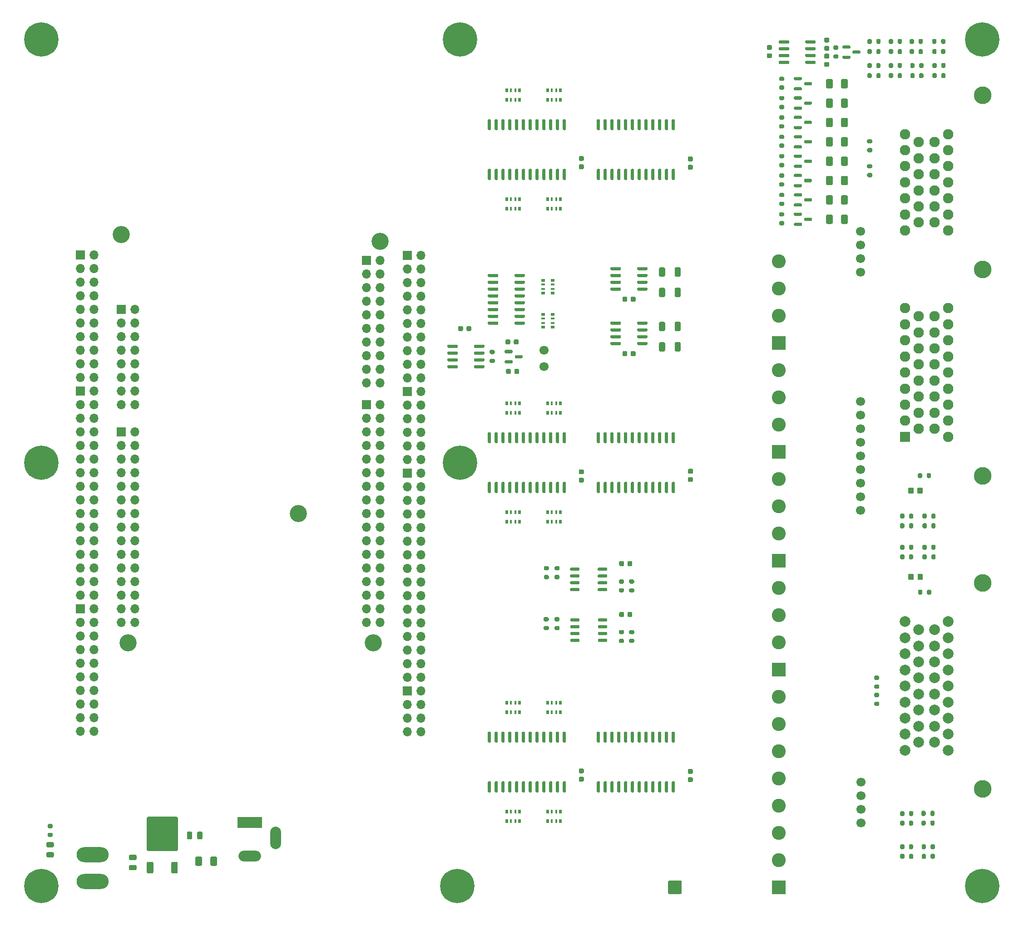
<source format=gts>
G04 #@! TF.GenerationSoftware,KiCad,Pcbnew,8.0.8-8.0.8-0~ubuntu24.04.1*
G04 #@! TF.CreationDate,2025-02-14T05:10:28+00:00*
G04 #@! TF.ProjectId,digital_inputs,64696769-7461-46c5-9f69-6e707574732e,D*
G04 #@! TF.SameCoordinates,PX791ddc0PYca2dd00*
G04 #@! TF.FileFunction,Soldermask,Top*
G04 #@! TF.FilePolarity,Negative*
%FSLAX46Y46*%
G04 Gerber Fmt 4.6, Leading zero omitted, Abs format (unit mm)*
G04 Created by KiCad (PCBNEW 8.0.8-8.0.8-0~ubuntu24.04.1) date 2025-02-14 05:10:28*
%MOMM*%
%LPD*%
G01*
G04 APERTURE LIST*
%ADD10C,0.800000*%
%ADD11C,6.400000*%
%ADD12C,3.300000*%
%ADD13R,1.950000X1.950000*%
%ADD14C,1.950000*%
%ADD15R,1.700000X1.700000*%
%ADD16O,1.700000X1.700000*%
%ADD17R,2.600000X2.600000*%
%ADD18C,2.600000*%
%ADD19C,1.700000*%
%ADD20C,3.200000*%
%ADD21O,6.000000X2.800000*%
%ADD22R,0.500000X0.800000*%
%ADD23R,0.400000X0.800000*%
%ADD24R,4.600000X2.000000*%
%ADD25O,4.200000X2.000000*%
%ADD26O,2.000000X4.200000*%
%ADD27R,0.800000X0.500000*%
%ADD28R,0.800000X0.400000*%
%ADD29C,2.000000*%
G04 APERTURE END LIST*
D10*
G04 #@! TO.C,J12*
X78600000Y3500000D03*
X79302944Y5197056D03*
X79302944Y1802944D03*
X81000000Y5900000D03*
D11*
X81000000Y3500000D03*
D10*
X81000000Y1100000D03*
X82697056Y5197056D03*
X82697056Y1802944D03*
X83400000Y3500000D03*
G04 #@! TD*
G04 #@! TO.C,R38*
G36*
G01*
X166025000Y15475000D02*
X166025000Y14925000D01*
G75*
G02*
X165825000Y14725000I-200000J0D01*
G01*
X165425000Y14725000D01*
G75*
G02*
X165225000Y14925000I0J200000D01*
G01*
X165225000Y15475000D01*
G75*
G02*
X165425000Y15675000I200000J0D01*
G01*
X165825000Y15675000D01*
G75*
G02*
X166025000Y15475000I0J-200000D01*
G01*
G37*
G36*
G01*
X164375000Y15475000D02*
X164375000Y14925000D01*
G75*
G02*
X164175000Y14725000I-200000J0D01*
G01*
X163775000Y14725000D01*
G75*
G02*
X163575000Y14925000I0J200000D01*
G01*
X163575000Y15475000D01*
G75*
G02*
X163775000Y15675000I200000J0D01*
G01*
X164175000Y15675000D01*
G75*
G02*
X164375000Y15475000I0J-200000D01*
G01*
G37*
G04 #@! TD*
G04 #@! TO.C,F6*
G36*
G01*
X149775000Y152575000D02*
X149775000Y153825000D01*
G75*
G02*
X150025000Y154075000I250000J0D01*
G01*
X150775000Y154075000D01*
G75*
G02*
X151025000Y153825000I0J-250000D01*
G01*
X151025000Y152575000D01*
G75*
G02*
X150775000Y152325000I-250000J0D01*
G01*
X150025000Y152325000D01*
G75*
G02*
X149775000Y152575000I0J250000D01*
G01*
G37*
G36*
G01*
X152575000Y152575000D02*
X152575000Y153825000D01*
G75*
G02*
X152825000Y154075000I250000J0D01*
G01*
X153575000Y154075000D01*
G75*
G02*
X153825000Y153825000I0J-250000D01*
G01*
X153825000Y152575000D01*
G75*
G02*
X153575000Y152325000I-250000J0D01*
G01*
X152825000Y152325000D01*
G75*
G02*
X152575000Y152575000I0J250000D01*
G01*
G37*
G04 #@! TD*
D12*
G04 #@! TO.C,J19*
X179000000Y151050000D03*
X179000000Y118550000D03*
X179000000Y80050000D03*
D13*
X164500000Y87300000D03*
D14*
X164500000Y90300000D03*
X164500000Y93300000D03*
X164500000Y96300000D03*
X164500000Y99300000D03*
X164500000Y102300000D03*
X164500000Y105300000D03*
X164500000Y108300000D03*
X164500000Y111300000D03*
X167000000Y88800000D03*
X167000000Y91800000D03*
X167000000Y94800000D03*
X167000000Y97800000D03*
X167000000Y100800000D03*
X167000000Y103800000D03*
X167000000Y106800000D03*
X167000000Y109800000D03*
X170000000Y88800000D03*
X170000000Y91800000D03*
X170000000Y94800000D03*
X170000000Y97800000D03*
X170000000Y100800000D03*
X170000000Y103800000D03*
X170000000Y106800000D03*
X170000000Y109800000D03*
X172500000Y87300000D03*
X172500000Y90300000D03*
X172500000Y93300000D03*
X172500000Y96300000D03*
X172500000Y99300000D03*
X172500000Y102300000D03*
X172500000Y105300000D03*
X172500000Y108300000D03*
X172500000Y111300000D03*
X164500000Y125800000D03*
X164500000Y128800000D03*
X164500000Y131800000D03*
X164500000Y134800000D03*
X164500000Y137800000D03*
X164500000Y140800000D03*
X164500000Y143800000D03*
X167000000Y127300000D03*
X167000000Y130300000D03*
X167000000Y133300000D03*
X167000000Y136300000D03*
X167000000Y139300000D03*
X167000000Y142300000D03*
X170000000Y127300000D03*
X170000000Y130300000D03*
X170000000Y133300000D03*
X170000000Y136300000D03*
X170000000Y139300000D03*
X170000000Y142300000D03*
X172500000Y125800000D03*
X172500000Y128800000D03*
X172500000Y131800000D03*
X172500000Y134800000D03*
X172500000Y137800000D03*
X172500000Y140800000D03*
X172500000Y143800000D03*
G04 #@! TD*
G04 #@! TO.C,R59*
G36*
G01*
X172050000Y156875000D02*
X172050000Y156325000D01*
G75*
G02*
X171850000Y156125000I-200000J0D01*
G01*
X171450000Y156125000D01*
G75*
G02*
X171250000Y156325000I0J200000D01*
G01*
X171250000Y156875000D01*
G75*
G02*
X171450000Y157075000I200000J0D01*
G01*
X171850000Y157075000D01*
G75*
G02*
X172050000Y156875000I0J-200000D01*
G01*
G37*
G36*
G01*
X170400000Y156875000D02*
X170400000Y156325000D01*
G75*
G02*
X170200000Y156125000I-200000J0D01*
G01*
X169800000Y156125000D01*
G75*
G02*
X169600000Y156325000I0J200000D01*
G01*
X169600000Y156875000D01*
G75*
G02*
X169800000Y157075000I200000J0D01*
G01*
X170200000Y157075000D01*
G75*
G02*
X170400000Y156875000I0J-200000D01*
G01*
G37*
G04 #@! TD*
D15*
G04 #@! TO.C,J23*
X64090000Y120184000D03*
D16*
X66630000Y120184000D03*
X64090000Y117644000D03*
X66630000Y117644000D03*
X64090000Y115104000D03*
X66630000Y115104000D03*
X64090000Y112564000D03*
X66630000Y112564000D03*
X64090000Y110024000D03*
X66630000Y110024000D03*
X64090000Y107484000D03*
X66630000Y107484000D03*
X64090000Y104944000D03*
X66630000Y104944000D03*
X64090000Y102404000D03*
X66630000Y102404000D03*
X64090000Y99864000D03*
X66630000Y99864000D03*
X64090000Y97324000D03*
X66630000Y97324000D03*
G04 #@! TD*
G04 #@! TO.C,C18*
G36*
G01*
X33500000Y13375000D02*
X33500000Y12425000D01*
G75*
G02*
X33250000Y12175000I-250000J0D01*
G01*
X32750000Y12175000D01*
G75*
G02*
X32500000Y12425000I0J250000D01*
G01*
X32500000Y13375000D01*
G75*
G02*
X32750000Y13625000I250000J0D01*
G01*
X33250000Y13625000D01*
G75*
G02*
X33500000Y13375000I0J-250000D01*
G01*
G37*
G36*
G01*
X31600000Y13375000D02*
X31600000Y12425000D01*
G75*
G02*
X31350000Y12175000I-250000J0D01*
G01*
X30850000Y12175000D01*
G75*
G02*
X30600000Y12425000I0J250000D01*
G01*
X30600000Y13375000D01*
G75*
G02*
X30850000Y13625000I250000J0D01*
G01*
X31350000Y13625000D01*
G75*
G02*
X31600000Y13375000I0J-250000D01*
G01*
G37*
G04 #@! TD*
G04 #@! TO.C,R41*
G36*
G01*
X159500000Y40275000D02*
X158950000Y40275000D01*
G75*
G02*
X158750000Y40475000I0J200000D01*
G01*
X158750000Y40875000D01*
G75*
G02*
X158950000Y41075000I200000J0D01*
G01*
X159500000Y41075000D01*
G75*
G02*
X159700000Y40875000I0J-200000D01*
G01*
X159700000Y40475000D01*
G75*
G02*
X159500000Y40275000I-200000J0D01*
G01*
G37*
G36*
G01*
X159500000Y41925000D02*
X158950000Y41925000D01*
G75*
G02*
X158750000Y42125000I0J200000D01*
G01*
X158750000Y42525000D01*
G75*
G02*
X158950000Y42725000I200000J0D01*
G01*
X159500000Y42725000D01*
G75*
G02*
X159700000Y42525000I0J-200000D01*
G01*
X159700000Y42125000D01*
G75*
G02*
X159500000Y41925000I-200000J0D01*
G01*
G37*
G04 #@! TD*
D17*
G04 #@! TO.C,J6*
X140925000Y64180000D03*
D18*
X140925000Y69260000D03*
X140925000Y74340000D03*
X140925000Y79420000D03*
G04 #@! TD*
G04 #@! TO.C,C14*
G36*
G01*
X90000000Y104755000D02*
X90000000Y105255000D01*
G75*
G02*
X90225000Y105480000I225000J0D01*
G01*
X90675000Y105480000D01*
G75*
G02*
X90900000Y105255000I0J-225000D01*
G01*
X90900000Y104755000D01*
G75*
G02*
X90675000Y104530000I-225000J0D01*
G01*
X90225000Y104530000D01*
G75*
G02*
X90000000Y104755000I0J225000D01*
G01*
G37*
G36*
G01*
X91550000Y104755000D02*
X91550000Y105255000D01*
G75*
G02*
X91775000Y105480000I225000J0D01*
G01*
X92225000Y105480000D01*
G75*
G02*
X92450000Y105255000I0J-225000D01*
G01*
X92450000Y104755000D01*
G75*
G02*
X92225000Y104530000I-225000J0D01*
G01*
X91775000Y104530000D01*
G75*
G02*
X91550000Y104755000I0J225000D01*
G01*
G37*
G04 #@! TD*
G04 #@! TO.C,Q3*
G36*
G01*
X143787500Y146771430D02*
X143787500Y147071430D01*
G75*
G02*
X143937500Y147221430I150000J0D01*
G01*
X145112500Y147221430D01*
G75*
G02*
X145262500Y147071430I0J-150000D01*
G01*
X145262500Y146771430D01*
G75*
G02*
X145112500Y146621430I-150000J0D01*
G01*
X143937500Y146621430D01*
G75*
G02*
X143787500Y146771430I0J150000D01*
G01*
G37*
G36*
G01*
X145662500Y145821430D02*
X145662500Y146121430D01*
G75*
G02*
X145812500Y146271430I150000J0D01*
G01*
X146987500Y146271430D01*
G75*
G02*
X147137500Y146121430I0J-150000D01*
G01*
X147137500Y145821430D01*
G75*
G02*
X146987500Y145671430I-150000J0D01*
G01*
X145812500Y145671430D01*
G75*
G02*
X145662500Y145821430I0J150000D01*
G01*
G37*
G36*
G01*
X143787500Y144871430D02*
X143787500Y145171430D01*
G75*
G02*
X143937500Y145321430I150000J0D01*
G01*
X145112500Y145321430D01*
G75*
G02*
X145262500Y145171430I0J-150000D01*
G01*
X145262500Y144871430D01*
G75*
G02*
X145112500Y144721430I-150000J0D01*
G01*
X143937500Y144721430D01*
G75*
G02*
X143787500Y144871430I0J150000D01*
G01*
G37*
G04 #@! TD*
D19*
G04 #@! TO.C,P19*
X97200000Y100400000D03*
G04 #@! TD*
G04 #@! TO.C,D1*
G36*
G01*
X4643750Y11662500D02*
X5556250Y11662500D01*
G75*
G02*
X5800000Y11418750I0J-243750D01*
G01*
X5800000Y10931250D01*
G75*
G02*
X5556250Y10687500I-243750J0D01*
G01*
X4643750Y10687500D01*
G75*
G02*
X4400000Y10931250I0J243750D01*
G01*
X4400000Y11418750D01*
G75*
G02*
X4643750Y11662500I243750J0D01*
G01*
G37*
G36*
G01*
X4643750Y9787500D02*
X5556250Y9787500D01*
G75*
G02*
X5800000Y9543750I0J-243750D01*
G01*
X5800000Y9056250D01*
G75*
G02*
X5556250Y8812500I-243750J0D01*
G01*
X4643750Y8812500D01*
G75*
G02*
X4400000Y9056250I0J243750D01*
G01*
X4400000Y9543750D01*
G75*
G02*
X4643750Y9787500I243750J0D01*
G01*
G37*
G04 #@! TD*
G04 #@! TO.C,R44*
G36*
G01*
X166025000Y9275000D02*
X166025000Y8725000D01*
G75*
G02*
X165825000Y8525000I-200000J0D01*
G01*
X165425000Y8525000D01*
G75*
G02*
X165225000Y8725000I0J200000D01*
G01*
X165225000Y9275000D01*
G75*
G02*
X165425000Y9475000I200000J0D01*
G01*
X165825000Y9475000D01*
G75*
G02*
X166025000Y9275000I0J-200000D01*
G01*
G37*
G36*
G01*
X164375000Y9275000D02*
X164375000Y8725000D01*
G75*
G02*
X164175000Y8525000I-200000J0D01*
G01*
X163775000Y8525000D01*
G75*
G02*
X163575000Y8725000I0J200000D01*
G01*
X163575000Y9275000D01*
G75*
G02*
X163775000Y9475000I200000J0D01*
G01*
X164175000Y9475000D01*
G75*
G02*
X164375000Y9275000I0J-200000D01*
G01*
G37*
G04 #@! TD*
D20*
G04 #@! TO.C,H2*
X66630000Y123740000D03*
G04 #@! TD*
G04 #@! TO.C,R34*
G36*
G01*
X161475000Y160825000D02*
X161475000Y161375000D01*
G75*
G02*
X161675000Y161575000I200000J0D01*
G01*
X162075000Y161575000D01*
G75*
G02*
X162275000Y161375000I0J-200000D01*
G01*
X162275000Y160825000D01*
G75*
G02*
X162075000Y160625000I-200000J0D01*
G01*
X161675000Y160625000D01*
G75*
G02*
X161475000Y160825000I0J200000D01*
G01*
G37*
G36*
G01*
X163125000Y160825000D02*
X163125000Y161375000D01*
G75*
G02*
X163325000Y161575000I200000J0D01*
G01*
X163725000Y161575000D01*
G75*
G02*
X163925000Y161375000I0J-200000D01*
G01*
X163925000Y160825000D01*
G75*
G02*
X163725000Y160625000I-200000J0D01*
G01*
X163325000Y160625000D01*
G75*
G02*
X163125000Y160825000I0J200000D01*
G01*
G37*
G04 #@! TD*
D21*
G04 #@! TO.C,CB1*
X13000000Y4300000D03*
X13000000Y9300000D03*
G04 #@! TD*
G04 #@! TO.C,F2*
G36*
G01*
X149775000Y138117860D02*
X149775000Y139367860D01*
G75*
G02*
X150025000Y139617860I250000J0D01*
G01*
X150775000Y139617860D01*
G75*
G02*
X151025000Y139367860I0J-250000D01*
G01*
X151025000Y138117860D01*
G75*
G02*
X150775000Y137867860I-250000J0D01*
G01*
X150025000Y137867860D01*
G75*
G02*
X149775000Y138117860I0J250000D01*
G01*
G37*
G36*
G01*
X152575000Y138117860D02*
X152575000Y139367860D01*
G75*
G02*
X152825000Y139617860I250000J0D01*
G01*
X153575000Y139617860D01*
G75*
G02*
X153825000Y139367860I0J-250000D01*
G01*
X153825000Y138117860D01*
G75*
G02*
X153575000Y137867860I-250000J0D01*
G01*
X152825000Y137867860D01*
G75*
G02*
X152575000Y138117860I0J250000D01*
G01*
G37*
G04 #@! TD*
G04 #@! TO.C,C12*
G36*
G01*
X138950000Y160425000D02*
X139450000Y160425000D01*
G75*
G02*
X139675000Y160200000I0J-225000D01*
G01*
X139675000Y159750000D01*
G75*
G02*
X139450000Y159525000I-225000J0D01*
G01*
X138950000Y159525000D01*
G75*
G02*
X138725000Y159750000I0J225000D01*
G01*
X138725000Y160200000D01*
G75*
G02*
X138950000Y160425000I225000J0D01*
G01*
G37*
G36*
G01*
X138950000Y158875000D02*
X139450000Y158875000D01*
G75*
G02*
X139675000Y158650000I0J-225000D01*
G01*
X139675000Y158200000D01*
G75*
G02*
X139450000Y157975000I-225000J0D01*
G01*
X138950000Y157975000D01*
G75*
G02*
X138725000Y158200000I0J225000D01*
G01*
X138725000Y158650000D01*
G75*
G02*
X138950000Y158875000I225000J0D01*
G01*
G37*
G04 #@! TD*
G04 #@! TO.C,R1*
G36*
G01*
X122675000Y118685000D02*
X122675000Y117435000D01*
G75*
G02*
X122425000Y117185000I-250000J0D01*
G01*
X121800000Y117185000D01*
G75*
G02*
X121550000Y117435000I0J250000D01*
G01*
X121550000Y118685000D01*
G75*
G02*
X121800000Y118935000I250000J0D01*
G01*
X122425000Y118935000D01*
G75*
G02*
X122675000Y118685000I0J-250000D01*
G01*
G37*
G36*
G01*
X119750000Y118685000D02*
X119750000Y117435000D01*
G75*
G02*
X119500000Y117185000I-250000J0D01*
G01*
X118875000Y117185000D01*
G75*
G02*
X118625000Y117435000I0J250000D01*
G01*
X118625000Y118685000D01*
G75*
G02*
X118875000Y118935000I250000J0D01*
G01*
X119500000Y118935000D01*
G75*
G02*
X119750000Y118685000I0J-250000D01*
G01*
G37*
G04 #@! TD*
D22*
G04 #@! TO.C,RN12*
X90240000Y15560000D03*
D23*
X91040000Y15560000D03*
X91840000Y15560000D03*
D22*
X92640000Y15560000D03*
X92640000Y17360000D03*
D23*
X91840000Y17360000D03*
X91040000Y17360000D03*
D22*
X90240000Y17360000D03*
G04 #@! TD*
G04 #@! TO.C,C8*
G36*
G01*
X114255000Y113230000D02*
X114255000Y112730000D01*
G75*
G02*
X114030000Y112505000I-225000J0D01*
G01*
X113580000Y112505000D01*
G75*
G02*
X113355000Y112730000I0J225000D01*
G01*
X113355000Y113230000D01*
G75*
G02*
X113580000Y113455000I225000J0D01*
G01*
X114030000Y113455000D01*
G75*
G02*
X114255000Y113230000I0J-225000D01*
G01*
G37*
G36*
G01*
X112705000Y113230000D02*
X112705000Y112730000D01*
G75*
G02*
X112480000Y112505000I-225000J0D01*
G01*
X112030000Y112505000D01*
G75*
G02*
X111805000Y112730000I0J225000D01*
G01*
X111805000Y113230000D01*
G75*
G02*
X112030000Y113455000I225000J0D01*
G01*
X112480000Y113455000D01*
G75*
G02*
X112705000Y113230000I0J-225000D01*
G01*
G37*
G04 #@! TD*
G04 #@! TO.C,RN9*
X92640000Y37680000D03*
D23*
X91840000Y37680000D03*
X91040000Y37680000D03*
D22*
X90240000Y37680000D03*
X90240000Y35880000D03*
D23*
X91040000Y35880000D03*
X91840000Y35880000D03*
D22*
X92640000Y35880000D03*
G04 #@! TD*
D19*
G04 #@! TO.C,P12*
X156210000Y125640000D03*
G04 #@! TD*
G04 #@! TO.C,P18*
X97200000Y103500000D03*
G04 #@! TD*
G04 #@! TO.C,C16*
G36*
G01*
X83625000Y107750000D02*
X83625000Y107250000D01*
G75*
G02*
X83400000Y107025000I-225000J0D01*
G01*
X82950000Y107025000D01*
G75*
G02*
X82725000Y107250000I0J225000D01*
G01*
X82725000Y107750000D01*
G75*
G02*
X82950000Y107975000I225000J0D01*
G01*
X83400000Y107975000D01*
G75*
G02*
X83625000Y107750000I0J-225000D01*
G01*
G37*
G36*
G01*
X82075000Y107750000D02*
X82075000Y107250000D01*
G75*
G02*
X81850000Y107025000I-225000J0D01*
G01*
X81400000Y107025000D01*
G75*
G02*
X81175000Y107250000I0J225000D01*
G01*
X81175000Y107750000D01*
G75*
G02*
X81400000Y107975000I225000J0D01*
G01*
X81850000Y107975000D01*
G75*
G02*
X82075000Y107750000I0J-225000D01*
G01*
G37*
G04 #@! TD*
G04 #@! TO.C,P2*
X156210000Y91350000D03*
G04 #@! TD*
G04 #@! TO.C,R12*
G36*
G01*
X122675000Y104715000D02*
X122675000Y103465000D01*
G75*
G02*
X122425000Y103215000I-250000J0D01*
G01*
X121800000Y103215000D01*
G75*
G02*
X121550000Y103465000I0J250000D01*
G01*
X121550000Y104715000D01*
G75*
G02*
X121800000Y104965000I250000J0D01*
G01*
X122425000Y104965000D01*
G75*
G02*
X122675000Y104715000I0J-250000D01*
G01*
G37*
G36*
G01*
X119750000Y104715000D02*
X119750000Y103465000D01*
G75*
G02*
X119500000Y103215000I-250000J0D01*
G01*
X118875000Y103215000D01*
G75*
G02*
X118625000Y103465000I0J250000D01*
G01*
X118625000Y104715000D01*
G75*
G02*
X118875000Y104965000I250000J0D01*
G01*
X119500000Y104965000D01*
G75*
G02*
X119750000Y104715000I0J-250000D01*
G01*
G37*
G04 #@! TD*
G04 #@! TO.C,U13*
G36*
G01*
X79175000Y104060000D02*
X79175000Y104360000D01*
G75*
G02*
X79325000Y104510000I150000J0D01*
G01*
X80975000Y104510000D01*
G75*
G02*
X81125000Y104360000I0J-150000D01*
G01*
X81125000Y104060000D01*
G75*
G02*
X80975000Y103910000I-150000J0D01*
G01*
X79325000Y103910000D01*
G75*
G02*
X79175000Y104060000I0J150000D01*
G01*
G37*
G36*
G01*
X79175000Y102790000D02*
X79175000Y103090000D01*
G75*
G02*
X79325000Y103240000I150000J0D01*
G01*
X80975000Y103240000D01*
G75*
G02*
X81125000Y103090000I0J-150000D01*
G01*
X81125000Y102790000D01*
G75*
G02*
X80975000Y102640000I-150000J0D01*
G01*
X79325000Y102640000D01*
G75*
G02*
X79175000Y102790000I0J150000D01*
G01*
G37*
G36*
G01*
X79175000Y101520000D02*
X79175000Y101820000D01*
G75*
G02*
X79325000Y101970000I150000J0D01*
G01*
X80975000Y101970000D01*
G75*
G02*
X81125000Y101820000I0J-150000D01*
G01*
X81125000Y101520000D01*
G75*
G02*
X80975000Y101370000I-150000J0D01*
G01*
X79325000Y101370000D01*
G75*
G02*
X79175000Y101520000I0J150000D01*
G01*
G37*
G36*
G01*
X79175000Y100250000D02*
X79175000Y100550000D01*
G75*
G02*
X79325000Y100700000I150000J0D01*
G01*
X80975000Y100700000D01*
G75*
G02*
X81125000Y100550000I0J-150000D01*
G01*
X81125000Y100250000D01*
G75*
G02*
X80975000Y100100000I-150000J0D01*
G01*
X79325000Y100100000D01*
G75*
G02*
X79175000Y100250000I0J150000D01*
G01*
G37*
G36*
G01*
X84125000Y100250000D02*
X84125000Y100550000D01*
G75*
G02*
X84275000Y100700000I150000J0D01*
G01*
X85925000Y100700000D01*
G75*
G02*
X86075000Y100550000I0J-150000D01*
G01*
X86075000Y100250000D01*
G75*
G02*
X85925000Y100100000I-150000J0D01*
G01*
X84275000Y100100000D01*
G75*
G02*
X84125000Y100250000I0J150000D01*
G01*
G37*
G36*
G01*
X84125000Y101520000D02*
X84125000Y101820000D01*
G75*
G02*
X84275000Y101970000I150000J0D01*
G01*
X85925000Y101970000D01*
G75*
G02*
X86075000Y101820000I0J-150000D01*
G01*
X86075000Y101520000D01*
G75*
G02*
X85925000Y101370000I-150000J0D01*
G01*
X84275000Y101370000D01*
G75*
G02*
X84125000Y101520000I0J150000D01*
G01*
G37*
G36*
G01*
X84125000Y102790000D02*
X84125000Y103090000D01*
G75*
G02*
X84275000Y103240000I150000J0D01*
G01*
X85925000Y103240000D01*
G75*
G02*
X86075000Y103090000I0J-150000D01*
G01*
X86075000Y102790000D01*
G75*
G02*
X85925000Y102640000I-150000J0D01*
G01*
X84275000Y102640000D01*
G75*
G02*
X84125000Y102790000I0J150000D01*
G01*
G37*
G36*
G01*
X84125000Y104060000D02*
X84125000Y104360000D01*
G75*
G02*
X84275000Y104510000I150000J0D01*
G01*
X85925000Y104510000D01*
G75*
G02*
X86075000Y104360000I0J-150000D01*
G01*
X86075000Y104060000D01*
G75*
G02*
X85925000Y103910000I-150000J0D01*
G01*
X84275000Y103910000D01*
G75*
G02*
X84125000Y104060000I0J150000D01*
G01*
G37*
G04 #@! TD*
G04 #@! TO.C,R48*
G36*
G01*
X170200000Y70975000D02*
X170200000Y70425000D01*
G75*
G02*
X170000000Y70225000I-200000J0D01*
G01*
X169600000Y70225000D01*
G75*
G02*
X169400000Y70425000I0J200000D01*
G01*
X169400000Y70975000D01*
G75*
G02*
X169600000Y71175000I200000J0D01*
G01*
X170000000Y71175000D01*
G75*
G02*
X170200000Y70975000I0J-200000D01*
G01*
G37*
G36*
G01*
X168550000Y70975000D02*
X168550000Y70425000D01*
G75*
G02*
X168350000Y70225000I-200000J0D01*
G01*
X167950000Y70225000D01*
G75*
G02*
X167750000Y70425000I0J200000D01*
G01*
X167750000Y70975000D01*
G75*
G02*
X167950000Y71175000I200000J0D01*
G01*
X168350000Y71175000D01*
G75*
G02*
X168550000Y70975000I0J-200000D01*
G01*
G37*
G04 #@! TD*
D15*
G04 #@! TO.C,J22*
X18370000Y88180000D03*
D16*
X20910000Y88180000D03*
X18370000Y85640000D03*
X20910000Y85640000D03*
X18370000Y83100000D03*
X20910000Y83100000D03*
X18370000Y80560000D03*
X20910000Y80560000D03*
X18370000Y78020000D03*
X20910000Y78020000D03*
X18370000Y75480000D03*
X20910000Y75480000D03*
X18370000Y72940000D03*
X20910000Y72940000D03*
X18370000Y70400000D03*
X20910000Y70400000D03*
X18370000Y67860000D03*
X20910000Y67860000D03*
X18370000Y65320000D03*
X20910000Y65320000D03*
X18370000Y62780000D03*
X20910000Y62780000D03*
X18370000Y60240000D03*
X20910000Y60240000D03*
X18370000Y57700000D03*
X20910000Y57700000D03*
X18370000Y55160000D03*
X20910000Y55160000D03*
X18370000Y52620000D03*
X20910000Y52620000D03*
G04 #@! TD*
D19*
G04 #@! TO.C,P8*
X156210000Y81190000D03*
G04 #@! TD*
G04 #@! TO.C,U1*
G36*
G01*
X102050000Y62455000D02*
X102050000Y62755000D01*
G75*
G02*
X102200000Y62905000I150000J0D01*
G01*
X103650000Y62905000D01*
G75*
G02*
X103800000Y62755000I0J-150000D01*
G01*
X103800000Y62455000D01*
G75*
G02*
X103650000Y62305000I-150000J0D01*
G01*
X102200000Y62305000D01*
G75*
G02*
X102050000Y62455000I0J150000D01*
G01*
G37*
G36*
G01*
X102050000Y61185000D02*
X102050000Y61485000D01*
G75*
G02*
X102200000Y61635000I150000J0D01*
G01*
X103650000Y61635000D01*
G75*
G02*
X103800000Y61485000I0J-150000D01*
G01*
X103800000Y61185000D01*
G75*
G02*
X103650000Y61035000I-150000J0D01*
G01*
X102200000Y61035000D01*
G75*
G02*
X102050000Y61185000I0J150000D01*
G01*
G37*
G36*
G01*
X102050000Y59915000D02*
X102050000Y60215000D01*
G75*
G02*
X102200000Y60365000I150000J0D01*
G01*
X103650000Y60365000D01*
G75*
G02*
X103800000Y60215000I0J-150000D01*
G01*
X103800000Y59915000D01*
G75*
G02*
X103650000Y59765000I-150000J0D01*
G01*
X102200000Y59765000D01*
G75*
G02*
X102050000Y59915000I0J150000D01*
G01*
G37*
G36*
G01*
X102050000Y58645000D02*
X102050000Y58945000D01*
G75*
G02*
X102200000Y59095000I150000J0D01*
G01*
X103650000Y59095000D01*
G75*
G02*
X103800000Y58945000I0J-150000D01*
G01*
X103800000Y58645000D01*
G75*
G02*
X103650000Y58495000I-150000J0D01*
G01*
X102200000Y58495000D01*
G75*
G02*
X102050000Y58645000I0J150000D01*
G01*
G37*
G36*
G01*
X107200000Y58645000D02*
X107200000Y58945000D01*
G75*
G02*
X107350000Y59095000I150000J0D01*
G01*
X108800000Y59095000D01*
G75*
G02*
X108950000Y58945000I0J-150000D01*
G01*
X108950000Y58645000D01*
G75*
G02*
X108800000Y58495000I-150000J0D01*
G01*
X107350000Y58495000D01*
G75*
G02*
X107200000Y58645000I0J150000D01*
G01*
G37*
G36*
G01*
X107200000Y59915000D02*
X107200000Y60215000D01*
G75*
G02*
X107350000Y60365000I150000J0D01*
G01*
X108800000Y60365000D01*
G75*
G02*
X108950000Y60215000I0J-150000D01*
G01*
X108950000Y59915000D01*
G75*
G02*
X108800000Y59765000I-150000J0D01*
G01*
X107350000Y59765000D01*
G75*
G02*
X107200000Y59915000I0J150000D01*
G01*
G37*
G36*
G01*
X107200000Y61185000D02*
X107200000Y61485000D01*
G75*
G02*
X107350000Y61635000I150000J0D01*
G01*
X108800000Y61635000D01*
G75*
G02*
X108950000Y61485000I0J-150000D01*
G01*
X108950000Y61185000D01*
G75*
G02*
X108800000Y61035000I-150000J0D01*
G01*
X107350000Y61035000D01*
G75*
G02*
X107200000Y61185000I0J150000D01*
G01*
G37*
G36*
G01*
X107200000Y62455000D02*
X107200000Y62755000D01*
G75*
G02*
X107350000Y62905000I150000J0D01*
G01*
X108800000Y62905000D01*
G75*
G02*
X108950000Y62755000I0J-150000D01*
G01*
X108950000Y62455000D01*
G75*
G02*
X108800000Y62305000I-150000J0D01*
G01*
X107350000Y62305000D01*
G75*
G02*
X107200000Y62455000I0J150000D01*
G01*
G37*
G04 #@! TD*
G04 #@! TO.C,D2*
G36*
G01*
X152825000Y159900000D02*
X152825000Y160200000D01*
G75*
G02*
X152975000Y160350000I150000J0D01*
G01*
X154150000Y160350000D01*
G75*
G02*
X154300000Y160200000I0J-150000D01*
G01*
X154300000Y159900000D01*
G75*
G02*
X154150000Y159750000I-150000J0D01*
G01*
X152975000Y159750000D01*
G75*
G02*
X152825000Y159900000I0J150000D01*
G01*
G37*
G36*
G01*
X152825000Y158000000D02*
X152825000Y158300000D01*
G75*
G02*
X152975000Y158450000I150000J0D01*
G01*
X154150000Y158450000D01*
G75*
G02*
X154300000Y158300000I0J-150000D01*
G01*
X154300000Y158000000D01*
G75*
G02*
X154150000Y157850000I-150000J0D01*
G01*
X152975000Y157850000D01*
G75*
G02*
X152825000Y158000000I0J150000D01*
G01*
G37*
G36*
G01*
X154700000Y158950000D02*
X154700000Y159250000D01*
G75*
G02*
X154850000Y159400000I150000J0D01*
G01*
X156025000Y159400000D01*
G75*
G02*
X156175000Y159250000I0J-150000D01*
G01*
X156175000Y158950000D01*
G75*
G02*
X156025000Y158800000I-150000J0D01*
G01*
X154850000Y158800000D01*
G75*
G02*
X154700000Y158950000I0J150000D01*
G01*
G37*
G04 #@! TD*
G04 #@! TO.C,P10*
X156210000Y76110000D03*
G04 #@! TD*
D15*
G04 #@! TO.C,J27*
X71710000Y80540000D03*
D16*
X74250000Y80540000D03*
X71710000Y78000000D03*
X74250000Y78000000D03*
X71710000Y75460000D03*
X74250000Y75460000D03*
X71710000Y72920000D03*
X74250000Y72920000D03*
X71710000Y70380000D03*
X74250000Y70380000D03*
X71710000Y67840000D03*
X74250000Y67840000D03*
X71710000Y65300000D03*
X74250000Y65300000D03*
X71710000Y62760000D03*
X74250000Y62760000D03*
X71710000Y60220000D03*
X74250000Y60220000D03*
X71710000Y57680000D03*
X74250000Y57680000D03*
X71710000Y55140000D03*
X74250000Y55140000D03*
X71710000Y52600000D03*
X74250000Y52600000D03*
X71710000Y50060000D03*
X74250000Y50060000D03*
X71710000Y47520000D03*
X74250000Y47520000D03*
X71710000Y44980000D03*
X74250000Y44980000D03*
X71710000Y42440000D03*
X74250000Y42440000D03*
G04 #@! TD*
D24*
G04 #@! TO.C,J2*
X42350000Y15350000D03*
D25*
X42350000Y9050000D03*
D26*
X47150000Y12450000D03*
G04 #@! TD*
G04 #@! TO.C,U11*
G36*
G01*
X102070000Y52995000D02*
X102070000Y53295000D01*
G75*
G02*
X102220000Y53445000I150000J0D01*
G01*
X103670000Y53445000D01*
G75*
G02*
X103820000Y53295000I0J-150000D01*
G01*
X103820000Y52995000D01*
G75*
G02*
X103670000Y52845000I-150000J0D01*
G01*
X102220000Y52845000D01*
G75*
G02*
X102070000Y52995000I0J150000D01*
G01*
G37*
G36*
G01*
X102070000Y51725000D02*
X102070000Y52025000D01*
G75*
G02*
X102220000Y52175000I150000J0D01*
G01*
X103670000Y52175000D01*
G75*
G02*
X103820000Y52025000I0J-150000D01*
G01*
X103820000Y51725000D01*
G75*
G02*
X103670000Y51575000I-150000J0D01*
G01*
X102220000Y51575000D01*
G75*
G02*
X102070000Y51725000I0J150000D01*
G01*
G37*
G36*
G01*
X102070000Y50455000D02*
X102070000Y50755000D01*
G75*
G02*
X102220000Y50905000I150000J0D01*
G01*
X103670000Y50905000D01*
G75*
G02*
X103820000Y50755000I0J-150000D01*
G01*
X103820000Y50455000D01*
G75*
G02*
X103670000Y50305000I-150000J0D01*
G01*
X102220000Y50305000D01*
G75*
G02*
X102070000Y50455000I0J150000D01*
G01*
G37*
G36*
G01*
X102070000Y49185000D02*
X102070000Y49485000D01*
G75*
G02*
X102220000Y49635000I150000J0D01*
G01*
X103670000Y49635000D01*
G75*
G02*
X103820000Y49485000I0J-150000D01*
G01*
X103820000Y49185000D01*
G75*
G02*
X103670000Y49035000I-150000J0D01*
G01*
X102220000Y49035000D01*
G75*
G02*
X102070000Y49185000I0J150000D01*
G01*
G37*
G36*
G01*
X107220000Y49185000D02*
X107220000Y49485000D01*
G75*
G02*
X107370000Y49635000I150000J0D01*
G01*
X108820000Y49635000D01*
G75*
G02*
X108970000Y49485000I0J-150000D01*
G01*
X108970000Y49185000D01*
G75*
G02*
X108820000Y49035000I-150000J0D01*
G01*
X107370000Y49035000D01*
G75*
G02*
X107220000Y49185000I0J150000D01*
G01*
G37*
G36*
G01*
X107220000Y50455000D02*
X107220000Y50755000D01*
G75*
G02*
X107370000Y50905000I150000J0D01*
G01*
X108820000Y50905000D01*
G75*
G02*
X108970000Y50755000I0J-150000D01*
G01*
X108970000Y50455000D01*
G75*
G02*
X108820000Y50305000I-150000J0D01*
G01*
X107370000Y50305000D01*
G75*
G02*
X107220000Y50455000I0J150000D01*
G01*
G37*
G36*
G01*
X107220000Y51725000D02*
X107220000Y52025000D01*
G75*
G02*
X107370000Y52175000I150000J0D01*
G01*
X108820000Y52175000D01*
G75*
G02*
X108970000Y52025000I0J-150000D01*
G01*
X108970000Y51725000D01*
G75*
G02*
X108820000Y51575000I-150000J0D01*
G01*
X107370000Y51575000D01*
G75*
G02*
X107220000Y51725000I0J150000D01*
G01*
G37*
G36*
G01*
X107220000Y52995000D02*
X107220000Y53295000D01*
G75*
G02*
X107370000Y53445000I150000J0D01*
G01*
X108820000Y53445000D01*
G75*
G02*
X108970000Y53295000I0J-150000D01*
G01*
X108970000Y52995000D01*
G75*
G02*
X108820000Y52845000I-150000J0D01*
G01*
X107370000Y52845000D01*
G75*
G02*
X107220000Y52995000I0J150000D01*
G01*
G37*
G04 #@! TD*
G04 #@! TO.C,F1*
G36*
G01*
X32175000Y7475000D02*
X32175000Y8725000D01*
G75*
G02*
X32425000Y8975000I250000J0D01*
G01*
X33175000Y8975000D01*
G75*
G02*
X33425000Y8725000I0J-250000D01*
G01*
X33425000Y7475000D01*
G75*
G02*
X33175000Y7225000I-250000J0D01*
G01*
X32425000Y7225000D01*
G75*
G02*
X32175000Y7475000I0J250000D01*
G01*
G37*
G36*
G01*
X34975000Y7475000D02*
X34975000Y8725000D01*
G75*
G02*
X35225000Y8975000I250000J0D01*
G01*
X35975000Y8975000D01*
G75*
G02*
X36225000Y8725000I0J-250000D01*
G01*
X36225000Y7475000D01*
G75*
G02*
X35975000Y7225000I-250000J0D01*
G01*
X35225000Y7225000D01*
G75*
G02*
X34975000Y7475000I0J250000D01*
G01*
G37*
G04 #@! TD*
G04 #@! TO.C,R11*
G36*
G01*
X97345000Y63165000D02*
X97895000Y63165000D01*
G75*
G02*
X98095000Y62965000I0J-200000D01*
G01*
X98095000Y62565000D01*
G75*
G02*
X97895000Y62365000I-200000J0D01*
G01*
X97345000Y62365000D01*
G75*
G02*
X97145000Y62565000I0J200000D01*
G01*
X97145000Y62965000D01*
G75*
G02*
X97345000Y63165000I200000J0D01*
G01*
G37*
G36*
G01*
X97345000Y61515000D02*
X97895000Y61515000D01*
G75*
G02*
X98095000Y61315000I0J-200000D01*
G01*
X98095000Y60915000D01*
G75*
G02*
X97895000Y60715000I-200000J0D01*
G01*
X97345000Y60715000D01*
G75*
G02*
X97145000Y60915000I0J200000D01*
G01*
X97145000Y61315000D01*
G75*
G02*
X97345000Y61515000I200000J0D01*
G01*
G37*
G04 #@! TD*
D20*
G04 #@! TO.C,H5*
X65360000Y48810000D03*
G04 #@! TD*
G04 #@! TO.C,R33*
G36*
G01*
X157475000Y158925000D02*
X157475000Y159475000D01*
G75*
G02*
X157675000Y159675000I200000J0D01*
G01*
X158075000Y159675000D01*
G75*
G02*
X158275000Y159475000I0J-200000D01*
G01*
X158275000Y158925000D01*
G75*
G02*
X158075000Y158725000I-200000J0D01*
G01*
X157675000Y158725000D01*
G75*
G02*
X157475000Y158925000I0J200000D01*
G01*
G37*
G36*
G01*
X159125000Y158925000D02*
X159125000Y159475000D01*
G75*
G02*
X159325000Y159675000I200000J0D01*
G01*
X159725000Y159675000D01*
G75*
G02*
X159925000Y159475000I0J-200000D01*
G01*
X159925000Y158925000D01*
G75*
G02*
X159725000Y158725000I-200000J0D01*
G01*
X159325000Y158725000D01*
G75*
G02*
X159125000Y158925000I0J200000D01*
G01*
G37*
G04 #@! TD*
G04 #@! TO.C,R50*
G36*
G01*
X167750000Y64625000D02*
X167750000Y65175000D01*
G75*
G02*
X167950000Y65375000I200000J0D01*
G01*
X168350000Y65375000D01*
G75*
G02*
X168550000Y65175000I0J-200000D01*
G01*
X168550000Y64625000D01*
G75*
G02*
X168350000Y64425000I-200000J0D01*
G01*
X167950000Y64425000D01*
G75*
G02*
X167750000Y64625000I0J200000D01*
G01*
G37*
G36*
G01*
X169400000Y64625000D02*
X169400000Y65175000D01*
G75*
G02*
X169600000Y65375000I200000J0D01*
G01*
X170000000Y65375000D01*
G75*
G02*
X170200000Y65175000I0J-200000D01*
G01*
X170200000Y64625000D01*
G75*
G02*
X170000000Y64425000I-200000J0D01*
G01*
X169600000Y64425000D01*
G75*
G02*
X169400000Y64625000I0J200000D01*
G01*
G37*
G04 #@! TD*
G04 #@! TO.C,Q2*
G36*
G01*
X143787500Y143157145D02*
X143787500Y143457145D01*
G75*
G02*
X143937500Y143607145I150000J0D01*
G01*
X145112500Y143607145D01*
G75*
G02*
X145262500Y143457145I0J-150000D01*
G01*
X145262500Y143157145D01*
G75*
G02*
X145112500Y143007145I-150000J0D01*
G01*
X143937500Y143007145D01*
G75*
G02*
X143787500Y143157145I0J150000D01*
G01*
G37*
G36*
G01*
X145662500Y142207145D02*
X145662500Y142507145D01*
G75*
G02*
X145812500Y142657145I150000J0D01*
G01*
X146987500Y142657145D01*
G75*
G02*
X147137500Y142507145I0J-150000D01*
G01*
X147137500Y142207145D01*
G75*
G02*
X146987500Y142057145I-150000J0D01*
G01*
X145812500Y142057145D01*
G75*
G02*
X145662500Y142207145I0J150000D01*
G01*
G37*
G36*
G01*
X143787500Y141257145D02*
X143787500Y141557145D01*
G75*
G02*
X143937500Y141707145I150000J0D01*
G01*
X145112500Y141707145D01*
G75*
G02*
X145262500Y141557145I0J-150000D01*
G01*
X145262500Y141257145D01*
G75*
G02*
X145112500Y141107145I-150000J0D01*
G01*
X143937500Y141107145D01*
G75*
G02*
X143787500Y141257145I0J150000D01*
G01*
G37*
G04 #@! TD*
D10*
G04 #@! TO.C,J10*
X79100000Y82500000D03*
X79802944Y84197056D03*
X79802944Y80802944D03*
X81500000Y84900000D03*
D11*
X81500000Y82500000D03*
D10*
X81500000Y80100000D03*
X83197056Y84197056D03*
X83197056Y80802944D03*
X83900000Y82500000D03*
G04 #@! TD*
D15*
G04 #@! TO.C,J21*
X18370000Y111040000D03*
D16*
X20910000Y111040000D03*
X18370000Y108500000D03*
X20910000Y108500000D03*
X18370000Y105960000D03*
X20910000Y105960000D03*
X18370000Y103420000D03*
X20910000Y103420000D03*
X18370000Y100880000D03*
X20910000Y100880000D03*
X18370000Y98340000D03*
X20910000Y98340000D03*
X18370000Y95800000D03*
X20910000Y95800000D03*
X18370000Y93260000D03*
X20910000Y93260000D03*
G04 #@! TD*
G04 #@! TO.C,R42*
G36*
G01*
X167550000Y16750000D02*
X167550000Y17300000D01*
G75*
G02*
X167750000Y17500000I200000J0D01*
G01*
X168150000Y17500000D01*
G75*
G02*
X168350000Y17300000I0J-200000D01*
G01*
X168350000Y16750000D01*
G75*
G02*
X168150000Y16550000I-200000J0D01*
G01*
X167750000Y16550000D01*
G75*
G02*
X167550000Y16750000I0J200000D01*
G01*
G37*
G36*
G01*
X169200000Y16750000D02*
X169200000Y17300000D01*
G75*
G02*
X169400000Y17500000I200000J0D01*
G01*
X169800000Y17500000D01*
G75*
G02*
X170000000Y17300000I0J-200000D01*
G01*
X170000000Y16750000D01*
G75*
G02*
X169800000Y16550000I-200000J0D01*
G01*
X169400000Y16550000D01*
G75*
G02*
X169200000Y16750000I0J200000D01*
G01*
G37*
G04 #@! TD*
G04 #@! TO.C,R14*
G36*
G01*
X141775000Y137617860D02*
X141225000Y137617860D01*
G75*
G02*
X141025000Y137817860I0J200000D01*
G01*
X141025000Y138217860D01*
G75*
G02*
X141225000Y138417860I200000J0D01*
G01*
X141775000Y138417860D01*
G75*
G02*
X141975000Y138217860I0J-200000D01*
G01*
X141975000Y137817860D01*
G75*
G02*
X141775000Y137617860I-200000J0D01*
G01*
G37*
G36*
G01*
X141775000Y139267860D02*
X141225000Y139267860D01*
G75*
G02*
X141025000Y139467860I0J200000D01*
G01*
X141025000Y139867860D01*
G75*
G02*
X141225000Y140067860I200000J0D01*
G01*
X141775000Y140067860D01*
G75*
G02*
X141975000Y139867860I0J-200000D01*
G01*
X141975000Y139467860D01*
G75*
G02*
X141775000Y139267860I-200000J0D01*
G01*
G37*
G04 #@! TD*
D17*
G04 #@! TO.C,J7*
X140925000Y84500000D03*
D18*
X140925000Y89580000D03*
X140925000Y94660000D03*
X140925000Y99740000D03*
G04 #@! TD*
G04 #@! TO.C,C9*
G36*
G01*
X114255000Y103070000D02*
X114255000Y102570000D01*
G75*
G02*
X114030000Y102345000I-225000J0D01*
G01*
X113580000Y102345000D01*
G75*
G02*
X113355000Y102570000I0J225000D01*
G01*
X113355000Y103070000D01*
G75*
G02*
X113580000Y103295000I225000J0D01*
G01*
X114030000Y103295000D01*
G75*
G02*
X114255000Y103070000I0J-225000D01*
G01*
G37*
G36*
G01*
X112705000Y103070000D02*
X112705000Y102570000D01*
G75*
G02*
X112480000Y102345000I-225000J0D01*
G01*
X112030000Y102345000D01*
G75*
G02*
X111805000Y102570000I0J225000D01*
G01*
X111805000Y103070000D01*
G75*
G02*
X112030000Y103295000I225000J0D01*
G01*
X112480000Y103295000D01*
G75*
G02*
X112705000Y103070000I0J-225000D01*
G01*
G37*
G04 #@! TD*
D17*
G04 #@! TO.C,J8*
X140925000Y104820000D03*
D18*
X140925000Y109900000D03*
X140925000Y114980000D03*
X140925000Y120060000D03*
G04 #@! TD*
G04 #@! TO.C,R25*
G36*
G01*
X157475000Y156325000D02*
X157475000Y156875000D01*
G75*
G02*
X157675000Y157075000I200000J0D01*
G01*
X158075000Y157075000D01*
G75*
G02*
X158275000Y156875000I0J-200000D01*
G01*
X158275000Y156325000D01*
G75*
G02*
X158075000Y156125000I-200000J0D01*
G01*
X157675000Y156125000D01*
G75*
G02*
X157475000Y156325000I0J200000D01*
G01*
G37*
G36*
G01*
X159125000Y156325000D02*
X159125000Y156875000D01*
G75*
G02*
X159325000Y157075000I200000J0D01*
G01*
X159725000Y157075000D01*
G75*
G02*
X159925000Y156875000I0J-200000D01*
G01*
X159925000Y156325000D01*
G75*
G02*
X159725000Y156125000I-200000J0D01*
G01*
X159325000Y156125000D01*
G75*
G02*
X159125000Y156325000I0J200000D01*
G01*
G37*
G04 #@! TD*
G04 #@! TO.C,C2*
G36*
G01*
X124210000Y139605000D02*
X124710000Y139605000D01*
G75*
G02*
X124935000Y139380000I0J-225000D01*
G01*
X124935000Y138930000D01*
G75*
G02*
X124710000Y138705000I-225000J0D01*
G01*
X124210000Y138705000D01*
G75*
G02*
X123985000Y138930000I0J225000D01*
G01*
X123985000Y139380000D01*
G75*
G02*
X124210000Y139605000I225000J0D01*
G01*
G37*
G36*
G01*
X124210000Y138055000D02*
X124710000Y138055000D01*
G75*
G02*
X124935000Y137830000I0J-225000D01*
G01*
X124935000Y137380000D01*
G75*
G02*
X124710000Y137155000I-225000J0D01*
G01*
X124210000Y137155000D01*
G75*
G02*
X123985000Y137380000I0J225000D01*
G01*
X123985000Y137830000D01*
G75*
G02*
X124210000Y138055000I225000J0D01*
G01*
G37*
G04 #@! TD*
G04 #@! TO.C,U12*
G36*
G01*
X140950000Y160855000D02*
X140950000Y161155000D01*
G75*
G02*
X141100000Y161305000I150000J0D01*
G01*
X142750000Y161305000D01*
G75*
G02*
X142900000Y161155000I0J-150000D01*
G01*
X142900000Y160855000D01*
G75*
G02*
X142750000Y160705000I-150000J0D01*
G01*
X141100000Y160705000D01*
G75*
G02*
X140950000Y160855000I0J150000D01*
G01*
G37*
G36*
G01*
X140950000Y159585000D02*
X140950000Y159885000D01*
G75*
G02*
X141100000Y160035000I150000J0D01*
G01*
X142750000Y160035000D01*
G75*
G02*
X142900000Y159885000I0J-150000D01*
G01*
X142900000Y159585000D01*
G75*
G02*
X142750000Y159435000I-150000J0D01*
G01*
X141100000Y159435000D01*
G75*
G02*
X140950000Y159585000I0J150000D01*
G01*
G37*
G36*
G01*
X140950000Y158315000D02*
X140950000Y158615000D01*
G75*
G02*
X141100000Y158765000I150000J0D01*
G01*
X142750000Y158765000D01*
G75*
G02*
X142900000Y158615000I0J-150000D01*
G01*
X142900000Y158315000D01*
G75*
G02*
X142750000Y158165000I-150000J0D01*
G01*
X141100000Y158165000D01*
G75*
G02*
X140950000Y158315000I0J150000D01*
G01*
G37*
G36*
G01*
X140950000Y157045000D02*
X140950000Y157345000D01*
G75*
G02*
X141100000Y157495000I150000J0D01*
G01*
X142750000Y157495000D01*
G75*
G02*
X142900000Y157345000I0J-150000D01*
G01*
X142900000Y157045000D01*
G75*
G02*
X142750000Y156895000I-150000J0D01*
G01*
X141100000Y156895000D01*
G75*
G02*
X140950000Y157045000I0J150000D01*
G01*
G37*
G36*
G01*
X145900000Y157045000D02*
X145900000Y157345000D01*
G75*
G02*
X146050000Y157495000I150000J0D01*
G01*
X147700000Y157495000D01*
G75*
G02*
X147850000Y157345000I0J-150000D01*
G01*
X147850000Y157045000D01*
G75*
G02*
X147700000Y156895000I-150000J0D01*
G01*
X146050000Y156895000D01*
G75*
G02*
X145900000Y157045000I0J150000D01*
G01*
G37*
G36*
G01*
X145900000Y158315000D02*
X145900000Y158615000D01*
G75*
G02*
X146050000Y158765000I150000J0D01*
G01*
X147700000Y158765000D01*
G75*
G02*
X147850000Y158615000I0J-150000D01*
G01*
X147850000Y158315000D01*
G75*
G02*
X147700000Y158165000I-150000J0D01*
G01*
X146050000Y158165000D01*
G75*
G02*
X145900000Y158315000I0J150000D01*
G01*
G37*
G36*
G01*
X145900000Y159585000D02*
X145900000Y159885000D01*
G75*
G02*
X146050000Y160035000I150000J0D01*
G01*
X147700000Y160035000D01*
G75*
G02*
X147850000Y159885000I0J-150000D01*
G01*
X147850000Y159585000D01*
G75*
G02*
X147700000Y159435000I-150000J0D01*
G01*
X146050000Y159435000D01*
G75*
G02*
X145900000Y159585000I0J150000D01*
G01*
G37*
G36*
G01*
X145900000Y160855000D02*
X145900000Y161155000D01*
G75*
G02*
X146050000Y161305000I150000J0D01*
G01*
X147700000Y161305000D01*
G75*
G02*
X147850000Y161155000I0J-150000D01*
G01*
X147850000Y160855000D01*
G75*
G02*
X147700000Y160705000I-150000J0D01*
G01*
X146050000Y160705000D01*
G75*
G02*
X145900000Y160855000I0J150000D01*
G01*
G37*
G04 #@! TD*
D17*
G04 #@! TO.C,J3*
X140925000Y3220000D03*
D18*
X140925000Y8300000D03*
X140925000Y13380000D03*
X140925000Y18460000D03*
X140925000Y23540000D03*
X140925000Y28620000D03*
X140925000Y33700000D03*
X140925000Y38780000D03*
G04 #@! TD*
G04 #@! TO.C,R5*
G36*
G01*
X113245000Y60690000D02*
X113795000Y60690000D01*
G75*
G02*
X113995000Y60490000I0J-200000D01*
G01*
X113995000Y60090000D01*
G75*
G02*
X113795000Y59890000I-200000J0D01*
G01*
X113245000Y59890000D01*
G75*
G02*
X113045000Y60090000I0J200000D01*
G01*
X113045000Y60490000D01*
G75*
G02*
X113245000Y60690000I200000J0D01*
G01*
G37*
G36*
G01*
X113245000Y59040000D02*
X113795000Y59040000D01*
G75*
G02*
X113995000Y58840000I0J-200000D01*
G01*
X113995000Y58440000D01*
G75*
G02*
X113795000Y58240000I-200000J0D01*
G01*
X113245000Y58240000D01*
G75*
G02*
X113045000Y58440000I0J200000D01*
G01*
X113045000Y58840000D01*
G75*
G02*
X113245000Y59040000I200000J0D01*
G01*
G37*
G04 #@! TD*
G04 #@! TO.C,R40*
G36*
G01*
X159500000Y37075000D02*
X158950000Y37075000D01*
G75*
G02*
X158750000Y37275000I0J200000D01*
G01*
X158750000Y37675000D01*
G75*
G02*
X158950000Y37875000I200000J0D01*
G01*
X159500000Y37875000D01*
G75*
G02*
X159700000Y37675000I0J-200000D01*
G01*
X159700000Y37275000D01*
G75*
G02*
X159500000Y37075000I-200000J0D01*
G01*
G37*
G36*
G01*
X159500000Y38725000D02*
X158950000Y38725000D01*
G75*
G02*
X158750000Y38925000I0J200000D01*
G01*
X158750000Y39325000D01*
G75*
G02*
X158950000Y39525000I200000J0D01*
G01*
X159500000Y39525000D01*
G75*
G02*
X159700000Y39325000I0J-200000D01*
G01*
X159700000Y38925000D01*
G75*
G02*
X159500000Y38725000I-200000J0D01*
G01*
G37*
G04 #@! TD*
D10*
G04 #@! TO.C,J16*
X176514214Y3500000D03*
X177217158Y5197056D03*
X177217158Y1802944D03*
X178914214Y5900000D03*
D11*
X178914214Y3500000D03*
D10*
X178914214Y1100000D03*
X180611270Y5197056D03*
X180611270Y1802944D03*
X181314214Y3500000D03*
G04 #@! TD*
G04 #@! TO.C,U2*
G36*
G01*
X121135000Y146595000D02*
X121435000Y146595000D01*
G75*
G02*
X121585000Y146445000I0J-150000D01*
G01*
X121585000Y144695000D01*
G75*
G02*
X121435000Y144545000I-150000J0D01*
G01*
X121135000Y144545000D01*
G75*
G02*
X120985000Y144695000I0J150000D01*
G01*
X120985000Y146445000D01*
G75*
G02*
X121135000Y146595000I150000J0D01*
G01*
G37*
G36*
G01*
X119865000Y146595000D02*
X120165000Y146595000D01*
G75*
G02*
X120315000Y146445000I0J-150000D01*
G01*
X120315000Y144695000D01*
G75*
G02*
X120165000Y144545000I-150000J0D01*
G01*
X119865000Y144545000D01*
G75*
G02*
X119715000Y144695000I0J150000D01*
G01*
X119715000Y146445000D01*
G75*
G02*
X119865000Y146595000I150000J0D01*
G01*
G37*
G36*
G01*
X118595000Y146595000D02*
X118895000Y146595000D01*
G75*
G02*
X119045000Y146445000I0J-150000D01*
G01*
X119045000Y144695000D01*
G75*
G02*
X118895000Y144545000I-150000J0D01*
G01*
X118595000Y144545000D01*
G75*
G02*
X118445000Y144695000I0J150000D01*
G01*
X118445000Y146445000D01*
G75*
G02*
X118595000Y146595000I150000J0D01*
G01*
G37*
G36*
G01*
X117325000Y146595000D02*
X117625000Y146595000D01*
G75*
G02*
X117775000Y146445000I0J-150000D01*
G01*
X117775000Y144695000D01*
G75*
G02*
X117625000Y144545000I-150000J0D01*
G01*
X117325000Y144545000D01*
G75*
G02*
X117175000Y144695000I0J150000D01*
G01*
X117175000Y146445000D01*
G75*
G02*
X117325000Y146595000I150000J0D01*
G01*
G37*
G36*
G01*
X116055000Y146595000D02*
X116355000Y146595000D01*
G75*
G02*
X116505000Y146445000I0J-150000D01*
G01*
X116505000Y144695000D01*
G75*
G02*
X116355000Y144545000I-150000J0D01*
G01*
X116055000Y144545000D01*
G75*
G02*
X115905000Y144695000I0J150000D01*
G01*
X115905000Y146445000D01*
G75*
G02*
X116055000Y146595000I150000J0D01*
G01*
G37*
G36*
G01*
X114785000Y146595000D02*
X115085000Y146595000D01*
G75*
G02*
X115235000Y146445000I0J-150000D01*
G01*
X115235000Y144695000D01*
G75*
G02*
X115085000Y144545000I-150000J0D01*
G01*
X114785000Y144545000D01*
G75*
G02*
X114635000Y144695000I0J150000D01*
G01*
X114635000Y146445000D01*
G75*
G02*
X114785000Y146595000I150000J0D01*
G01*
G37*
G36*
G01*
X113515000Y146595000D02*
X113815000Y146595000D01*
G75*
G02*
X113965000Y146445000I0J-150000D01*
G01*
X113965000Y144695000D01*
G75*
G02*
X113815000Y144545000I-150000J0D01*
G01*
X113515000Y144545000D01*
G75*
G02*
X113365000Y144695000I0J150000D01*
G01*
X113365000Y146445000D01*
G75*
G02*
X113515000Y146595000I150000J0D01*
G01*
G37*
G36*
G01*
X112245000Y146595000D02*
X112545000Y146595000D01*
G75*
G02*
X112695000Y146445000I0J-150000D01*
G01*
X112695000Y144695000D01*
G75*
G02*
X112545000Y144545000I-150000J0D01*
G01*
X112245000Y144545000D01*
G75*
G02*
X112095000Y144695000I0J150000D01*
G01*
X112095000Y146445000D01*
G75*
G02*
X112245000Y146595000I150000J0D01*
G01*
G37*
G36*
G01*
X110975000Y146595000D02*
X111275000Y146595000D01*
G75*
G02*
X111425000Y146445000I0J-150000D01*
G01*
X111425000Y144695000D01*
G75*
G02*
X111275000Y144545000I-150000J0D01*
G01*
X110975000Y144545000D01*
G75*
G02*
X110825000Y144695000I0J150000D01*
G01*
X110825000Y146445000D01*
G75*
G02*
X110975000Y146595000I150000J0D01*
G01*
G37*
G36*
G01*
X109705000Y146595000D02*
X110005000Y146595000D01*
G75*
G02*
X110155000Y146445000I0J-150000D01*
G01*
X110155000Y144695000D01*
G75*
G02*
X110005000Y144545000I-150000J0D01*
G01*
X109705000Y144545000D01*
G75*
G02*
X109555000Y144695000I0J150000D01*
G01*
X109555000Y146445000D01*
G75*
G02*
X109705000Y146595000I150000J0D01*
G01*
G37*
G36*
G01*
X108435000Y146595000D02*
X108735000Y146595000D01*
G75*
G02*
X108885000Y146445000I0J-150000D01*
G01*
X108885000Y144695000D01*
G75*
G02*
X108735000Y144545000I-150000J0D01*
G01*
X108435000Y144545000D01*
G75*
G02*
X108285000Y144695000I0J150000D01*
G01*
X108285000Y146445000D01*
G75*
G02*
X108435000Y146595000I150000J0D01*
G01*
G37*
G36*
G01*
X107165000Y146595000D02*
X107465000Y146595000D01*
G75*
G02*
X107615000Y146445000I0J-150000D01*
G01*
X107615000Y144695000D01*
G75*
G02*
X107465000Y144545000I-150000J0D01*
G01*
X107165000Y144545000D01*
G75*
G02*
X107015000Y144695000I0J150000D01*
G01*
X107015000Y146445000D01*
G75*
G02*
X107165000Y146595000I150000J0D01*
G01*
G37*
G36*
G01*
X107165000Y137295000D02*
X107465000Y137295000D01*
G75*
G02*
X107615000Y137145000I0J-150000D01*
G01*
X107615000Y135395000D01*
G75*
G02*
X107465000Y135245000I-150000J0D01*
G01*
X107165000Y135245000D01*
G75*
G02*
X107015000Y135395000I0J150000D01*
G01*
X107015000Y137145000D01*
G75*
G02*
X107165000Y137295000I150000J0D01*
G01*
G37*
G36*
G01*
X108435000Y137295000D02*
X108735000Y137295000D01*
G75*
G02*
X108885000Y137145000I0J-150000D01*
G01*
X108885000Y135395000D01*
G75*
G02*
X108735000Y135245000I-150000J0D01*
G01*
X108435000Y135245000D01*
G75*
G02*
X108285000Y135395000I0J150000D01*
G01*
X108285000Y137145000D01*
G75*
G02*
X108435000Y137295000I150000J0D01*
G01*
G37*
G36*
G01*
X109705000Y137295000D02*
X110005000Y137295000D01*
G75*
G02*
X110155000Y137145000I0J-150000D01*
G01*
X110155000Y135395000D01*
G75*
G02*
X110005000Y135245000I-150000J0D01*
G01*
X109705000Y135245000D01*
G75*
G02*
X109555000Y135395000I0J150000D01*
G01*
X109555000Y137145000D01*
G75*
G02*
X109705000Y137295000I150000J0D01*
G01*
G37*
G36*
G01*
X110975000Y137295000D02*
X111275000Y137295000D01*
G75*
G02*
X111425000Y137145000I0J-150000D01*
G01*
X111425000Y135395000D01*
G75*
G02*
X111275000Y135245000I-150000J0D01*
G01*
X110975000Y135245000D01*
G75*
G02*
X110825000Y135395000I0J150000D01*
G01*
X110825000Y137145000D01*
G75*
G02*
X110975000Y137295000I150000J0D01*
G01*
G37*
G36*
G01*
X112245000Y137295000D02*
X112545000Y137295000D01*
G75*
G02*
X112695000Y137145000I0J-150000D01*
G01*
X112695000Y135395000D01*
G75*
G02*
X112545000Y135245000I-150000J0D01*
G01*
X112245000Y135245000D01*
G75*
G02*
X112095000Y135395000I0J150000D01*
G01*
X112095000Y137145000D01*
G75*
G02*
X112245000Y137295000I150000J0D01*
G01*
G37*
G36*
G01*
X113515000Y137295000D02*
X113815000Y137295000D01*
G75*
G02*
X113965000Y137145000I0J-150000D01*
G01*
X113965000Y135395000D01*
G75*
G02*
X113815000Y135245000I-150000J0D01*
G01*
X113515000Y135245000D01*
G75*
G02*
X113365000Y135395000I0J150000D01*
G01*
X113365000Y137145000D01*
G75*
G02*
X113515000Y137295000I150000J0D01*
G01*
G37*
G36*
G01*
X114785000Y137295000D02*
X115085000Y137295000D01*
G75*
G02*
X115235000Y137145000I0J-150000D01*
G01*
X115235000Y135395000D01*
G75*
G02*
X115085000Y135245000I-150000J0D01*
G01*
X114785000Y135245000D01*
G75*
G02*
X114635000Y135395000I0J150000D01*
G01*
X114635000Y137145000D01*
G75*
G02*
X114785000Y137295000I150000J0D01*
G01*
G37*
G36*
G01*
X116055000Y137295000D02*
X116355000Y137295000D01*
G75*
G02*
X116505000Y137145000I0J-150000D01*
G01*
X116505000Y135395000D01*
G75*
G02*
X116355000Y135245000I-150000J0D01*
G01*
X116055000Y135245000D01*
G75*
G02*
X115905000Y135395000I0J150000D01*
G01*
X115905000Y137145000D01*
G75*
G02*
X116055000Y137295000I150000J0D01*
G01*
G37*
G36*
G01*
X117325000Y137295000D02*
X117625000Y137295000D01*
G75*
G02*
X117775000Y137145000I0J-150000D01*
G01*
X117775000Y135395000D01*
G75*
G02*
X117625000Y135245000I-150000J0D01*
G01*
X117325000Y135245000D01*
G75*
G02*
X117175000Y135395000I0J150000D01*
G01*
X117175000Y137145000D01*
G75*
G02*
X117325000Y137295000I150000J0D01*
G01*
G37*
G36*
G01*
X118595000Y137295000D02*
X118895000Y137295000D01*
G75*
G02*
X119045000Y137145000I0J-150000D01*
G01*
X119045000Y135395000D01*
G75*
G02*
X118895000Y135245000I-150000J0D01*
G01*
X118595000Y135245000D01*
G75*
G02*
X118445000Y135395000I0J150000D01*
G01*
X118445000Y137145000D01*
G75*
G02*
X118595000Y137295000I150000J0D01*
G01*
G37*
G36*
G01*
X119865000Y137295000D02*
X120165000Y137295000D01*
G75*
G02*
X120315000Y137145000I0J-150000D01*
G01*
X120315000Y135395000D01*
G75*
G02*
X120165000Y135245000I-150000J0D01*
G01*
X119865000Y135245000D01*
G75*
G02*
X119715000Y135395000I0J150000D01*
G01*
X119715000Y137145000D01*
G75*
G02*
X119865000Y137295000I150000J0D01*
G01*
G37*
G36*
G01*
X121135000Y137295000D02*
X121435000Y137295000D01*
G75*
G02*
X121585000Y137145000I0J-150000D01*
G01*
X121585000Y135395000D01*
G75*
G02*
X121435000Y135245000I-150000J0D01*
G01*
X121135000Y135245000D01*
G75*
G02*
X120985000Y135395000I0J150000D01*
G01*
X120985000Y137145000D01*
G75*
G02*
X121135000Y137295000I150000J0D01*
G01*
G37*
G04 #@! TD*
G04 #@! TO.C,R30*
G36*
G01*
X167825000Y161375000D02*
X167825000Y160825000D01*
G75*
G02*
X167625000Y160625000I-200000J0D01*
G01*
X167225000Y160625000D01*
G75*
G02*
X167025000Y160825000I0J200000D01*
G01*
X167025000Y161375000D01*
G75*
G02*
X167225000Y161575000I200000J0D01*
G01*
X167625000Y161575000D01*
G75*
G02*
X167825000Y161375000I0J-200000D01*
G01*
G37*
G36*
G01*
X166175000Y161375000D02*
X166175000Y160825000D01*
G75*
G02*
X165975000Y160625000I-200000J0D01*
G01*
X165575000Y160625000D01*
G75*
G02*
X165375000Y160825000I0J200000D01*
G01*
X165375000Y161375000D01*
G75*
G02*
X165575000Y161575000I200000J0D01*
G01*
X165975000Y161575000D01*
G75*
G02*
X166175000Y161375000I0J-200000D01*
G01*
G37*
G04 #@! TD*
G04 #@! TO.C,R28*
G36*
G01*
X167925000Y154975000D02*
X167925000Y154425000D01*
G75*
G02*
X167725000Y154225000I-200000J0D01*
G01*
X167325000Y154225000D01*
G75*
G02*
X167125000Y154425000I0J200000D01*
G01*
X167125000Y154975000D01*
G75*
G02*
X167325000Y155175000I200000J0D01*
G01*
X167725000Y155175000D01*
G75*
G02*
X167925000Y154975000I0J-200000D01*
G01*
G37*
G36*
G01*
X166275000Y154975000D02*
X166275000Y154425000D01*
G75*
G02*
X166075000Y154225000I-200000J0D01*
G01*
X165675000Y154225000D01*
G75*
G02*
X165475000Y154425000I0J200000D01*
G01*
X165475000Y154975000D01*
G75*
G02*
X165675000Y155175000I200000J0D01*
G01*
X166075000Y155175000D01*
G75*
G02*
X166275000Y154975000I0J-200000D01*
G01*
G37*
G04 #@! TD*
G04 #@! TO.C,R39*
G36*
G01*
X166025000Y17275000D02*
X166025000Y16725000D01*
G75*
G02*
X165825000Y16525000I-200000J0D01*
G01*
X165425000Y16525000D01*
G75*
G02*
X165225000Y16725000I0J200000D01*
G01*
X165225000Y17275000D01*
G75*
G02*
X165425000Y17475000I200000J0D01*
G01*
X165825000Y17475000D01*
G75*
G02*
X166025000Y17275000I0J-200000D01*
G01*
G37*
G36*
G01*
X164375000Y17275000D02*
X164375000Y16725000D01*
G75*
G02*
X164175000Y16525000I-200000J0D01*
G01*
X163775000Y16525000D01*
G75*
G02*
X163575000Y16725000I0J200000D01*
G01*
X163575000Y17275000D01*
G75*
G02*
X163775000Y17475000I200000J0D01*
G01*
X164175000Y17475000D01*
G75*
G02*
X164375000Y17275000I0J-200000D01*
G01*
G37*
G04 #@! TD*
D22*
G04 #@! TO.C,RN3*
X100260000Y131660000D03*
D23*
X99460000Y131660000D03*
X98660000Y131660000D03*
D22*
X97860000Y131660000D03*
X97860000Y129860000D03*
D23*
X98660000Y129860000D03*
X99460000Y129860000D03*
D22*
X100260000Y129860000D03*
G04 #@! TD*
G04 #@! TO.C,R36*
G36*
G01*
X169575000Y160825000D02*
X169575000Y161375000D01*
G75*
G02*
X169775000Y161575000I200000J0D01*
G01*
X170175000Y161575000D01*
G75*
G02*
X170375000Y161375000I0J-200000D01*
G01*
X170375000Y160825000D01*
G75*
G02*
X170175000Y160625000I-200000J0D01*
G01*
X169775000Y160625000D01*
G75*
G02*
X169575000Y160825000I0J200000D01*
G01*
G37*
G36*
G01*
X171225000Y160825000D02*
X171225000Y161375000D01*
G75*
G02*
X171425000Y161575000I200000J0D01*
G01*
X171825000Y161575000D01*
G75*
G02*
X172025000Y161375000I0J-200000D01*
G01*
X172025000Y160825000D01*
G75*
G02*
X171825000Y160625000I-200000J0D01*
G01*
X171425000Y160625000D01*
G75*
G02*
X171225000Y160825000I0J200000D01*
G01*
G37*
G04 #@! TD*
D19*
G04 #@! TO.C,P13*
X156210000Y120560000D03*
G04 #@! TD*
G04 #@! TO.C,U4*
G36*
G01*
X121135000Y32295000D02*
X121435000Y32295000D01*
G75*
G02*
X121585000Y32145000I0J-150000D01*
G01*
X121585000Y30395000D01*
G75*
G02*
X121435000Y30245000I-150000J0D01*
G01*
X121135000Y30245000D01*
G75*
G02*
X120985000Y30395000I0J150000D01*
G01*
X120985000Y32145000D01*
G75*
G02*
X121135000Y32295000I150000J0D01*
G01*
G37*
G36*
G01*
X119865000Y32295000D02*
X120165000Y32295000D01*
G75*
G02*
X120315000Y32145000I0J-150000D01*
G01*
X120315000Y30395000D01*
G75*
G02*
X120165000Y30245000I-150000J0D01*
G01*
X119865000Y30245000D01*
G75*
G02*
X119715000Y30395000I0J150000D01*
G01*
X119715000Y32145000D01*
G75*
G02*
X119865000Y32295000I150000J0D01*
G01*
G37*
G36*
G01*
X118595000Y32295000D02*
X118895000Y32295000D01*
G75*
G02*
X119045000Y32145000I0J-150000D01*
G01*
X119045000Y30395000D01*
G75*
G02*
X118895000Y30245000I-150000J0D01*
G01*
X118595000Y30245000D01*
G75*
G02*
X118445000Y30395000I0J150000D01*
G01*
X118445000Y32145000D01*
G75*
G02*
X118595000Y32295000I150000J0D01*
G01*
G37*
G36*
G01*
X117325000Y32295000D02*
X117625000Y32295000D01*
G75*
G02*
X117775000Y32145000I0J-150000D01*
G01*
X117775000Y30395000D01*
G75*
G02*
X117625000Y30245000I-150000J0D01*
G01*
X117325000Y30245000D01*
G75*
G02*
X117175000Y30395000I0J150000D01*
G01*
X117175000Y32145000D01*
G75*
G02*
X117325000Y32295000I150000J0D01*
G01*
G37*
G36*
G01*
X116055000Y32295000D02*
X116355000Y32295000D01*
G75*
G02*
X116505000Y32145000I0J-150000D01*
G01*
X116505000Y30395000D01*
G75*
G02*
X116355000Y30245000I-150000J0D01*
G01*
X116055000Y30245000D01*
G75*
G02*
X115905000Y30395000I0J150000D01*
G01*
X115905000Y32145000D01*
G75*
G02*
X116055000Y32295000I150000J0D01*
G01*
G37*
G36*
G01*
X114785000Y32295000D02*
X115085000Y32295000D01*
G75*
G02*
X115235000Y32145000I0J-150000D01*
G01*
X115235000Y30395000D01*
G75*
G02*
X115085000Y30245000I-150000J0D01*
G01*
X114785000Y30245000D01*
G75*
G02*
X114635000Y30395000I0J150000D01*
G01*
X114635000Y32145000D01*
G75*
G02*
X114785000Y32295000I150000J0D01*
G01*
G37*
G36*
G01*
X113515000Y32295000D02*
X113815000Y32295000D01*
G75*
G02*
X113965000Y32145000I0J-150000D01*
G01*
X113965000Y30395000D01*
G75*
G02*
X113815000Y30245000I-150000J0D01*
G01*
X113515000Y30245000D01*
G75*
G02*
X113365000Y30395000I0J150000D01*
G01*
X113365000Y32145000D01*
G75*
G02*
X113515000Y32295000I150000J0D01*
G01*
G37*
G36*
G01*
X112245000Y32295000D02*
X112545000Y32295000D01*
G75*
G02*
X112695000Y32145000I0J-150000D01*
G01*
X112695000Y30395000D01*
G75*
G02*
X112545000Y30245000I-150000J0D01*
G01*
X112245000Y30245000D01*
G75*
G02*
X112095000Y30395000I0J150000D01*
G01*
X112095000Y32145000D01*
G75*
G02*
X112245000Y32295000I150000J0D01*
G01*
G37*
G36*
G01*
X110975000Y32295000D02*
X111275000Y32295000D01*
G75*
G02*
X111425000Y32145000I0J-150000D01*
G01*
X111425000Y30395000D01*
G75*
G02*
X111275000Y30245000I-150000J0D01*
G01*
X110975000Y30245000D01*
G75*
G02*
X110825000Y30395000I0J150000D01*
G01*
X110825000Y32145000D01*
G75*
G02*
X110975000Y32295000I150000J0D01*
G01*
G37*
G36*
G01*
X109705000Y32295000D02*
X110005000Y32295000D01*
G75*
G02*
X110155000Y32145000I0J-150000D01*
G01*
X110155000Y30395000D01*
G75*
G02*
X110005000Y30245000I-150000J0D01*
G01*
X109705000Y30245000D01*
G75*
G02*
X109555000Y30395000I0J150000D01*
G01*
X109555000Y32145000D01*
G75*
G02*
X109705000Y32295000I150000J0D01*
G01*
G37*
G36*
G01*
X108435000Y32295000D02*
X108735000Y32295000D01*
G75*
G02*
X108885000Y32145000I0J-150000D01*
G01*
X108885000Y30395000D01*
G75*
G02*
X108735000Y30245000I-150000J0D01*
G01*
X108435000Y30245000D01*
G75*
G02*
X108285000Y30395000I0J150000D01*
G01*
X108285000Y32145000D01*
G75*
G02*
X108435000Y32295000I150000J0D01*
G01*
G37*
G36*
G01*
X107165000Y32295000D02*
X107465000Y32295000D01*
G75*
G02*
X107615000Y32145000I0J-150000D01*
G01*
X107615000Y30395000D01*
G75*
G02*
X107465000Y30245000I-150000J0D01*
G01*
X107165000Y30245000D01*
G75*
G02*
X107015000Y30395000I0J150000D01*
G01*
X107015000Y32145000D01*
G75*
G02*
X107165000Y32295000I150000J0D01*
G01*
G37*
G36*
G01*
X107165000Y22995000D02*
X107465000Y22995000D01*
G75*
G02*
X107615000Y22845000I0J-150000D01*
G01*
X107615000Y21095000D01*
G75*
G02*
X107465000Y20945000I-150000J0D01*
G01*
X107165000Y20945000D01*
G75*
G02*
X107015000Y21095000I0J150000D01*
G01*
X107015000Y22845000D01*
G75*
G02*
X107165000Y22995000I150000J0D01*
G01*
G37*
G36*
G01*
X108435000Y22995000D02*
X108735000Y22995000D01*
G75*
G02*
X108885000Y22845000I0J-150000D01*
G01*
X108885000Y21095000D01*
G75*
G02*
X108735000Y20945000I-150000J0D01*
G01*
X108435000Y20945000D01*
G75*
G02*
X108285000Y21095000I0J150000D01*
G01*
X108285000Y22845000D01*
G75*
G02*
X108435000Y22995000I150000J0D01*
G01*
G37*
G36*
G01*
X109705000Y22995000D02*
X110005000Y22995000D01*
G75*
G02*
X110155000Y22845000I0J-150000D01*
G01*
X110155000Y21095000D01*
G75*
G02*
X110005000Y20945000I-150000J0D01*
G01*
X109705000Y20945000D01*
G75*
G02*
X109555000Y21095000I0J150000D01*
G01*
X109555000Y22845000D01*
G75*
G02*
X109705000Y22995000I150000J0D01*
G01*
G37*
G36*
G01*
X110975000Y22995000D02*
X111275000Y22995000D01*
G75*
G02*
X111425000Y22845000I0J-150000D01*
G01*
X111425000Y21095000D01*
G75*
G02*
X111275000Y20945000I-150000J0D01*
G01*
X110975000Y20945000D01*
G75*
G02*
X110825000Y21095000I0J150000D01*
G01*
X110825000Y22845000D01*
G75*
G02*
X110975000Y22995000I150000J0D01*
G01*
G37*
G36*
G01*
X112245000Y22995000D02*
X112545000Y22995000D01*
G75*
G02*
X112695000Y22845000I0J-150000D01*
G01*
X112695000Y21095000D01*
G75*
G02*
X112545000Y20945000I-150000J0D01*
G01*
X112245000Y20945000D01*
G75*
G02*
X112095000Y21095000I0J150000D01*
G01*
X112095000Y22845000D01*
G75*
G02*
X112245000Y22995000I150000J0D01*
G01*
G37*
G36*
G01*
X113515000Y22995000D02*
X113815000Y22995000D01*
G75*
G02*
X113965000Y22845000I0J-150000D01*
G01*
X113965000Y21095000D01*
G75*
G02*
X113815000Y20945000I-150000J0D01*
G01*
X113515000Y20945000D01*
G75*
G02*
X113365000Y21095000I0J150000D01*
G01*
X113365000Y22845000D01*
G75*
G02*
X113515000Y22995000I150000J0D01*
G01*
G37*
G36*
G01*
X114785000Y22995000D02*
X115085000Y22995000D01*
G75*
G02*
X115235000Y22845000I0J-150000D01*
G01*
X115235000Y21095000D01*
G75*
G02*
X115085000Y20945000I-150000J0D01*
G01*
X114785000Y20945000D01*
G75*
G02*
X114635000Y21095000I0J150000D01*
G01*
X114635000Y22845000D01*
G75*
G02*
X114785000Y22995000I150000J0D01*
G01*
G37*
G36*
G01*
X116055000Y22995000D02*
X116355000Y22995000D01*
G75*
G02*
X116505000Y22845000I0J-150000D01*
G01*
X116505000Y21095000D01*
G75*
G02*
X116355000Y20945000I-150000J0D01*
G01*
X116055000Y20945000D01*
G75*
G02*
X115905000Y21095000I0J150000D01*
G01*
X115905000Y22845000D01*
G75*
G02*
X116055000Y22995000I150000J0D01*
G01*
G37*
G36*
G01*
X117325000Y22995000D02*
X117625000Y22995000D01*
G75*
G02*
X117775000Y22845000I0J-150000D01*
G01*
X117775000Y21095000D01*
G75*
G02*
X117625000Y20945000I-150000J0D01*
G01*
X117325000Y20945000D01*
G75*
G02*
X117175000Y21095000I0J150000D01*
G01*
X117175000Y22845000D01*
G75*
G02*
X117325000Y22995000I150000J0D01*
G01*
G37*
G36*
G01*
X118595000Y22995000D02*
X118895000Y22995000D01*
G75*
G02*
X119045000Y22845000I0J-150000D01*
G01*
X119045000Y21095000D01*
G75*
G02*
X118895000Y20945000I-150000J0D01*
G01*
X118595000Y20945000D01*
G75*
G02*
X118445000Y21095000I0J150000D01*
G01*
X118445000Y22845000D01*
G75*
G02*
X118595000Y22995000I150000J0D01*
G01*
G37*
G36*
G01*
X119865000Y22995000D02*
X120165000Y22995000D01*
G75*
G02*
X120315000Y22845000I0J-150000D01*
G01*
X120315000Y21095000D01*
G75*
G02*
X120165000Y20945000I-150000J0D01*
G01*
X119865000Y20945000D01*
G75*
G02*
X119715000Y21095000I0J150000D01*
G01*
X119715000Y22845000D01*
G75*
G02*
X119865000Y22995000I150000J0D01*
G01*
G37*
G36*
G01*
X121135000Y22995000D02*
X121435000Y22995000D01*
G75*
G02*
X121585000Y22845000I0J-150000D01*
G01*
X121585000Y21095000D01*
G75*
G02*
X121435000Y20945000I-150000J0D01*
G01*
X121135000Y20945000D01*
G75*
G02*
X120985000Y21095000I0J150000D01*
G01*
X120985000Y22845000D01*
G75*
G02*
X121135000Y22995000I150000J0D01*
G01*
G37*
G04 #@! TD*
D22*
G04 #@! TO.C,RN10*
X100260000Y37680000D03*
D23*
X99460000Y37680000D03*
X98660000Y37680000D03*
D22*
X97860000Y37680000D03*
X97860000Y35880000D03*
D23*
X98660000Y35880000D03*
X99460000Y35880000D03*
D22*
X100260000Y35880000D03*
G04 #@! TD*
G04 #@! TO.C,R21*
G36*
G01*
X141775000Y134003575D02*
X141225000Y134003575D01*
G75*
G02*
X141025000Y134203575I0J200000D01*
G01*
X141025000Y134603575D01*
G75*
G02*
X141225000Y134803575I200000J0D01*
G01*
X141775000Y134803575D01*
G75*
G02*
X141975000Y134603575I0J-200000D01*
G01*
X141975000Y134203575D01*
G75*
G02*
X141775000Y134003575I-200000J0D01*
G01*
G37*
G36*
G01*
X141775000Y135653575D02*
X141225000Y135653575D01*
G75*
G02*
X141025000Y135853575I0J200000D01*
G01*
X141025000Y136253575D01*
G75*
G02*
X141225000Y136453575I200000J0D01*
G01*
X141775000Y136453575D01*
G75*
G02*
X141975000Y136253575I0J-200000D01*
G01*
X141975000Y135853575D01*
G75*
G02*
X141775000Y135653575I-200000J0D01*
G01*
G37*
G04 #@! TD*
G04 #@! TO.C,C7*
G36*
G01*
X103890000Y25400000D02*
X104390000Y25400000D01*
G75*
G02*
X104615000Y25175000I0J-225000D01*
G01*
X104615000Y24725000D01*
G75*
G02*
X104390000Y24500000I-225000J0D01*
G01*
X103890000Y24500000D01*
G75*
G02*
X103665000Y24725000I0J225000D01*
G01*
X103665000Y25175000D01*
G75*
G02*
X103890000Y25400000I225000J0D01*
G01*
G37*
G36*
G01*
X103890000Y23850000D02*
X104390000Y23850000D01*
G75*
G02*
X104615000Y23625000I0J-225000D01*
G01*
X104615000Y23175000D01*
G75*
G02*
X104390000Y22950000I-225000J0D01*
G01*
X103890000Y22950000D01*
G75*
G02*
X103665000Y23175000I0J225000D01*
G01*
X103665000Y23625000D01*
G75*
G02*
X103890000Y23850000I225000J0D01*
G01*
G37*
G04 #@! TD*
G04 #@! TO.C,Q5*
G36*
G01*
X143787500Y154000000D02*
X143787500Y154300000D01*
G75*
G02*
X143937500Y154450000I150000J0D01*
G01*
X145112500Y154450000D01*
G75*
G02*
X145262500Y154300000I0J-150000D01*
G01*
X145262500Y154000000D01*
G75*
G02*
X145112500Y153850000I-150000J0D01*
G01*
X143937500Y153850000D01*
G75*
G02*
X143787500Y154000000I0J150000D01*
G01*
G37*
G36*
G01*
X145662500Y153050000D02*
X145662500Y153350000D01*
G75*
G02*
X145812500Y153500000I150000J0D01*
G01*
X146987500Y153500000D01*
G75*
G02*
X147137500Y153350000I0J-150000D01*
G01*
X147137500Y153050000D01*
G75*
G02*
X146987500Y152900000I-150000J0D01*
G01*
X145812500Y152900000D01*
G75*
G02*
X145662500Y153050000I0J150000D01*
G01*
G37*
G36*
G01*
X143787500Y152100000D02*
X143787500Y152400000D01*
G75*
G02*
X143937500Y152550000I150000J0D01*
G01*
X145112500Y152550000D01*
G75*
G02*
X145262500Y152400000I0J-150000D01*
G01*
X145262500Y152100000D01*
G75*
G02*
X145112500Y151950000I-150000J0D01*
G01*
X143937500Y151950000D01*
G75*
G02*
X143787500Y152100000I0J150000D01*
G01*
G37*
G04 #@! TD*
D19*
G04 #@! TO.C,P11*
X156210000Y73570000D03*
G04 #@! TD*
G04 #@! TO.C,R37*
G36*
G01*
X172025000Y159475000D02*
X172025000Y158925000D01*
G75*
G02*
X171825000Y158725000I-200000J0D01*
G01*
X171425000Y158725000D01*
G75*
G02*
X171225000Y158925000I0J200000D01*
G01*
X171225000Y159475000D01*
G75*
G02*
X171425000Y159675000I200000J0D01*
G01*
X171825000Y159675000D01*
G75*
G02*
X172025000Y159475000I0J-200000D01*
G01*
G37*
G36*
G01*
X170375000Y159475000D02*
X170375000Y158925000D01*
G75*
G02*
X170175000Y158725000I-200000J0D01*
G01*
X169775000Y158725000D01*
G75*
G02*
X169575000Y158925000I0J200000D01*
G01*
X169575000Y159475000D01*
G75*
G02*
X169775000Y159675000I200000J0D01*
G01*
X170175000Y159675000D01*
G75*
G02*
X170375000Y159475000I0J-200000D01*
G01*
G37*
G04 #@! TD*
G04 #@! TO.C,F7*
G36*
G01*
X149775000Y127275000D02*
X149775000Y128525000D01*
G75*
G02*
X150025000Y128775000I250000J0D01*
G01*
X150775000Y128775000D01*
G75*
G02*
X151025000Y128525000I0J-250000D01*
G01*
X151025000Y127275000D01*
G75*
G02*
X150775000Y127025000I-250000J0D01*
G01*
X150025000Y127025000D01*
G75*
G02*
X149775000Y127275000I0J250000D01*
G01*
G37*
G36*
G01*
X152575000Y127275000D02*
X152575000Y128525000D01*
G75*
G02*
X152825000Y128775000I250000J0D01*
G01*
X153575000Y128775000D01*
G75*
G02*
X153825000Y128525000I0J-250000D01*
G01*
X153825000Y127275000D01*
G75*
G02*
X153575000Y127025000I-250000J0D01*
G01*
X152825000Y127025000D01*
G75*
G02*
X152575000Y127275000I0J250000D01*
G01*
G37*
G04 #@! TD*
D10*
G04 #@! TO.C,J11*
X176514214Y161500000D03*
X177217158Y163197056D03*
X177217158Y159802944D03*
X178914214Y163900000D03*
D11*
X178914214Y161500000D03*
D10*
X178914214Y159100000D03*
X180611270Y163197056D03*
X180611270Y159802944D03*
X181314214Y161500000D03*
G04 #@! TD*
D19*
G04 #@! TO.C,P9*
X156210000Y78650000D03*
G04 #@! TD*
D15*
G04 #@! TO.C,J29*
X10750000Y55160000D03*
D16*
X13290000Y55160000D03*
X10750000Y52620000D03*
X13290000Y52620000D03*
X10750000Y50080000D03*
X13290000Y50080000D03*
X10750000Y47540000D03*
X13290000Y47540000D03*
X10750000Y45000000D03*
X13290000Y45000000D03*
X10750000Y42460000D03*
X13290000Y42460000D03*
X10750000Y39920000D03*
X13290000Y39920000D03*
X10750000Y37380000D03*
X13290000Y37380000D03*
X10750000Y34840000D03*
X13290000Y34840000D03*
X10750000Y32300000D03*
X13290000Y32300000D03*
G04 #@! TD*
G04 #@! TO.C,C11*
G36*
G01*
X150150000Y156350000D02*
X149650000Y156350000D01*
G75*
G02*
X149425000Y156575000I0J225000D01*
G01*
X149425000Y157025000D01*
G75*
G02*
X149650000Y157250000I225000J0D01*
G01*
X150150000Y157250000D01*
G75*
G02*
X150375000Y157025000I0J-225000D01*
G01*
X150375000Y156575000D01*
G75*
G02*
X150150000Y156350000I-225000J0D01*
G01*
G37*
G36*
G01*
X150150000Y157900000D02*
X149650000Y157900000D01*
G75*
G02*
X149425000Y158125000I0J225000D01*
G01*
X149425000Y158575000D01*
G75*
G02*
X149650000Y158800000I225000J0D01*
G01*
X150150000Y158800000D01*
G75*
G02*
X150375000Y158575000I0J-225000D01*
G01*
X150375000Y158125000D01*
G75*
G02*
X150150000Y157900000I-225000J0D01*
G01*
G37*
G04 #@! TD*
G04 #@! TO.C,R15*
G36*
G01*
X141775000Y141232145D02*
X141225000Y141232145D01*
G75*
G02*
X141025000Y141432145I0J200000D01*
G01*
X141025000Y141832145D01*
G75*
G02*
X141225000Y142032145I200000J0D01*
G01*
X141775000Y142032145D01*
G75*
G02*
X141975000Y141832145I0J-200000D01*
G01*
X141975000Y141432145D01*
G75*
G02*
X141775000Y141232145I-200000J0D01*
G01*
G37*
G36*
G01*
X141775000Y142882145D02*
X141225000Y142882145D01*
G75*
G02*
X141025000Y143082145I0J200000D01*
G01*
X141025000Y143482145D01*
G75*
G02*
X141225000Y143682145I200000J0D01*
G01*
X141775000Y143682145D01*
G75*
G02*
X141975000Y143482145I0J-200000D01*
G01*
X141975000Y143082145D01*
G75*
G02*
X141775000Y142882145I-200000J0D01*
G01*
G37*
G04 #@! TD*
G04 #@! TO.C,R13*
G36*
G01*
X4825000Y15062500D02*
X5375000Y15062500D01*
G75*
G02*
X5575000Y14862500I0J-200000D01*
G01*
X5575000Y14462500D01*
G75*
G02*
X5375000Y14262500I-200000J0D01*
G01*
X4825000Y14262500D01*
G75*
G02*
X4625000Y14462500I0J200000D01*
G01*
X4625000Y14862500D01*
G75*
G02*
X4825000Y15062500I200000J0D01*
G01*
G37*
G36*
G01*
X4825000Y13412500D02*
X5375000Y13412500D01*
G75*
G02*
X5575000Y13212500I0J-200000D01*
G01*
X5575000Y12812500D01*
G75*
G02*
X5375000Y12612500I-200000J0D01*
G01*
X4825000Y12612500D01*
G75*
G02*
X4625000Y12812500I0J200000D01*
G01*
X4625000Y13212500D01*
G75*
G02*
X4825000Y13412500I200000J0D01*
G01*
G37*
G04 #@! TD*
G04 #@! TO.C,F8*
G36*
G01*
X149775000Y130889290D02*
X149775000Y132139290D01*
G75*
G02*
X150025000Y132389290I250000J0D01*
G01*
X150775000Y132389290D01*
G75*
G02*
X151025000Y132139290I0J-250000D01*
G01*
X151025000Y130889290D01*
G75*
G02*
X150775000Y130639290I-250000J0D01*
G01*
X150025000Y130639290D01*
G75*
G02*
X149775000Y130889290I0J250000D01*
G01*
G37*
G36*
G01*
X152575000Y130889290D02*
X152575000Y132139290D01*
G75*
G02*
X152825000Y132389290I250000J0D01*
G01*
X153575000Y132389290D01*
G75*
G02*
X153825000Y132139290I0J-250000D01*
G01*
X153825000Y130889290D01*
G75*
G02*
X153575000Y130639290I-250000J0D01*
G01*
X152825000Y130639290D01*
G75*
G02*
X152575000Y130889290I0J250000D01*
G01*
G37*
G04 #@! TD*
D27*
G04 #@! TO.C,RN13*
X98810000Y114110000D03*
D28*
X98810000Y114910000D03*
X98810000Y115710000D03*
D27*
X98810000Y116510000D03*
X97010000Y116510000D03*
D28*
X97010000Y115710000D03*
X97010000Y114910000D03*
D27*
X97010000Y114110000D03*
G04 #@! TD*
G04 #@! TO.C,F5*
G36*
G01*
X149775000Y148960715D02*
X149775000Y150210715D01*
G75*
G02*
X150025000Y150460715I250000J0D01*
G01*
X150775000Y150460715D01*
G75*
G02*
X151025000Y150210715I0J-250000D01*
G01*
X151025000Y148960715D01*
G75*
G02*
X150775000Y148710715I-250000J0D01*
G01*
X150025000Y148710715D01*
G75*
G02*
X149775000Y148960715I0J250000D01*
G01*
G37*
G36*
G01*
X152575000Y148960715D02*
X152575000Y150210715D01*
G75*
G02*
X152825000Y150460715I250000J0D01*
G01*
X153575000Y150460715D01*
G75*
G02*
X153825000Y150210715I0J-250000D01*
G01*
X153825000Y148960715D01*
G75*
G02*
X153575000Y148710715I-250000J0D01*
G01*
X152825000Y148710715D01*
G75*
G02*
X152575000Y148960715I0J250000D01*
G01*
G37*
G04 #@! TD*
G04 #@! TO.C,Q1*
G36*
G01*
X143787500Y139542860D02*
X143787500Y139842860D01*
G75*
G02*
X143937500Y139992860I150000J0D01*
G01*
X145112500Y139992860D01*
G75*
G02*
X145262500Y139842860I0J-150000D01*
G01*
X145262500Y139542860D01*
G75*
G02*
X145112500Y139392860I-150000J0D01*
G01*
X143937500Y139392860D01*
G75*
G02*
X143787500Y139542860I0J150000D01*
G01*
G37*
G36*
G01*
X145662500Y138592860D02*
X145662500Y138892860D01*
G75*
G02*
X145812500Y139042860I150000J0D01*
G01*
X146987500Y139042860D01*
G75*
G02*
X147137500Y138892860I0J-150000D01*
G01*
X147137500Y138592860D01*
G75*
G02*
X146987500Y138442860I-150000J0D01*
G01*
X145812500Y138442860D01*
G75*
G02*
X145662500Y138592860I0J150000D01*
G01*
G37*
G36*
G01*
X143787500Y137642860D02*
X143787500Y137942860D01*
G75*
G02*
X143937500Y138092860I150000J0D01*
G01*
X145112500Y138092860D01*
G75*
G02*
X145262500Y137942860I0J-150000D01*
G01*
X145262500Y137642860D01*
G75*
G02*
X145112500Y137492860I-150000J0D01*
G01*
X143937500Y137492860D01*
G75*
G02*
X143787500Y137642860I0J150000D01*
G01*
G37*
G04 #@! TD*
G04 #@! TO.C,R58*
G36*
G01*
X169600000Y154425000D02*
X169600000Y154975000D01*
G75*
G02*
X169800000Y155175000I200000J0D01*
G01*
X170200000Y155175000D01*
G75*
G02*
X170400000Y154975000I0J-200000D01*
G01*
X170400000Y154425000D01*
G75*
G02*
X170200000Y154225000I-200000J0D01*
G01*
X169800000Y154225000D01*
G75*
G02*
X169600000Y154425000I0J200000D01*
G01*
G37*
G36*
G01*
X171250000Y154425000D02*
X171250000Y154975000D01*
G75*
G02*
X171450000Y155175000I200000J0D01*
G01*
X171850000Y155175000D01*
G75*
G02*
X172050000Y154975000I0J-200000D01*
G01*
X172050000Y154425000D01*
G75*
G02*
X171850000Y154225000I-200000J0D01*
G01*
X171450000Y154225000D01*
G75*
G02*
X171250000Y154425000I0J200000D01*
G01*
G37*
G04 #@! TD*
G04 #@! TO.C,R35*
G36*
G01*
X163925000Y159475000D02*
X163925000Y158925000D01*
G75*
G02*
X163725000Y158725000I-200000J0D01*
G01*
X163325000Y158725000D01*
G75*
G02*
X163125000Y158925000I0J200000D01*
G01*
X163125000Y159475000D01*
G75*
G02*
X163325000Y159675000I200000J0D01*
G01*
X163725000Y159675000D01*
G75*
G02*
X163925000Y159475000I0J-200000D01*
G01*
G37*
G36*
G01*
X162275000Y159475000D02*
X162275000Y158925000D01*
G75*
G02*
X162075000Y158725000I-200000J0D01*
G01*
X161675000Y158725000D01*
G75*
G02*
X161475000Y158925000I0J200000D01*
G01*
X161475000Y159475000D01*
G75*
G02*
X161675000Y159675000I200000J0D01*
G01*
X162075000Y159675000D01*
G75*
G02*
X162275000Y159475000I0J-200000D01*
G01*
G37*
G04 #@! TD*
G04 #@! TO.C,R7*
G36*
G01*
X97325000Y53650000D02*
X97875000Y53650000D01*
G75*
G02*
X98075000Y53450000I0J-200000D01*
G01*
X98075000Y53050000D01*
G75*
G02*
X97875000Y52850000I-200000J0D01*
G01*
X97325000Y52850000D01*
G75*
G02*
X97125000Y53050000I0J200000D01*
G01*
X97125000Y53450000D01*
G75*
G02*
X97325000Y53650000I200000J0D01*
G01*
G37*
G36*
G01*
X97325000Y52000000D02*
X97875000Y52000000D01*
G75*
G02*
X98075000Y51800000I0J-200000D01*
G01*
X98075000Y51400000D01*
G75*
G02*
X97875000Y51200000I-200000J0D01*
G01*
X97325000Y51200000D01*
G75*
G02*
X97125000Y51400000I0J200000D01*
G01*
X97125000Y51800000D01*
G75*
G02*
X97325000Y52000000I200000J0D01*
G01*
G37*
G04 #@! TD*
G04 #@! TO.C,C6*
G36*
G01*
X103890000Y81225000D02*
X104390000Y81225000D01*
G75*
G02*
X104615000Y81000000I0J-225000D01*
G01*
X104615000Y80550000D01*
G75*
G02*
X104390000Y80325000I-225000J0D01*
G01*
X103890000Y80325000D01*
G75*
G02*
X103665000Y80550000I0J225000D01*
G01*
X103665000Y81000000D01*
G75*
G02*
X103890000Y81225000I225000J0D01*
G01*
G37*
G36*
G01*
X103890000Y79675000D02*
X104390000Y79675000D01*
G75*
G02*
X104615000Y79450000I0J-225000D01*
G01*
X104615000Y79000000D01*
G75*
G02*
X104390000Y78775000I-225000J0D01*
G01*
X103890000Y78775000D01*
G75*
G02*
X103665000Y79000000I0J225000D01*
G01*
X103665000Y79450000D01*
G75*
G02*
X103890000Y79675000I225000J0D01*
G01*
G37*
G04 #@! TD*
G04 #@! TO.C,C1*
G36*
G01*
X113645000Y63890000D02*
X113645000Y63390000D01*
G75*
G02*
X113420000Y63165000I-225000J0D01*
G01*
X112970000Y63165000D01*
G75*
G02*
X112745000Y63390000I0J225000D01*
G01*
X112745000Y63890000D01*
G75*
G02*
X112970000Y64115000I225000J0D01*
G01*
X113420000Y64115000D01*
G75*
G02*
X113645000Y63890000I0J-225000D01*
G01*
G37*
G36*
G01*
X112095000Y63890000D02*
X112095000Y63390000D01*
G75*
G02*
X111870000Y63165000I-225000J0D01*
G01*
X111420000Y63165000D01*
G75*
G02*
X111195000Y63390000I0J225000D01*
G01*
X111195000Y63890000D01*
G75*
G02*
X111420000Y64115000I225000J0D01*
G01*
X111870000Y64115000D01*
G75*
G02*
X112095000Y63890000I0J-225000D01*
G01*
G37*
G04 #@! TD*
G04 #@! TO.C,R3*
G36*
G01*
X122675000Y108525000D02*
X122675000Y107275000D01*
G75*
G02*
X122425000Y107025000I-250000J0D01*
G01*
X121800000Y107025000D01*
G75*
G02*
X121550000Y107275000I0J250000D01*
G01*
X121550000Y108525000D01*
G75*
G02*
X121800000Y108775000I250000J0D01*
G01*
X122425000Y108775000D01*
G75*
G02*
X122675000Y108525000I0J-250000D01*
G01*
G37*
G36*
G01*
X119750000Y108525000D02*
X119750000Y107275000D01*
G75*
G02*
X119500000Y107025000I-250000J0D01*
G01*
X118875000Y107025000D01*
G75*
G02*
X118625000Y107275000I0J250000D01*
G01*
X118625000Y108525000D01*
G75*
G02*
X118875000Y108775000I250000J0D01*
G01*
X119500000Y108775000D01*
G75*
G02*
X119750000Y108525000I0J-250000D01*
G01*
G37*
G04 #@! TD*
G04 #@! TO.C,F3*
G36*
G01*
X149775000Y141732145D02*
X149775000Y142982145D01*
G75*
G02*
X150025000Y143232145I250000J0D01*
G01*
X150775000Y143232145D01*
G75*
G02*
X151025000Y142982145I0J-250000D01*
G01*
X151025000Y141732145D01*
G75*
G02*
X150775000Y141482145I-250000J0D01*
G01*
X150025000Y141482145D01*
G75*
G02*
X149775000Y141732145I0J250000D01*
G01*
G37*
G36*
G01*
X152575000Y141732145D02*
X152575000Y142982145D01*
G75*
G02*
X152825000Y143232145I250000J0D01*
G01*
X153575000Y143232145D01*
G75*
G02*
X153825000Y142982145I0J-250000D01*
G01*
X153825000Y141732145D01*
G75*
G02*
X153575000Y141482145I-250000J0D01*
G01*
X152825000Y141482145D01*
G75*
G02*
X152575000Y141732145I0J250000D01*
G01*
G37*
G04 #@! TD*
G04 #@! TO.C,R51*
G36*
G01*
X170200000Y66975000D02*
X170200000Y66425000D01*
G75*
G02*
X170000000Y66225000I-200000J0D01*
G01*
X169600000Y66225000D01*
G75*
G02*
X169400000Y66425000I0J200000D01*
G01*
X169400000Y66975000D01*
G75*
G02*
X169600000Y67175000I200000J0D01*
G01*
X170000000Y67175000D01*
G75*
G02*
X170200000Y66975000I0J-200000D01*
G01*
G37*
G36*
G01*
X168550000Y66975000D02*
X168550000Y66425000D01*
G75*
G02*
X168350000Y66225000I-200000J0D01*
G01*
X167950000Y66225000D01*
G75*
G02*
X167750000Y66425000I0J200000D01*
G01*
X167750000Y66975000D01*
G75*
G02*
X167950000Y67175000I200000J0D01*
G01*
X168350000Y67175000D01*
G75*
G02*
X168550000Y66975000I0J-200000D01*
G01*
G37*
G04 #@! TD*
G04 #@! TO.C,R31*
G36*
G01*
X165375000Y158925000D02*
X165375000Y159475000D01*
G75*
G02*
X165575000Y159675000I200000J0D01*
G01*
X165975000Y159675000D01*
G75*
G02*
X166175000Y159475000I0J-200000D01*
G01*
X166175000Y158925000D01*
G75*
G02*
X165975000Y158725000I-200000J0D01*
G01*
X165575000Y158725000D01*
G75*
G02*
X165375000Y158925000I0J200000D01*
G01*
G37*
G36*
G01*
X167025000Y158925000D02*
X167025000Y159475000D01*
G75*
G02*
X167225000Y159675000I200000J0D01*
G01*
X167625000Y159675000D01*
G75*
G02*
X167825000Y159475000I0J-200000D01*
G01*
X167825000Y158925000D01*
G75*
G02*
X167625000Y158725000I-200000J0D01*
G01*
X167225000Y158725000D01*
G75*
G02*
X167025000Y158925000I0J200000D01*
G01*
G37*
G04 #@! TD*
D19*
G04 #@! TO.C,P1*
X156210000Y88810000D03*
G04 #@! TD*
G04 #@! TO.C,P15*
X156250000Y20320000D03*
G04 #@! TD*
G04 #@! TO.C,F4*
G36*
G01*
X149775000Y145346430D02*
X149775000Y146596430D01*
G75*
G02*
X150025000Y146846430I250000J0D01*
G01*
X150775000Y146846430D01*
G75*
G02*
X151025000Y146596430I0J-250000D01*
G01*
X151025000Y145346430D01*
G75*
G02*
X150775000Y145096430I-250000J0D01*
G01*
X150025000Y145096430D01*
G75*
G02*
X149775000Y145346430I0J250000D01*
G01*
G37*
G36*
G01*
X152575000Y145346430D02*
X152575000Y146596430D01*
G75*
G02*
X152825000Y146846430I250000J0D01*
G01*
X153575000Y146846430D01*
G75*
G02*
X153825000Y146596430I0J-250000D01*
G01*
X153825000Y145346430D01*
G75*
G02*
X153575000Y145096430I-250000J0D01*
G01*
X152825000Y145096430D01*
G75*
G02*
X152575000Y145346430I0J250000D01*
G01*
G37*
G04 #@! TD*
G04 #@! TO.C,R52*
G36*
G01*
X166025000Y72775000D02*
X166025000Y72225000D01*
G75*
G02*
X165825000Y72025000I-200000J0D01*
G01*
X165425000Y72025000D01*
G75*
G02*
X165225000Y72225000I0J200000D01*
G01*
X165225000Y72775000D01*
G75*
G02*
X165425000Y72975000I200000J0D01*
G01*
X165825000Y72975000D01*
G75*
G02*
X166025000Y72775000I0J-200000D01*
G01*
G37*
G36*
G01*
X164375000Y72775000D02*
X164375000Y72225000D01*
G75*
G02*
X164175000Y72025000I-200000J0D01*
G01*
X163775000Y72025000D01*
G75*
G02*
X163575000Y72225000I0J200000D01*
G01*
X163575000Y72775000D01*
G75*
G02*
X163775000Y72975000I200000J0D01*
G01*
X164175000Y72975000D01*
G75*
G02*
X164375000Y72775000I0J-200000D01*
G01*
G37*
G04 #@! TD*
G04 #@! TO.C,U5*
G36*
G01*
X100815000Y146595000D02*
X101115000Y146595000D01*
G75*
G02*
X101265000Y146445000I0J-150000D01*
G01*
X101265000Y144695000D01*
G75*
G02*
X101115000Y144545000I-150000J0D01*
G01*
X100815000Y144545000D01*
G75*
G02*
X100665000Y144695000I0J150000D01*
G01*
X100665000Y146445000D01*
G75*
G02*
X100815000Y146595000I150000J0D01*
G01*
G37*
G36*
G01*
X99545000Y146595000D02*
X99845000Y146595000D01*
G75*
G02*
X99995000Y146445000I0J-150000D01*
G01*
X99995000Y144695000D01*
G75*
G02*
X99845000Y144545000I-150000J0D01*
G01*
X99545000Y144545000D01*
G75*
G02*
X99395000Y144695000I0J150000D01*
G01*
X99395000Y146445000D01*
G75*
G02*
X99545000Y146595000I150000J0D01*
G01*
G37*
G36*
G01*
X98275000Y146595000D02*
X98575000Y146595000D01*
G75*
G02*
X98725000Y146445000I0J-150000D01*
G01*
X98725000Y144695000D01*
G75*
G02*
X98575000Y144545000I-150000J0D01*
G01*
X98275000Y144545000D01*
G75*
G02*
X98125000Y144695000I0J150000D01*
G01*
X98125000Y146445000D01*
G75*
G02*
X98275000Y146595000I150000J0D01*
G01*
G37*
G36*
G01*
X97005000Y146595000D02*
X97305000Y146595000D01*
G75*
G02*
X97455000Y146445000I0J-150000D01*
G01*
X97455000Y144695000D01*
G75*
G02*
X97305000Y144545000I-150000J0D01*
G01*
X97005000Y144545000D01*
G75*
G02*
X96855000Y144695000I0J150000D01*
G01*
X96855000Y146445000D01*
G75*
G02*
X97005000Y146595000I150000J0D01*
G01*
G37*
G36*
G01*
X95735000Y146595000D02*
X96035000Y146595000D01*
G75*
G02*
X96185000Y146445000I0J-150000D01*
G01*
X96185000Y144695000D01*
G75*
G02*
X96035000Y144545000I-150000J0D01*
G01*
X95735000Y144545000D01*
G75*
G02*
X95585000Y144695000I0J150000D01*
G01*
X95585000Y146445000D01*
G75*
G02*
X95735000Y146595000I150000J0D01*
G01*
G37*
G36*
G01*
X94465000Y146595000D02*
X94765000Y146595000D01*
G75*
G02*
X94915000Y146445000I0J-150000D01*
G01*
X94915000Y144695000D01*
G75*
G02*
X94765000Y144545000I-150000J0D01*
G01*
X94465000Y144545000D01*
G75*
G02*
X94315000Y144695000I0J150000D01*
G01*
X94315000Y146445000D01*
G75*
G02*
X94465000Y146595000I150000J0D01*
G01*
G37*
G36*
G01*
X93195000Y146595000D02*
X93495000Y146595000D01*
G75*
G02*
X93645000Y146445000I0J-150000D01*
G01*
X93645000Y144695000D01*
G75*
G02*
X93495000Y144545000I-150000J0D01*
G01*
X93195000Y144545000D01*
G75*
G02*
X93045000Y144695000I0J150000D01*
G01*
X93045000Y146445000D01*
G75*
G02*
X93195000Y146595000I150000J0D01*
G01*
G37*
G36*
G01*
X91925000Y146595000D02*
X92225000Y146595000D01*
G75*
G02*
X92375000Y146445000I0J-150000D01*
G01*
X92375000Y144695000D01*
G75*
G02*
X92225000Y144545000I-150000J0D01*
G01*
X91925000Y144545000D01*
G75*
G02*
X91775000Y144695000I0J150000D01*
G01*
X91775000Y146445000D01*
G75*
G02*
X91925000Y146595000I150000J0D01*
G01*
G37*
G36*
G01*
X90655000Y146595000D02*
X90955000Y146595000D01*
G75*
G02*
X91105000Y146445000I0J-150000D01*
G01*
X91105000Y144695000D01*
G75*
G02*
X90955000Y144545000I-150000J0D01*
G01*
X90655000Y144545000D01*
G75*
G02*
X90505000Y144695000I0J150000D01*
G01*
X90505000Y146445000D01*
G75*
G02*
X90655000Y146595000I150000J0D01*
G01*
G37*
G36*
G01*
X89385000Y146595000D02*
X89685000Y146595000D01*
G75*
G02*
X89835000Y146445000I0J-150000D01*
G01*
X89835000Y144695000D01*
G75*
G02*
X89685000Y144545000I-150000J0D01*
G01*
X89385000Y144545000D01*
G75*
G02*
X89235000Y144695000I0J150000D01*
G01*
X89235000Y146445000D01*
G75*
G02*
X89385000Y146595000I150000J0D01*
G01*
G37*
G36*
G01*
X88115000Y146595000D02*
X88415000Y146595000D01*
G75*
G02*
X88565000Y146445000I0J-150000D01*
G01*
X88565000Y144695000D01*
G75*
G02*
X88415000Y144545000I-150000J0D01*
G01*
X88115000Y144545000D01*
G75*
G02*
X87965000Y144695000I0J150000D01*
G01*
X87965000Y146445000D01*
G75*
G02*
X88115000Y146595000I150000J0D01*
G01*
G37*
G36*
G01*
X86845000Y146595000D02*
X87145000Y146595000D01*
G75*
G02*
X87295000Y146445000I0J-150000D01*
G01*
X87295000Y144695000D01*
G75*
G02*
X87145000Y144545000I-150000J0D01*
G01*
X86845000Y144545000D01*
G75*
G02*
X86695000Y144695000I0J150000D01*
G01*
X86695000Y146445000D01*
G75*
G02*
X86845000Y146595000I150000J0D01*
G01*
G37*
G36*
G01*
X86845000Y137295000D02*
X87145000Y137295000D01*
G75*
G02*
X87295000Y137145000I0J-150000D01*
G01*
X87295000Y135395000D01*
G75*
G02*
X87145000Y135245000I-150000J0D01*
G01*
X86845000Y135245000D01*
G75*
G02*
X86695000Y135395000I0J150000D01*
G01*
X86695000Y137145000D01*
G75*
G02*
X86845000Y137295000I150000J0D01*
G01*
G37*
G36*
G01*
X88115000Y137295000D02*
X88415000Y137295000D01*
G75*
G02*
X88565000Y137145000I0J-150000D01*
G01*
X88565000Y135395000D01*
G75*
G02*
X88415000Y135245000I-150000J0D01*
G01*
X88115000Y135245000D01*
G75*
G02*
X87965000Y135395000I0J150000D01*
G01*
X87965000Y137145000D01*
G75*
G02*
X88115000Y137295000I150000J0D01*
G01*
G37*
G36*
G01*
X89385000Y137295000D02*
X89685000Y137295000D01*
G75*
G02*
X89835000Y137145000I0J-150000D01*
G01*
X89835000Y135395000D01*
G75*
G02*
X89685000Y135245000I-150000J0D01*
G01*
X89385000Y135245000D01*
G75*
G02*
X89235000Y135395000I0J150000D01*
G01*
X89235000Y137145000D01*
G75*
G02*
X89385000Y137295000I150000J0D01*
G01*
G37*
G36*
G01*
X90655000Y137295000D02*
X90955000Y137295000D01*
G75*
G02*
X91105000Y137145000I0J-150000D01*
G01*
X91105000Y135395000D01*
G75*
G02*
X90955000Y135245000I-150000J0D01*
G01*
X90655000Y135245000D01*
G75*
G02*
X90505000Y135395000I0J150000D01*
G01*
X90505000Y137145000D01*
G75*
G02*
X90655000Y137295000I150000J0D01*
G01*
G37*
G36*
G01*
X91925000Y137295000D02*
X92225000Y137295000D01*
G75*
G02*
X92375000Y137145000I0J-150000D01*
G01*
X92375000Y135395000D01*
G75*
G02*
X92225000Y135245000I-150000J0D01*
G01*
X91925000Y135245000D01*
G75*
G02*
X91775000Y135395000I0J150000D01*
G01*
X91775000Y137145000D01*
G75*
G02*
X91925000Y137295000I150000J0D01*
G01*
G37*
G36*
G01*
X93195000Y137295000D02*
X93495000Y137295000D01*
G75*
G02*
X93645000Y137145000I0J-150000D01*
G01*
X93645000Y135395000D01*
G75*
G02*
X93495000Y135245000I-150000J0D01*
G01*
X93195000Y135245000D01*
G75*
G02*
X93045000Y135395000I0J150000D01*
G01*
X93045000Y137145000D01*
G75*
G02*
X93195000Y137295000I150000J0D01*
G01*
G37*
G36*
G01*
X94465000Y137295000D02*
X94765000Y137295000D01*
G75*
G02*
X94915000Y137145000I0J-150000D01*
G01*
X94915000Y135395000D01*
G75*
G02*
X94765000Y135245000I-150000J0D01*
G01*
X94465000Y135245000D01*
G75*
G02*
X94315000Y135395000I0J150000D01*
G01*
X94315000Y137145000D01*
G75*
G02*
X94465000Y137295000I150000J0D01*
G01*
G37*
G36*
G01*
X95735000Y137295000D02*
X96035000Y137295000D01*
G75*
G02*
X96185000Y137145000I0J-150000D01*
G01*
X96185000Y135395000D01*
G75*
G02*
X96035000Y135245000I-150000J0D01*
G01*
X95735000Y135245000D01*
G75*
G02*
X95585000Y135395000I0J150000D01*
G01*
X95585000Y137145000D01*
G75*
G02*
X95735000Y137295000I150000J0D01*
G01*
G37*
G36*
G01*
X97005000Y137295000D02*
X97305000Y137295000D01*
G75*
G02*
X97455000Y137145000I0J-150000D01*
G01*
X97455000Y135395000D01*
G75*
G02*
X97305000Y135245000I-150000J0D01*
G01*
X97005000Y135245000D01*
G75*
G02*
X96855000Y135395000I0J150000D01*
G01*
X96855000Y137145000D01*
G75*
G02*
X97005000Y137295000I150000J0D01*
G01*
G37*
G36*
G01*
X98275000Y137295000D02*
X98575000Y137295000D01*
G75*
G02*
X98725000Y137145000I0J-150000D01*
G01*
X98725000Y135395000D01*
G75*
G02*
X98575000Y135245000I-150000J0D01*
G01*
X98275000Y135245000D01*
G75*
G02*
X98125000Y135395000I0J150000D01*
G01*
X98125000Y137145000D01*
G75*
G02*
X98275000Y137295000I150000J0D01*
G01*
G37*
G36*
G01*
X99545000Y137295000D02*
X99845000Y137295000D01*
G75*
G02*
X99995000Y137145000I0J-150000D01*
G01*
X99995000Y135395000D01*
G75*
G02*
X99845000Y135245000I-150000J0D01*
G01*
X99545000Y135245000D01*
G75*
G02*
X99395000Y135395000I0J150000D01*
G01*
X99395000Y137145000D01*
G75*
G02*
X99545000Y137295000I150000J0D01*
G01*
G37*
G36*
G01*
X100815000Y137295000D02*
X101115000Y137295000D01*
G75*
G02*
X101265000Y137145000I0J-150000D01*
G01*
X101265000Y135395000D01*
G75*
G02*
X101115000Y135245000I-150000J0D01*
G01*
X100815000Y135245000D01*
G75*
G02*
X100665000Y135395000I0J150000D01*
G01*
X100665000Y137145000D01*
G75*
G02*
X100815000Y137295000I150000J0D01*
G01*
G37*
G04 #@! TD*
G04 #@! TO.C,C13*
G36*
G01*
X113645000Y54390000D02*
X113645000Y53890000D01*
G75*
G02*
X113420000Y53665000I-225000J0D01*
G01*
X112970000Y53665000D01*
G75*
G02*
X112745000Y53890000I0J225000D01*
G01*
X112745000Y54390000D01*
G75*
G02*
X112970000Y54615000I225000J0D01*
G01*
X113420000Y54615000D01*
G75*
G02*
X113645000Y54390000I0J-225000D01*
G01*
G37*
G36*
G01*
X112095000Y54390000D02*
X112095000Y53890000D01*
G75*
G02*
X111870000Y53665000I-225000J0D01*
G01*
X111420000Y53665000D01*
G75*
G02*
X111195000Y53890000I0J225000D01*
G01*
X111195000Y54390000D01*
G75*
G02*
X111420000Y54615000I225000J0D01*
G01*
X111870000Y54615000D01*
G75*
G02*
X112095000Y54390000I0J-225000D01*
G01*
G37*
G04 #@! TD*
G04 #@! TO.C,R57*
G36*
G01*
X169375000Y58599999D02*
X169375000Y58049999D01*
G75*
G02*
X169175000Y57849999I-200000J0D01*
G01*
X168775000Y57849999D01*
G75*
G02*
X168575000Y58049999I0J200000D01*
G01*
X168575000Y58599999D01*
G75*
G02*
X168775000Y58799999I200000J0D01*
G01*
X169175000Y58799999D01*
G75*
G02*
X169375000Y58599999I0J-200000D01*
G01*
G37*
G36*
G01*
X167725000Y58599999D02*
X167725000Y58049999D01*
G75*
G02*
X167525000Y57849999I-200000J0D01*
G01*
X167125000Y57849999D01*
G75*
G02*
X166925000Y58049999I0J200000D01*
G01*
X166925000Y58599999D01*
G75*
G02*
X167125000Y58799999I200000J0D01*
G01*
X167525000Y58799999D01*
G75*
G02*
X167725000Y58599999I0J-200000D01*
G01*
G37*
G04 #@! TD*
G04 #@! TO.C,D6*
G36*
G01*
X89850000Y103055000D02*
X89850000Y103355000D01*
G75*
G02*
X90000000Y103505000I150000J0D01*
G01*
X91175000Y103505000D01*
G75*
G02*
X91325000Y103355000I0J-150000D01*
G01*
X91325000Y103055000D01*
G75*
G02*
X91175000Y102905000I-150000J0D01*
G01*
X90000000Y102905000D01*
G75*
G02*
X89850000Y103055000I0J150000D01*
G01*
G37*
G36*
G01*
X89850000Y101155000D02*
X89850000Y101455000D01*
G75*
G02*
X90000000Y101605000I150000J0D01*
G01*
X91175000Y101605000D01*
G75*
G02*
X91325000Y101455000I0J-150000D01*
G01*
X91325000Y101155000D01*
G75*
G02*
X91175000Y101005000I-150000J0D01*
G01*
X90000000Y101005000D01*
G75*
G02*
X89850000Y101155000I0J150000D01*
G01*
G37*
G36*
G01*
X91725000Y102105000D02*
X91725000Y102405000D01*
G75*
G02*
X91875000Y102555000I150000J0D01*
G01*
X93050000Y102555000D01*
G75*
G02*
X93200000Y102405000I0J-150000D01*
G01*
X93200000Y102105000D01*
G75*
G02*
X93050000Y101955000I-150000J0D01*
G01*
X91875000Y101955000D01*
G75*
G02*
X91725000Y102105000I0J150000D01*
G01*
G37*
G04 #@! TD*
G04 #@! TO.C,R2*
G36*
G01*
X122675000Y114875000D02*
X122675000Y113625000D01*
G75*
G02*
X122425000Y113375000I-250000J0D01*
G01*
X121800000Y113375000D01*
G75*
G02*
X121550000Y113625000I0J250000D01*
G01*
X121550000Y114875000D01*
G75*
G02*
X121800000Y115125000I250000J0D01*
G01*
X122425000Y115125000D01*
G75*
G02*
X122675000Y114875000I0J-250000D01*
G01*
G37*
G36*
G01*
X119750000Y114875000D02*
X119750000Y113625000D01*
G75*
G02*
X119500000Y113375000I-250000J0D01*
G01*
X118875000Y113375000D01*
G75*
G02*
X118625000Y113625000I0J250000D01*
G01*
X118625000Y114875000D01*
G75*
G02*
X118875000Y115125000I250000J0D01*
G01*
X119500000Y115125000D01*
G75*
G02*
X119750000Y114875000I0J-250000D01*
G01*
G37*
G04 #@! TD*
D22*
G04 #@! TO.C,RN6*
X100260000Y93560000D03*
D23*
X99460000Y93560000D03*
X98660000Y93560000D03*
D22*
X97860000Y93560000D03*
X97860000Y91760000D03*
D23*
X98660000Y91760000D03*
X99460000Y91760000D03*
D22*
X100260000Y91760000D03*
G04 #@! TD*
G04 #@! TO.C,RN11*
X97860000Y15560000D03*
D23*
X98660000Y15560000D03*
X99460000Y15560000D03*
D22*
X100260000Y15560000D03*
X100260000Y17360000D03*
D23*
X99460000Y17360000D03*
X98660000Y17360000D03*
D22*
X97860000Y17360000D03*
G04 #@! TD*
G04 #@! TO.C,R56*
G36*
G01*
X151325000Y160325000D02*
X151875000Y160325000D01*
G75*
G02*
X152075000Y160125000I0J-200000D01*
G01*
X152075000Y159725000D01*
G75*
G02*
X151875000Y159525000I-200000J0D01*
G01*
X151325000Y159525000D01*
G75*
G02*
X151125000Y159725000I0J200000D01*
G01*
X151125000Y160125000D01*
G75*
G02*
X151325000Y160325000I200000J0D01*
G01*
G37*
G36*
G01*
X151325000Y158675000D02*
X151875000Y158675000D01*
G75*
G02*
X152075000Y158475000I0J-200000D01*
G01*
X152075000Y158075000D01*
G75*
G02*
X151875000Y157875000I-200000J0D01*
G01*
X151325000Y157875000D01*
G75*
G02*
X151125000Y158075000I0J200000D01*
G01*
X151125000Y158475000D01*
G75*
G02*
X151325000Y158675000I200000J0D01*
G01*
G37*
G04 #@! TD*
G04 #@! TO.C,R62*
G36*
G01*
X87250000Y103530000D02*
X87800000Y103530000D01*
G75*
G02*
X88000000Y103330000I0J-200000D01*
G01*
X88000000Y102930000D01*
G75*
G02*
X87800000Y102730000I-200000J0D01*
G01*
X87250000Y102730000D01*
G75*
G02*
X87050000Y102930000I0J200000D01*
G01*
X87050000Y103330000D01*
G75*
G02*
X87250000Y103530000I200000J0D01*
G01*
G37*
G36*
G01*
X87250000Y101880000D02*
X87800000Y101880000D01*
G75*
G02*
X88000000Y101680000I0J-200000D01*
G01*
X88000000Y101280000D01*
G75*
G02*
X87800000Y101080000I-200000J0D01*
G01*
X87250000Y101080000D01*
G75*
G02*
X87050000Y101280000I0J200000D01*
G01*
X87050000Y101680000D01*
G75*
G02*
X87250000Y101880000I200000J0D01*
G01*
G37*
G04 #@! TD*
G04 #@! TO.C,U10*
G36*
G01*
X86720000Y117275000D02*
X86720000Y117575000D01*
G75*
G02*
X86870000Y117725000I150000J0D01*
G01*
X88520000Y117725000D01*
G75*
G02*
X88670000Y117575000I0J-150000D01*
G01*
X88670000Y117275000D01*
G75*
G02*
X88520000Y117125000I-150000J0D01*
G01*
X86870000Y117125000D01*
G75*
G02*
X86720000Y117275000I0J150000D01*
G01*
G37*
G36*
G01*
X86720000Y116005000D02*
X86720000Y116305000D01*
G75*
G02*
X86870000Y116455000I150000J0D01*
G01*
X88520000Y116455000D01*
G75*
G02*
X88670000Y116305000I0J-150000D01*
G01*
X88670000Y116005000D01*
G75*
G02*
X88520000Y115855000I-150000J0D01*
G01*
X86870000Y115855000D01*
G75*
G02*
X86720000Y116005000I0J150000D01*
G01*
G37*
G36*
G01*
X86720000Y114735000D02*
X86720000Y115035000D01*
G75*
G02*
X86870000Y115185000I150000J0D01*
G01*
X88520000Y115185000D01*
G75*
G02*
X88670000Y115035000I0J-150000D01*
G01*
X88670000Y114735000D01*
G75*
G02*
X88520000Y114585000I-150000J0D01*
G01*
X86870000Y114585000D01*
G75*
G02*
X86720000Y114735000I0J150000D01*
G01*
G37*
G36*
G01*
X86720000Y113465000D02*
X86720000Y113765000D01*
G75*
G02*
X86870000Y113915000I150000J0D01*
G01*
X88520000Y113915000D01*
G75*
G02*
X88670000Y113765000I0J-150000D01*
G01*
X88670000Y113465000D01*
G75*
G02*
X88520000Y113315000I-150000J0D01*
G01*
X86870000Y113315000D01*
G75*
G02*
X86720000Y113465000I0J150000D01*
G01*
G37*
G36*
G01*
X86720000Y112195000D02*
X86720000Y112495000D01*
G75*
G02*
X86870000Y112645000I150000J0D01*
G01*
X88520000Y112645000D01*
G75*
G02*
X88670000Y112495000I0J-150000D01*
G01*
X88670000Y112195000D01*
G75*
G02*
X88520000Y112045000I-150000J0D01*
G01*
X86870000Y112045000D01*
G75*
G02*
X86720000Y112195000I0J150000D01*
G01*
G37*
G36*
G01*
X86720000Y110925000D02*
X86720000Y111225000D01*
G75*
G02*
X86870000Y111375000I150000J0D01*
G01*
X88520000Y111375000D01*
G75*
G02*
X88670000Y111225000I0J-150000D01*
G01*
X88670000Y110925000D01*
G75*
G02*
X88520000Y110775000I-150000J0D01*
G01*
X86870000Y110775000D01*
G75*
G02*
X86720000Y110925000I0J150000D01*
G01*
G37*
G36*
G01*
X86720000Y109655000D02*
X86720000Y109955000D01*
G75*
G02*
X86870000Y110105000I150000J0D01*
G01*
X88520000Y110105000D01*
G75*
G02*
X88670000Y109955000I0J-150000D01*
G01*
X88670000Y109655000D01*
G75*
G02*
X88520000Y109505000I-150000J0D01*
G01*
X86870000Y109505000D01*
G75*
G02*
X86720000Y109655000I0J150000D01*
G01*
G37*
G36*
G01*
X86720000Y108385000D02*
X86720000Y108685000D01*
G75*
G02*
X86870000Y108835000I150000J0D01*
G01*
X88520000Y108835000D01*
G75*
G02*
X88670000Y108685000I0J-150000D01*
G01*
X88670000Y108385000D01*
G75*
G02*
X88520000Y108235000I-150000J0D01*
G01*
X86870000Y108235000D01*
G75*
G02*
X86720000Y108385000I0J150000D01*
G01*
G37*
G36*
G01*
X91670000Y108385000D02*
X91670000Y108685000D01*
G75*
G02*
X91820000Y108835000I150000J0D01*
G01*
X93470000Y108835000D01*
G75*
G02*
X93620000Y108685000I0J-150000D01*
G01*
X93620000Y108385000D01*
G75*
G02*
X93470000Y108235000I-150000J0D01*
G01*
X91820000Y108235000D01*
G75*
G02*
X91670000Y108385000I0J150000D01*
G01*
G37*
G36*
G01*
X91670000Y109655000D02*
X91670000Y109955000D01*
G75*
G02*
X91820000Y110105000I150000J0D01*
G01*
X93470000Y110105000D01*
G75*
G02*
X93620000Y109955000I0J-150000D01*
G01*
X93620000Y109655000D01*
G75*
G02*
X93470000Y109505000I-150000J0D01*
G01*
X91820000Y109505000D01*
G75*
G02*
X91670000Y109655000I0J150000D01*
G01*
G37*
G36*
G01*
X91670000Y110925000D02*
X91670000Y111225000D01*
G75*
G02*
X91820000Y111375000I150000J0D01*
G01*
X93470000Y111375000D01*
G75*
G02*
X93620000Y111225000I0J-150000D01*
G01*
X93620000Y110925000D01*
G75*
G02*
X93470000Y110775000I-150000J0D01*
G01*
X91820000Y110775000D01*
G75*
G02*
X91670000Y110925000I0J150000D01*
G01*
G37*
G36*
G01*
X91670000Y112195000D02*
X91670000Y112495000D01*
G75*
G02*
X91820000Y112645000I150000J0D01*
G01*
X93470000Y112645000D01*
G75*
G02*
X93620000Y112495000I0J-150000D01*
G01*
X93620000Y112195000D01*
G75*
G02*
X93470000Y112045000I-150000J0D01*
G01*
X91820000Y112045000D01*
G75*
G02*
X91670000Y112195000I0J150000D01*
G01*
G37*
G36*
G01*
X91670000Y113465000D02*
X91670000Y113765000D01*
G75*
G02*
X91820000Y113915000I150000J0D01*
G01*
X93470000Y113915000D01*
G75*
G02*
X93620000Y113765000I0J-150000D01*
G01*
X93620000Y113465000D01*
G75*
G02*
X93470000Y113315000I-150000J0D01*
G01*
X91820000Y113315000D01*
G75*
G02*
X91670000Y113465000I0J150000D01*
G01*
G37*
G36*
G01*
X91670000Y114735000D02*
X91670000Y115035000D01*
G75*
G02*
X91820000Y115185000I150000J0D01*
G01*
X93470000Y115185000D01*
G75*
G02*
X93620000Y115035000I0J-150000D01*
G01*
X93620000Y114735000D01*
G75*
G02*
X93470000Y114585000I-150000J0D01*
G01*
X91820000Y114585000D01*
G75*
G02*
X91670000Y114735000I0J150000D01*
G01*
G37*
G36*
G01*
X91670000Y116005000D02*
X91670000Y116305000D01*
G75*
G02*
X91820000Y116455000I150000J0D01*
G01*
X93470000Y116455000D01*
G75*
G02*
X93620000Y116305000I0J-150000D01*
G01*
X93620000Y116005000D01*
G75*
G02*
X93470000Y115855000I-150000J0D01*
G01*
X91820000Y115855000D01*
G75*
G02*
X91670000Y116005000I0J150000D01*
G01*
G37*
G36*
G01*
X91670000Y117275000D02*
X91670000Y117575000D01*
G75*
G02*
X91820000Y117725000I150000J0D01*
G01*
X93470000Y117725000D01*
G75*
G02*
X93620000Y117575000I0J-150000D01*
G01*
X93620000Y117275000D01*
G75*
G02*
X93470000Y117125000I-150000J0D01*
G01*
X91820000Y117125000D01*
G75*
G02*
X91670000Y117275000I0J150000D01*
G01*
G37*
G04 #@! TD*
G04 #@! TO.C,R55*
G36*
G01*
X163575000Y66425000D02*
X163575000Y66975000D01*
G75*
G02*
X163775000Y67175000I200000J0D01*
G01*
X164175000Y67175000D01*
G75*
G02*
X164375000Y66975000I0J-200000D01*
G01*
X164375000Y66425000D01*
G75*
G02*
X164175000Y66225000I-200000J0D01*
G01*
X163775000Y66225000D01*
G75*
G02*
X163575000Y66425000I0J200000D01*
G01*
G37*
G36*
G01*
X165225000Y66425000D02*
X165225000Y66975000D01*
G75*
G02*
X165425000Y67175000I200000J0D01*
G01*
X165825000Y67175000D01*
G75*
G02*
X166025000Y66975000I0J-200000D01*
G01*
X166025000Y66425000D01*
G75*
G02*
X165825000Y66225000I-200000J0D01*
G01*
X165425000Y66225000D01*
G75*
G02*
X165225000Y66425000I0J200000D01*
G01*
G37*
G04 #@! TD*
G04 #@! TO.C,Q8*
G36*
G01*
X143787500Y135928575D02*
X143787500Y136228575D01*
G75*
G02*
X143937500Y136378575I150000J0D01*
G01*
X145112500Y136378575D01*
G75*
G02*
X145262500Y136228575I0J-150000D01*
G01*
X145262500Y135928575D01*
G75*
G02*
X145112500Y135778575I-150000J0D01*
G01*
X143937500Y135778575D01*
G75*
G02*
X143787500Y135928575I0J150000D01*
G01*
G37*
G36*
G01*
X145662500Y134978575D02*
X145662500Y135278575D01*
G75*
G02*
X145812500Y135428575I150000J0D01*
G01*
X146987500Y135428575D01*
G75*
G02*
X147137500Y135278575I0J-150000D01*
G01*
X147137500Y134978575D01*
G75*
G02*
X146987500Y134828575I-150000J0D01*
G01*
X145812500Y134828575D01*
G75*
G02*
X145662500Y134978575I0J150000D01*
G01*
G37*
G36*
G01*
X143787500Y134028575D02*
X143787500Y134328575D01*
G75*
G02*
X143937500Y134478575I150000J0D01*
G01*
X145112500Y134478575D01*
G75*
G02*
X145262500Y134328575I0J-150000D01*
G01*
X145262500Y134028575D01*
G75*
G02*
X145112500Y133878575I-150000J0D01*
G01*
X143937500Y133878575D01*
G75*
G02*
X143787500Y134028575I0J150000D01*
G01*
G37*
G04 #@! TD*
G04 #@! TO.C,D4*
G36*
G01*
X165125000Y60700002D02*
X165125000Y61600002D01*
G75*
G02*
X165225000Y61700002I100000J0D01*
G01*
X166025000Y61700002D01*
G75*
G02*
X166125000Y61600002I0J-100000D01*
G01*
X166125000Y60700002D01*
G75*
G02*
X166025000Y60600002I-100000J0D01*
G01*
X165225000Y60600002D01*
G75*
G02*
X165125000Y60700002I0J100000D01*
G01*
G37*
G36*
G01*
X166825000Y60700002D02*
X166825000Y61600002D01*
G75*
G02*
X166925000Y61700002I100000J0D01*
G01*
X167725000Y61700002D01*
G75*
G02*
X167825000Y61600002I0J-100000D01*
G01*
X167825000Y60700002D01*
G75*
G02*
X167725000Y60600002I-100000J0D01*
G01*
X166925000Y60600002D01*
G75*
G02*
X166825000Y60700002I0J100000D01*
G01*
G37*
G04 #@! TD*
D10*
G04 #@! TO.C,J13*
X1100000Y161500000D03*
X1802944Y163197056D03*
X1802944Y159802944D03*
X3500000Y163900000D03*
D11*
X3500000Y161500000D03*
D10*
X3500000Y159100000D03*
X5197056Y163197056D03*
X5197056Y159802944D03*
X5900000Y161500000D03*
G04 #@! TD*
G04 #@! TO.C,R8*
G36*
G01*
X111895000Y48815000D02*
X111345000Y48815000D01*
G75*
G02*
X111145000Y49015000I0J200000D01*
G01*
X111145000Y49415000D01*
G75*
G02*
X111345000Y49615000I200000J0D01*
G01*
X111895000Y49615000D01*
G75*
G02*
X112095000Y49415000I0J-200000D01*
G01*
X112095000Y49015000D01*
G75*
G02*
X111895000Y48815000I-200000J0D01*
G01*
G37*
G36*
G01*
X111895000Y50465000D02*
X111345000Y50465000D01*
G75*
G02*
X111145000Y50665000I0J200000D01*
G01*
X111145000Y51065000D01*
G75*
G02*
X111345000Y51265000I200000J0D01*
G01*
X111895000Y51265000D01*
G75*
G02*
X112095000Y51065000I0J-200000D01*
G01*
X112095000Y50665000D01*
G75*
G02*
X111895000Y50465000I-200000J0D01*
G01*
G37*
G04 #@! TD*
G04 #@! TO.C,R49*
G36*
G01*
X170050000Y11075000D02*
X170050000Y10525000D01*
G75*
G02*
X169850000Y10325000I-200000J0D01*
G01*
X169450000Y10325000D01*
G75*
G02*
X169250000Y10525000I0J200000D01*
G01*
X169250000Y11075000D01*
G75*
G02*
X169450000Y11275000I200000J0D01*
G01*
X169850000Y11275000D01*
G75*
G02*
X170050000Y11075000I0J-200000D01*
G01*
G37*
G36*
G01*
X168400000Y11075000D02*
X168400000Y10525000D01*
G75*
G02*
X168200000Y10325000I-200000J0D01*
G01*
X167800000Y10325000D01*
G75*
G02*
X167600000Y10525000I0J200000D01*
G01*
X167600000Y11075000D01*
G75*
G02*
X167800000Y11275000I200000J0D01*
G01*
X168200000Y11275000D01*
G75*
G02*
X168400000Y11075000I0J-200000D01*
G01*
G37*
G04 #@! TD*
G04 #@! TO.C,Q6*
G36*
G01*
X143787500Y128700000D02*
X143787500Y129000000D01*
G75*
G02*
X143937500Y129150000I150000J0D01*
G01*
X145112500Y129150000D01*
G75*
G02*
X145262500Y129000000I0J-150000D01*
G01*
X145262500Y128700000D01*
G75*
G02*
X145112500Y128550000I-150000J0D01*
G01*
X143937500Y128550000D01*
G75*
G02*
X143787500Y128700000I0J150000D01*
G01*
G37*
G36*
G01*
X145662500Y127750000D02*
X145662500Y128050000D01*
G75*
G02*
X145812500Y128200000I150000J0D01*
G01*
X146987500Y128200000D01*
G75*
G02*
X147137500Y128050000I0J-150000D01*
G01*
X147137500Y127750000D01*
G75*
G02*
X146987500Y127600000I-150000J0D01*
G01*
X145812500Y127600000D01*
G75*
G02*
X145662500Y127750000I0J150000D01*
G01*
G37*
G36*
G01*
X143787500Y126800000D02*
X143787500Y127100000D01*
G75*
G02*
X143937500Y127250000I150000J0D01*
G01*
X145112500Y127250000D01*
G75*
G02*
X145262500Y127100000I0J-150000D01*
G01*
X145262500Y126800000D01*
G75*
G02*
X145112500Y126650000I-150000J0D01*
G01*
X143937500Y126650000D01*
G75*
G02*
X143787500Y126800000I0J150000D01*
G01*
G37*
G04 #@! TD*
G04 #@! TO.C,R29*
G36*
G01*
X165475000Y156325000D02*
X165475000Y156875000D01*
G75*
G02*
X165675000Y157075000I200000J0D01*
G01*
X166075000Y157075000D01*
G75*
G02*
X166275000Y156875000I0J-200000D01*
G01*
X166275000Y156325000D01*
G75*
G02*
X166075000Y156125000I-200000J0D01*
G01*
X165675000Y156125000D01*
G75*
G02*
X165475000Y156325000I0J200000D01*
G01*
G37*
G36*
G01*
X167125000Y156325000D02*
X167125000Y156875000D01*
G75*
G02*
X167325000Y157075000I200000J0D01*
G01*
X167725000Y157075000D01*
G75*
G02*
X167925000Y156875000I0J-200000D01*
G01*
X167925000Y156325000D01*
G75*
G02*
X167725000Y156125000I-200000J0D01*
G01*
X167325000Y156125000D01*
G75*
G02*
X167125000Y156325000I0J200000D01*
G01*
G37*
G04 #@! TD*
D19*
G04 #@! TO.C,P3*
X156210000Y93890000D03*
G04 #@! TD*
G04 #@! TO.C,P16*
X156250000Y17780000D03*
G04 #@! TD*
G04 #@! TO.C,R6*
G36*
G01*
X99895000Y51215000D02*
X99345000Y51215000D01*
G75*
G02*
X99145000Y51415000I0J200000D01*
G01*
X99145000Y51815000D01*
G75*
G02*
X99345000Y52015000I200000J0D01*
G01*
X99895000Y52015000D01*
G75*
G02*
X100095000Y51815000I0J-200000D01*
G01*
X100095000Y51415000D01*
G75*
G02*
X99895000Y51215000I-200000J0D01*
G01*
G37*
G36*
G01*
X99895000Y52865000D02*
X99345000Y52865000D01*
G75*
G02*
X99145000Y53065000I0J200000D01*
G01*
X99145000Y53465000D01*
G75*
G02*
X99345000Y53665000I200000J0D01*
G01*
X99895000Y53665000D01*
G75*
G02*
X100095000Y53465000I0J-200000D01*
G01*
X100095000Y53065000D01*
G75*
G02*
X99895000Y52865000I-200000J0D01*
G01*
G37*
G04 #@! TD*
G04 #@! TO.C,R24*
G36*
G01*
X159925000Y154975000D02*
X159925000Y154425000D01*
G75*
G02*
X159725000Y154225000I-200000J0D01*
G01*
X159325000Y154225000D01*
G75*
G02*
X159125000Y154425000I0J200000D01*
G01*
X159125000Y154975000D01*
G75*
G02*
X159325000Y155175000I200000J0D01*
G01*
X159725000Y155175000D01*
G75*
G02*
X159925000Y154975000I0J-200000D01*
G01*
G37*
G36*
G01*
X158275000Y154975000D02*
X158275000Y154425000D01*
G75*
G02*
X158075000Y154225000I-200000J0D01*
G01*
X157675000Y154225000D01*
G75*
G02*
X157475000Y154425000I0J200000D01*
G01*
X157475000Y154975000D01*
G75*
G02*
X157675000Y155175000I200000J0D01*
G01*
X158075000Y155175000D01*
G75*
G02*
X158275000Y154975000I0J-200000D01*
G01*
G37*
G04 #@! TD*
G04 #@! TO.C,U8*
G36*
G01*
X109580000Y118545000D02*
X109580000Y118845000D01*
G75*
G02*
X109730000Y118995000I150000J0D01*
G01*
X111380000Y118995000D01*
G75*
G02*
X111530000Y118845000I0J-150000D01*
G01*
X111530000Y118545000D01*
G75*
G02*
X111380000Y118395000I-150000J0D01*
G01*
X109730000Y118395000D01*
G75*
G02*
X109580000Y118545000I0J150000D01*
G01*
G37*
G36*
G01*
X109580000Y117275000D02*
X109580000Y117575000D01*
G75*
G02*
X109730000Y117725000I150000J0D01*
G01*
X111380000Y117725000D01*
G75*
G02*
X111530000Y117575000I0J-150000D01*
G01*
X111530000Y117275000D01*
G75*
G02*
X111380000Y117125000I-150000J0D01*
G01*
X109730000Y117125000D01*
G75*
G02*
X109580000Y117275000I0J150000D01*
G01*
G37*
G36*
G01*
X109580000Y116005000D02*
X109580000Y116305000D01*
G75*
G02*
X109730000Y116455000I150000J0D01*
G01*
X111380000Y116455000D01*
G75*
G02*
X111530000Y116305000I0J-150000D01*
G01*
X111530000Y116005000D01*
G75*
G02*
X111380000Y115855000I-150000J0D01*
G01*
X109730000Y115855000D01*
G75*
G02*
X109580000Y116005000I0J150000D01*
G01*
G37*
G36*
G01*
X109580000Y114735000D02*
X109580000Y115035000D01*
G75*
G02*
X109730000Y115185000I150000J0D01*
G01*
X111380000Y115185000D01*
G75*
G02*
X111530000Y115035000I0J-150000D01*
G01*
X111530000Y114735000D01*
G75*
G02*
X111380000Y114585000I-150000J0D01*
G01*
X109730000Y114585000D01*
G75*
G02*
X109580000Y114735000I0J150000D01*
G01*
G37*
G36*
G01*
X114530000Y114735000D02*
X114530000Y115035000D01*
G75*
G02*
X114680000Y115185000I150000J0D01*
G01*
X116330000Y115185000D01*
G75*
G02*
X116480000Y115035000I0J-150000D01*
G01*
X116480000Y114735000D01*
G75*
G02*
X116330000Y114585000I-150000J0D01*
G01*
X114680000Y114585000D01*
G75*
G02*
X114530000Y114735000I0J150000D01*
G01*
G37*
G36*
G01*
X114530000Y116005000D02*
X114530000Y116305000D01*
G75*
G02*
X114680000Y116455000I150000J0D01*
G01*
X116330000Y116455000D01*
G75*
G02*
X116480000Y116305000I0J-150000D01*
G01*
X116480000Y116005000D01*
G75*
G02*
X116330000Y115855000I-150000J0D01*
G01*
X114680000Y115855000D01*
G75*
G02*
X114530000Y116005000I0J150000D01*
G01*
G37*
G36*
G01*
X114530000Y117275000D02*
X114530000Y117575000D01*
G75*
G02*
X114680000Y117725000I150000J0D01*
G01*
X116330000Y117725000D01*
G75*
G02*
X116480000Y117575000I0J-150000D01*
G01*
X116480000Y117275000D01*
G75*
G02*
X116330000Y117125000I-150000J0D01*
G01*
X114680000Y117125000D01*
G75*
G02*
X114530000Y117275000I0J150000D01*
G01*
G37*
G36*
G01*
X114530000Y118545000D02*
X114530000Y118845000D01*
G75*
G02*
X114680000Y118995000I150000J0D01*
G01*
X116330000Y118995000D01*
G75*
G02*
X116480000Y118845000I0J-150000D01*
G01*
X116480000Y118545000D01*
G75*
G02*
X116330000Y118395000I-150000J0D01*
G01*
X114680000Y118395000D01*
G75*
G02*
X114530000Y118545000I0J150000D01*
G01*
G37*
G04 #@! TD*
G04 #@! TO.C,R32*
G36*
G01*
X159925000Y161375000D02*
X159925000Y160825000D01*
G75*
G02*
X159725000Y160625000I-200000J0D01*
G01*
X159325000Y160625000D01*
G75*
G02*
X159125000Y160825000I0J200000D01*
G01*
X159125000Y161375000D01*
G75*
G02*
X159325000Y161575000I200000J0D01*
G01*
X159725000Y161575000D01*
G75*
G02*
X159925000Y161375000I0J-200000D01*
G01*
G37*
G36*
G01*
X158275000Y161375000D02*
X158275000Y160825000D01*
G75*
G02*
X158075000Y160625000I-200000J0D01*
G01*
X157675000Y160625000D01*
G75*
G02*
X157475000Y160825000I0J200000D01*
G01*
X157475000Y161375000D01*
G75*
G02*
X157675000Y161575000I200000J0D01*
G01*
X158075000Y161575000D01*
G75*
G02*
X158275000Y161375000I0J-200000D01*
G01*
G37*
G04 #@! TD*
G04 #@! TO.C,R23*
G36*
G01*
X157625000Y142850000D02*
X158175000Y142850000D01*
G75*
G02*
X158375000Y142650000I0J-200000D01*
G01*
X158375000Y142250000D01*
G75*
G02*
X158175000Y142050000I-200000J0D01*
G01*
X157625000Y142050000D01*
G75*
G02*
X157425000Y142250000I0J200000D01*
G01*
X157425000Y142650000D01*
G75*
G02*
X157625000Y142850000I200000J0D01*
G01*
G37*
G36*
G01*
X157625000Y141200000D02*
X158175000Y141200000D01*
G75*
G02*
X158375000Y141000000I0J-200000D01*
G01*
X158375000Y140600000D01*
G75*
G02*
X158175000Y140400000I-200000J0D01*
G01*
X157625000Y140400000D01*
G75*
G02*
X157425000Y140600000I0J200000D01*
G01*
X157425000Y141000000D01*
G75*
G02*
X157625000Y141200000I200000J0D01*
G01*
G37*
G04 #@! TD*
D10*
G04 #@! TO.C,J14*
X79100000Y161500000D03*
X79802944Y163197056D03*
X79802944Y159802944D03*
X81500000Y163900000D03*
D11*
X81500000Y161500000D03*
D10*
X81500000Y159100000D03*
X83197056Y163197056D03*
X83197056Y159802944D03*
X83900000Y161500000D03*
G04 #@! TD*
D22*
G04 #@! TO.C,RN2*
X97860000Y150180000D03*
D23*
X98660000Y150180000D03*
X99460000Y150180000D03*
D22*
X100260000Y150180000D03*
X100260000Y151980000D03*
D23*
X99460000Y151980000D03*
X98660000Y151980000D03*
D22*
X97860000Y151980000D03*
G04 #@! TD*
G04 #@! TO.C,R17*
G36*
G01*
X141775000Y148460715D02*
X141225000Y148460715D01*
G75*
G02*
X141025000Y148660715I0J200000D01*
G01*
X141025000Y149060715D01*
G75*
G02*
X141225000Y149260715I200000J0D01*
G01*
X141775000Y149260715D01*
G75*
G02*
X141975000Y149060715I0J-200000D01*
G01*
X141975000Y148660715D01*
G75*
G02*
X141775000Y148460715I-200000J0D01*
G01*
G37*
G36*
G01*
X141775000Y150110715D02*
X141225000Y150110715D01*
G75*
G02*
X141025000Y150310715I0J200000D01*
G01*
X141025000Y150710715D01*
G75*
G02*
X141225000Y150910715I200000J0D01*
G01*
X141775000Y150910715D01*
G75*
G02*
X141975000Y150710715I0J-200000D01*
G01*
X141975000Y150310715D01*
G75*
G02*
X141775000Y150110715I-200000J0D01*
G01*
G37*
G04 #@! TD*
G04 #@! TO.C,R4*
G36*
G01*
X111895000Y58240000D02*
X111345000Y58240000D01*
G75*
G02*
X111145000Y58440000I0J200000D01*
G01*
X111145000Y58840000D01*
G75*
G02*
X111345000Y59040000I200000J0D01*
G01*
X111895000Y59040000D01*
G75*
G02*
X112095000Y58840000I0J-200000D01*
G01*
X112095000Y58440000D01*
G75*
G02*
X111895000Y58240000I-200000J0D01*
G01*
G37*
G36*
G01*
X111895000Y59890000D02*
X111345000Y59890000D01*
G75*
G02*
X111145000Y60090000I0J200000D01*
G01*
X111145000Y60490000D01*
G75*
G02*
X111345000Y60690000I200000J0D01*
G01*
X111895000Y60690000D01*
G75*
G02*
X112095000Y60490000I0J-200000D01*
G01*
X112095000Y60090000D01*
G75*
G02*
X111895000Y59890000I-200000J0D01*
G01*
G37*
G04 #@! TD*
G04 #@! TO.C,RN8*
X90240000Y71440000D03*
D23*
X91040000Y71440000D03*
X91840000Y71440000D03*
D22*
X92640000Y71440000D03*
X92640000Y73240000D03*
D23*
X91840000Y73240000D03*
X91040000Y73240000D03*
D22*
X90240000Y73240000D03*
G04 #@! TD*
G04 #@! TO.C,R10*
G36*
G01*
X99895000Y60715000D02*
X99345000Y60715000D01*
G75*
G02*
X99145000Y60915000I0J200000D01*
G01*
X99145000Y61315000D01*
G75*
G02*
X99345000Y61515000I200000J0D01*
G01*
X99895000Y61515000D01*
G75*
G02*
X100095000Y61315000I0J-200000D01*
G01*
X100095000Y60915000D01*
G75*
G02*
X99895000Y60715000I-200000J0D01*
G01*
G37*
G36*
G01*
X99895000Y62365000D02*
X99345000Y62365000D01*
G75*
G02*
X99145000Y62565000I0J200000D01*
G01*
X99145000Y62965000D01*
G75*
G02*
X99345000Y63165000I200000J0D01*
G01*
X99895000Y63165000D01*
G75*
G02*
X100095000Y62965000I0J-200000D01*
G01*
X100095000Y62565000D01*
G75*
G02*
X99895000Y62365000I-200000J0D01*
G01*
G37*
G04 #@! TD*
G04 #@! TO.C,R18*
G36*
G01*
X141775000Y152075000D02*
X141225000Y152075000D01*
G75*
G02*
X141025000Y152275000I0J200000D01*
G01*
X141025000Y152675000D01*
G75*
G02*
X141225000Y152875000I200000J0D01*
G01*
X141775000Y152875000D01*
G75*
G02*
X141975000Y152675000I0J-200000D01*
G01*
X141975000Y152275000D01*
G75*
G02*
X141775000Y152075000I-200000J0D01*
G01*
G37*
G36*
G01*
X141775000Y153725000D02*
X141225000Y153725000D01*
G75*
G02*
X141025000Y153925000I0J200000D01*
G01*
X141025000Y154325000D01*
G75*
G02*
X141225000Y154525000I200000J0D01*
G01*
X141775000Y154525000D01*
G75*
G02*
X141975000Y154325000I0J-200000D01*
G01*
X141975000Y153925000D01*
G75*
G02*
X141775000Y153725000I-200000J0D01*
G01*
G37*
G04 #@! TD*
G04 #@! TO.C,U6*
G36*
G01*
X100815000Y88175000D02*
X101115000Y88175000D01*
G75*
G02*
X101265000Y88025000I0J-150000D01*
G01*
X101265000Y86275000D01*
G75*
G02*
X101115000Y86125000I-150000J0D01*
G01*
X100815000Y86125000D01*
G75*
G02*
X100665000Y86275000I0J150000D01*
G01*
X100665000Y88025000D01*
G75*
G02*
X100815000Y88175000I150000J0D01*
G01*
G37*
G36*
G01*
X99545000Y88175000D02*
X99845000Y88175000D01*
G75*
G02*
X99995000Y88025000I0J-150000D01*
G01*
X99995000Y86275000D01*
G75*
G02*
X99845000Y86125000I-150000J0D01*
G01*
X99545000Y86125000D01*
G75*
G02*
X99395000Y86275000I0J150000D01*
G01*
X99395000Y88025000D01*
G75*
G02*
X99545000Y88175000I150000J0D01*
G01*
G37*
G36*
G01*
X98275000Y88175000D02*
X98575000Y88175000D01*
G75*
G02*
X98725000Y88025000I0J-150000D01*
G01*
X98725000Y86275000D01*
G75*
G02*
X98575000Y86125000I-150000J0D01*
G01*
X98275000Y86125000D01*
G75*
G02*
X98125000Y86275000I0J150000D01*
G01*
X98125000Y88025000D01*
G75*
G02*
X98275000Y88175000I150000J0D01*
G01*
G37*
G36*
G01*
X97005000Y88175000D02*
X97305000Y88175000D01*
G75*
G02*
X97455000Y88025000I0J-150000D01*
G01*
X97455000Y86275000D01*
G75*
G02*
X97305000Y86125000I-150000J0D01*
G01*
X97005000Y86125000D01*
G75*
G02*
X96855000Y86275000I0J150000D01*
G01*
X96855000Y88025000D01*
G75*
G02*
X97005000Y88175000I150000J0D01*
G01*
G37*
G36*
G01*
X95735000Y88175000D02*
X96035000Y88175000D01*
G75*
G02*
X96185000Y88025000I0J-150000D01*
G01*
X96185000Y86275000D01*
G75*
G02*
X96035000Y86125000I-150000J0D01*
G01*
X95735000Y86125000D01*
G75*
G02*
X95585000Y86275000I0J150000D01*
G01*
X95585000Y88025000D01*
G75*
G02*
X95735000Y88175000I150000J0D01*
G01*
G37*
G36*
G01*
X94465000Y88175000D02*
X94765000Y88175000D01*
G75*
G02*
X94915000Y88025000I0J-150000D01*
G01*
X94915000Y86275000D01*
G75*
G02*
X94765000Y86125000I-150000J0D01*
G01*
X94465000Y86125000D01*
G75*
G02*
X94315000Y86275000I0J150000D01*
G01*
X94315000Y88025000D01*
G75*
G02*
X94465000Y88175000I150000J0D01*
G01*
G37*
G36*
G01*
X93195000Y88175000D02*
X93495000Y88175000D01*
G75*
G02*
X93645000Y88025000I0J-150000D01*
G01*
X93645000Y86275000D01*
G75*
G02*
X93495000Y86125000I-150000J0D01*
G01*
X93195000Y86125000D01*
G75*
G02*
X93045000Y86275000I0J150000D01*
G01*
X93045000Y88025000D01*
G75*
G02*
X93195000Y88175000I150000J0D01*
G01*
G37*
G36*
G01*
X91925000Y88175000D02*
X92225000Y88175000D01*
G75*
G02*
X92375000Y88025000I0J-150000D01*
G01*
X92375000Y86275000D01*
G75*
G02*
X92225000Y86125000I-150000J0D01*
G01*
X91925000Y86125000D01*
G75*
G02*
X91775000Y86275000I0J150000D01*
G01*
X91775000Y88025000D01*
G75*
G02*
X91925000Y88175000I150000J0D01*
G01*
G37*
G36*
G01*
X90655000Y88175000D02*
X90955000Y88175000D01*
G75*
G02*
X91105000Y88025000I0J-150000D01*
G01*
X91105000Y86275000D01*
G75*
G02*
X90955000Y86125000I-150000J0D01*
G01*
X90655000Y86125000D01*
G75*
G02*
X90505000Y86275000I0J150000D01*
G01*
X90505000Y88025000D01*
G75*
G02*
X90655000Y88175000I150000J0D01*
G01*
G37*
G36*
G01*
X89385000Y88175000D02*
X89685000Y88175000D01*
G75*
G02*
X89835000Y88025000I0J-150000D01*
G01*
X89835000Y86275000D01*
G75*
G02*
X89685000Y86125000I-150000J0D01*
G01*
X89385000Y86125000D01*
G75*
G02*
X89235000Y86275000I0J150000D01*
G01*
X89235000Y88025000D01*
G75*
G02*
X89385000Y88175000I150000J0D01*
G01*
G37*
G36*
G01*
X88115000Y88175000D02*
X88415000Y88175000D01*
G75*
G02*
X88565000Y88025000I0J-150000D01*
G01*
X88565000Y86275000D01*
G75*
G02*
X88415000Y86125000I-150000J0D01*
G01*
X88115000Y86125000D01*
G75*
G02*
X87965000Y86275000I0J150000D01*
G01*
X87965000Y88025000D01*
G75*
G02*
X88115000Y88175000I150000J0D01*
G01*
G37*
G36*
G01*
X86845000Y88175000D02*
X87145000Y88175000D01*
G75*
G02*
X87295000Y88025000I0J-150000D01*
G01*
X87295000Y86275000D01*
G75*
G02*
X87145000Y86125000I-150000J0D01*
G01*
X86845000Y86125000D01*
G75*
G02*
X86695000Y86275000I0J150000D01*
G01*
X86695000Y88025000D01*
G75*
G02*
X86845000Y88175000I150000J0D01*
G01*
G37*
G36*
G01*
X86845000Y78875000D02*
X87145000Y78875000D01*
G75*
G02*
X87295000Y78725000I0J-150000D01*
G01*
X87295000Y76975000D01*
G75*
G02*
X87145000Y76825000I-150000J0D01*
G01*
X86845000Y76825000D01*
G75*
G02*
X86695000Y76975000I0J150000D01*
G01*
X86695000Y78725000D01*
G75*
G02*
X86845000Y78875000I150000J0D01*
G01*
G37*
G36*
G01*
X88115000Y78875000D02*
X88415000Y78875000D01*
G75*
G02*
X88565000Y78725000I0J-150000D01*
G01*
X88565000Y76975000D01*
G75*
G02*
X88415000Y76825000I-150000J0D01*
G01*
X88115000Y76825000D01*
G75*
G02*
X87965000Y76975000I0J150000D01*
G01*
X87965000Y78725000D01*
G75*
G02*
X88115000Y78875000I150000J0D01*
G01*
G37*
G36*
G01*
X89385000Y78875000D02*
X89685000Y78875000D01*
G75*
G02*
X89835000Y78725000I0J-150000D01*
G01*
X89835000Y76975000D01*
G75*
G02*
X89685000Y76825000I-150000J0D01*
G01*
X89385000Y76825000D01*
G75*
G02*
X89235000Y76975000I0J150000D01*
G01*
X89235000Y78725000D01*
G75*
G02*
X89385000Y78875000I150000J0D01*
G01*
G37*
G36*
G01*
X90655000Y78875000D02*
X90955000Y78875000D01*
G75*
G02*
X91105000Y78725000I0J-150000D01*
G01*
X91105000Y76975000D01*
G75*
G02*
X90955000Y76825000I-150000J0D01*
G01*
X90655000Y76825000D01*
G75*
G02*
X90505000Y76975000I0J150000D01*
G01*
X90505000Y78725000D01*
G75*
G02*
X90655000Y78875000I150000J0D01*
G01*
G37*
G36*
G01*
X91925000Y78875000D02*
X92225000Y78875000D01*
G75*
G02*
X92375000Y78725000I0J-150000D01*
G01*
X92375000Y76975000D01*
G75*
G02*
X92225000Y76825000I-150000J0D01*
G01*
X91925000Y76825000D01*
G75*
G02*
X91775000Y76975000I0J150000D01*
G01*
X91775000Y78725000D01*
G75*
G02*
X91925000Y78875000I150000J0D01*
G01*
G37*
G36*
G01*
X93195000Y78875000D02*
X93495000Y78875000D01*
G75*
G02*
X93645000Y78725000I0J-150000D01*
G01*
X93645000Y76975000D01*
G75*
G02*
X93495000Y76825000I-150000J0D01*
G01*
X93195000Y76825000D01*
G75*
G02*
X93045000Y76975000I0J150000D01*
G01*
X93045000Y78725000D01*
G75*
G02*
X93195000Y78875000I150000J0D01*
G01*
G37*
G36*
G01*
X94465000Y78875000D02*
X94765000Y78875000D01*
G75*
G02*
X94915000Y78725000I0J-150000D01*
G01*
X94915000Y76975000D01*
G75*
G02*
X94765000Y76825000I-150000J0D01*
G01*
X94465000Y76825000D01*
G75*
G02*
X94315000Y76975000I0J150000D01*
G01*
X94315000Y78725000D01*
G75*
G02*
X94465000Y78875000I150000J0D01*
G01*
G37*
G36*
G01*
X95735000Y78875000D02*
X96035000Y78875000D01*
G75*
G02*
X96185000Y78725000I0J-150000D01*
G01*
X96185000Y76975000D01*
G75*
G02*
X96035000Y76825000I-150000J0D01*
G01*
X95735000Y76825000D01*
G75*
G02*
X95585000Y76975000I0J150000D01*
G01*
X95585000Y78725000D01*
G75*
G02*
X95735000Y78875000I150000J0D01*
G01*
G37*
G36*
G01*
X97005000Y78875000D02*
X97305000Y78875000D01*
G75*
G02*
X97455000Y78725000I0J-150000D01*
G01*
X97455000Y76975000D01*
G75*
G02*
X97305000Y76825000I-150000J0D01*
G01*
X97005000Y76825000D01*
G75*
G02*
X96855000Y76975000I0J150000D01*
G01*
X96855000Y78725000D01*
G75*
G02*
X97005000Y78875000I150000J0D01*
G01*
G37*
G36*
G01*
X98275000Y78875000D02*
X98575000Y78875000D01*
G75*
G02*
X98725000Y78725000I0J-150000D01*
G01*
X98725000Y76975000D01*
G75*
G02*
X98575000Y76825000I-150000J0D01*
G01*
X98275000Y76825000D01*
G75*
G02*
X98125000Y76975000I0J150000D01*
G01*
X98125000Y78725000D01*
G75*
G02*
X98275000Y78875000I150000J0D01*
G01*
G37*
G36*
G01*
X99545000Y78875000D02*
X99845000Y78875000D01*
G75*
G02*
X99995000Y78725000I0J-150000D01*
G01*
X99995000Y76975000D01*
G75*
G02*
X99845000Y76825000I-150000J0D01*
G01*
X99545000Y76825000D01*
G75*
G02*
X99395000Y76975000I0J150000D01*
G01*
X99395000Y78725000D01*
G75*
G02*
X99545000Y78875000I150000J0D01*
G01*
G37*
G36*
G01*
X100815000Y78875000D02*
X101115000Y78875000D01*
G75*
G02*
X101265000Y78725000I0J-150000D01*
G01*
X101265000Y76975000D01*
G75*
G02*
X101115000Y76825000I-150000J0D01*
G01*
X100815000Y76825000D01*
G75*
G02*
X100665000Y76975000I0J150000D01*
G01*
X100665000Y78725000D01*
G75*
G02*
X100815000Y78875000I150000J0D01*
G01*
G37*
G04 #@! TD*
D15*
G04 #@! TO.C,J25*
X71710000Y121180000D03*
D16*
X74250000Y121180000D03*
X71710000Y118640000D03*
X74250000Y118640000D03*
X71710000Y116100000D03*
X74250000Y116100000D03*
X71710000Y113560000D03*
X74250000Y113560000D03*
X71710000Y111020000D03*
X74250000Y111020000D03*
X71710000Y108480000D03*
X74250000Y108480000D03*
X71710000Y105940000D03*
X74250000Y105940000D03*
X71710000Y103400000D03*
X74250000Y103400000D03*
X71710000Y100860000D03*
X74250000Y100860000D03*
X71710000Y98320000D03*
X74250000Y98320000D03*
G04 #@! TD*
G04 #@! TO.C,Q7*
G36*
G01*
X143787500Y132314290D02*
X143787500Y132614290D01*
G75*
G02*
X143937500Y132764290I150000J0D01*
G01*
X145112500Y132764290D01*
G75*
G02*
X145262500Y132614290I0J-150000D01*
G01*
X145262500Y132314290D01*
G75*
G02*
X145112500Y132164290I-150000J0D01*
G01*
X143937500Y132164290D01*
G75*
G02*
X143787500Y132314290I0J150000D01*
G01*
G37*
G36*
G01*
X145662500Y131364290D02*
X145662500Y131664290D01*
G75*
G02*
X145812500Y131814290I150000J0D01*
G01*
X146987500Y131814290D01*
G75*
G02*
X147137500Y131664290I0J-150000D01*
G01*
X147137500Y131364290D01*
G75*
G02*
X146987500Y131214290I-150000J0D01*
G01*
X145812500Y131214290D01*
G75*
G02*
X145662500Y131364290I0J150000D01*
G01*
G37*
G36*
G01*
X143787500Y130414290D02*
X143787500Y130714290D01*
G75*
G02*
X143937500Y130864290I150000J0D01*
G01*
X145112500Y130864290D01*
G75*
G02*
X145262500Y130714290I0J-150000D01*
G01*
X145262500Y130414290D01*
G75*
G02*
X145112500Y130264290I-150000J0D01*
G01*
X143937500Y130264290D01*
G75*
G02*
X143787500Y130414290I0J150000D01*
G01*
G37*
G04 #@! TD*
G04 #@! TO.C,R54*
G36*
G01*
X166025000Y65175000D02*
X166025000Y64625000D01*
G75*
G02*
X165825000Y64425000I-200000J0D01*
G01*
X165425000Y64425000D01*
G75*
G02*
X165225000Y64625000I0J200000D01*
G01*
X165225000Y65175000D01*
G75*
G02*
X165425000Y65375000I200000J0D01*
G01*
X165825000Y65375000D01*
G75*
G02*
X166025000Y65175000I0J-200000D01*
G01*
G37*
G36*
G01*
X164375000Y65175000D02*
X164375000Y64625000D01*
G75*
G02*
X164175000Y64425000I-200000J0D01*
G01*
X163775000Y64425000D01*
G75*
G02*
X163575000Y64625000I0J200000D01*
G01*
X163575000Y65175000D01*
G75*
G02*
X163775000Y65375000I200000J0D01*
G01*
X164175000Y65375000D01*
G75*
G02*
X164375000Y65175000I0J-200000D01*
G01*
G37*
G04 #@! TD*
D22*
G04 #@! TO.C,RN7*
X97860000Y71440000D03*
D23*
X98660000Y71440000D03*
X99460000Y71440000D03*
D22*
X100260000Y71440000D03*
X100260000Y73240000D03*
D23*
X99460000Y73240000D03*
X98660000Y73240000D03*
D22*
X97860000Y73240000D03*
G04 #@! TD*
G04 #@! TO.C,U3*
G36*
G01*
X121135000Y88175000D02*
X121435000Y88175000D01*
G75*
G02*
X121585000Y88025000I0J-150000D01*
G01*
X121585000Y86275000D01*
G75*
G02*
X121435000Y86125000I-150000J0D01*
G01*
X121135000Y86125000D01*
G75*
G02*
X120985000Y86275000I0J150000D01*
G01*
X120985000Y88025000D01*
G75*
G02*
X121135000Y88175000I150000J0D01*
G01*
G37*
G36*
G01*
X119865000Y88175000D02*
X120165000Y88175000D01*
G75*
G02*
X120315000Y88025000I0J-150000D01*
G01*
X120315000Y86275000D01*
G75*
G02*
X120165000Y86125000I-150000J0D01*
G01*
X119865000Y86125000D01*
G75*
G02*
X119715000Y86275000I0J150000D01*
G01*
X119715000Y88025000D01*
G75*
G02*
X119865000Y88175000I150000J0D01*
G01*
G37*
G36*
G01*
X118595000Y88175000D02*
X118895000Y88175000D01*
G75*
G02*
X119045000Y88025000I0J-150000D01*
G01*
X119045000Y86275000D01*
G75*
G02*
X118895000Y86125000I-150000J0D01*
G01*
X118595000Y86125000D01*
G75*
G02*
X118445000Y86275000I0J150000D01*
G01*
X118445000Y88025000D01*
G75*
G02*
X118595000Y88175000I150000J0D01*
G01*
G37*
G36*
G01*
X117325000Y88175000D02*
X117625000Y88175000D01*
G75*
G02*
X117775000Y88025000I0J-150000D01*
G01*
X117775000Y86275000D01*
G75*
G02*
X117625000Y86125000I-150000J0D01*
G01*
X117325000Y86125000D01*
G75*
G02*
X117175000Y86275000I0J150000D01*
G01*
X117175000Y88025000D01*
G75*
G02*
X117325000Y88175000I150000J0D01*
G01*
G37*
G36*
G01*
X116055000Y88175000D02*
X116355000Y88175000D01*
G75*
G02*
X116505000Y88025000I0J-150000D01*
G01*
X116505000Y86275000D01*
G75*
G02*
X116355000Y86125000I-150000J0D01*
G01*
X116055000Y86125000D01*
G75*
G02*
X115905000Y86275000I0J150000D01*
G01*
X115905000Y88025000D01*
G75*
G02*
X116055000Y88175000I150000J0D01*
G01*
G37*
G36*
G01*
X114785000Y88175000D02*
X115085000Y88175000D01*
G75*
G02*
X115235000Y88025000I0J-150000D01*
G01*
X115235000Y86275000D01*
G75*
G02*
X115085000Y86125000I-150000J0D01*
G01*
X114785000Y86125000D01*
G75*
G02*
X114635000Y86275000I0J150000D01*
G01*
X114635000Y88025000D01*
G75*
G02*
X114785000Y88175000I150000J0D01*
G01*
G37*
G36*
G01*
X113515000Y88175000D02*
X113815000Y88175000D01*
G75*
G02*
X113965000Y88025000I0J-150000D01*
G01*
X113965000Y86275000D01*
G75*
G02*
X113815000Y86125000I-150000J0D01*
G01*
X113515000Y86125000D01*
G75*
G02*
X113365000Y86275000I0J150000D01*
G01*
X113365000Y88025000D01*
G75*
G02*
X113515000Y88175000I150000J0D01*
G01*
G37*
G36*
G01*
X112245000Y88175000D02*
X112545000Y88175000D01*
G75*
G02*
X112695000Y88025000I0J-150000D01*
G01*
X112695000Y86275000D01*
G75*
G02*
X112545000Y86125000I-150000J0D01*
G01*
X112245000Y86125000D01*
G75*
G02*
X112095000Y86275000I0J150000D01*
G01*
X112095000Y88025000D01*
G75*
G02*
X112245000Y88175000I150000J0D01*
G01*
G37*
G36*
G01*
X110975000Y88175000D02*
X111275000Y88175000D01*
G75*
G02*
X111425000Y88025000I0J-150000D01*
G01*
X111425000Y86275000D01*
G75*
G02*
X111275000Y86125000I-150000J0D01*
G01*
X110975000Y86125000D01*
G75*
G02*
X110825000Y86275000I0J150000D01*
G01*
X110825000Y88025000D01*
G75*
G02*
X110975000Y88175000I150000J0D01*
G01*
G37*
G36*
G01*
X109705000Y88175000D02*
X110005000Y88175000D01*
G75*
G02*
X110155000Y88025000I0J-150000D01*
G01*
X110155000Y86275000D01*
G75*
G02*
X110005000Y86125000I-150000J0D01*
G01*
X109705000Y86125000D01*
G75*
G02*
X109555000Y86275000I0J150000D01*
G01*
X109555000Y88025000D01*
G75*
G02*
X109705000Y88175000I150000J0D01*
G01*
G37*
G36*
G01*
X108435000Y88175000D02*
X108735000Y88175000D01*
G75*
G02*
X108885000Y88025000I0J-150000D01*
G01*
X108885000Y86275000D01*
G75*
G02*
X108735000Y86125000I-150000J0D01*
G01*
X108435000Y86125000D01*
G75*
G02*
X108285000Y86275000I0J150000D01*
G01*
X108285000Y88025000D01*
G75*
G02*
X108435000Y88175000I150000J0D01*
G01*
G37*
G36*
G01*
X107165000Y88175000D02*
X107465000Y88175000D01*
G75*
G02*
X107615000Y88025000I0J-150000D01*
G01*
X107615000Y86275000D01*
G75*
G02*
X107465000Y86125000I-150000J0D01*
G01*
X107165000Y86125000D01*
G75*
G02*
X107015000Y86275000I0J150000D01*
G01*
X107015000Y88025000D01*
G75*
G02*
X107165000Y88175000I150000J0D01*
G01*
G37*
G36*
G01*
X107165000Y78875000D02*
X107465000Y78875000D01*
G75*
G02*
X107615000Y78725000I0J-150000D01*
G01*
X107615000Y76975000D01*
G75*
G02*
X107465000Y76825000I-150000J0D01*
G01*
X107165000Y76825000D01*
G75*
G02*
X107015000Y76975000I0J150000D01*
G01*
X107015000Y78725000D01*
G75*
G02*
X107165000Y78875000I150000J0D01*
G01*
G37*
G36*
G01*
X108435000Y78875000D02*
X108735000Y78875000D01*
G75*
G02*
X108885000Y78725000I0J-150000D01*
G01*
X108885000Y76975000D01*
G75*
G02*
X108735000Y76825000I-150000J0D01*
G01*
X108435000Y76825000D01*
G75*
G02*
X108285000Y76975000I0J150000D01*
G01*
X108285000Y78725000D01*
G75*
G02*
X108435000Y78875000I150000J0D01*
G01*
G37*
G36*
G01*
X109705000Y78875000D02*
X110005000Y78875000D01*
G75*
G02*
X110155000Y78725000I0J-150000D01*
G01*
X110155000Y76975000D01*
G75*
G02*
X110005000Y76825000I-150000J0D01*
G01*
X109705000Y76825000D01*
G75*
G02*
X109555000Y76975000I0J150000D01*
G01*
X109555000Y78725000D01*
G75*
G02*
X109705000Y78875000I150000J0D01*
G01*
G37*
G36*
G01*
X110975000Y78875000D02*
X111275000Y78875000D01*
G75*
G02*
X111425000Y78725000I0J-150000D01*
G01*
X111425000Y76975000D01*
G75*
G02*
X111275000Y76825000I-150000J0D01*
G01*
X110975000Y76825000D01*
G75*
G02*
X110825000Y76975000I0J150000D01*
G01*
X110825000Y78725000D01*
G75*
G02*
X110975000Y78875000I150000J0D01*
G01*
G37*
G36*
G01*
X112245000Y78875000D02*
X112545000Y78875000D01*
G75*
G02*
X112695000Y78725000I0J-150000D01*
G01*
X112695000Y76975000D01*
G75*
G02*
X112545000Y76825000I-150000J0D01*
G01*
X112245000Y76825000D01*
G75*
G02*
X112095000Y76975000I0J150000D01*
G01*
X112095000Y78725000D01*
G75*
G02*
X112245000Y78875000I150000J0D01*
G01*
G37*
G36*
G01*
X113515000Y78875000D02*
X113815000Y78875000D01*
G75*
G02*
X113965000Y78725000I0J-150000D01*
G01*
X113965000Y76975000D01*
G75*
G02*
X113815000Y76825000I-150000J0D01*
G01*
X113515000Y76825000D01*
G75*
G02*
X113365000Y76975000I0J150000D01*
G01*
X113365000Y78725000D01*
G75*
G02*
X113515000Y78875000I150000J0D01*
G01*
G37*
G36*
G01*
X114785000Y78875000D02*
X115085000Y78875000D01*
G75*
G02*
X115235000Y78725000I0J-150000D01*
G01*
X115235000Y76975000D01*
G75*
G02*
X115085000Y76825000I-150000J0D01*
G01*
X114785000Y76825000D01*
G75*
G02*
X114635000Y76975000I0J150000D01*
G01*
X114635000Y78725000D01*
G75*
G02*
X114785000Y78875000I150000J0D01*
G01*
G37*
G36*
G01*
X116055000Y78875000D02*
X116355000Y78875000D01*
G75*
G02*
X116505000Y78725000I0J-150000D01*
G01*
X116505000Y76975000D01*
G75*
G02*
X116355000Y76825000I-150000J0D01*
G01*
X116055000Y76825000D01*
G75*
G02*
X115905000Y76975000I0J150000D01*
G01*
X115905000Y78725000D01*
G75*
G02*
X116055000Y78875000I150000J0D01*
G01*
G37*
G36*
G01*
X117325000Y78875000D02*
X117625000Y78875000D01*
G75*
G02*
X117775000Y78725000I0J-150000D01*
G01*
X117775000Y76975000D01*
G75*
G02*
X117625000Y76825000I-150000J0D01*
G01*
X117325000Y76825000D01*
G75*
G02*
X117175000Y76975000I0J150000D01*
G01*
X117175000Y78725000D01*
G75*
G02*
X117325000Y78875000I150000J0D01*
G01*
G37*
G36*
G01*
X118595000Y78875000D02*
X118895000Y78875000D01*
G75*
G02*
X119045000Y78725000I0J-150000D01*
G01*
X119045000Y76975000D01*
G75*
G02*
X118895000Y76825000I-150000J0D01*
G01*
X118595000Y76825000D01*
G75*
G02*
X118445000Y76975000I0J150000D01*
G01*
X118445000Y78725000D01*
G75*
G02*
X118595000Y78875000I150000J0D01*
G01*
G37*
G36*
G01*
X119865000Y78875000D02*
X120165000Y78875000D01*
G75*
G02*
X120315000Y78725000I0J-150000D01*
G01*
X120315000Y76975000D01*
G75*
G02*
X120165000Y76825000I-150000J0D01*
G01*
X119865000Y76825000D01*
G75*
G02*
X119715000Y76975000I0J150000D01*
G01*
X119715000Y78725000D01*
G75*
G02*
X119865000Y78875000I150000J0D01*
G01*
G37*
G36*
G01*
X121135000Y78875000D02*
X121435000Y78875000D01*
G75*
G02*
X121585000Y78725000I0J-150000D01*
G01*
X121585000Y76975000D01*
G75*
G02*
X121435000Y76825000I-150000J0D01*
G01*
X121135000Y76825000D01*
G75*
G02*
X120985000Y76975000I0J150000D01*
G01*
X120985000Y78725000D01*
G75*
G02*
X121135000Y78875000I150000J0D01*
G01*
G37*
G04 #@! TD*
D20*
G04 #@! TO.C,H3*
X51390000Y72940000D03*
G04 #@! TD*
G04 #@! TO.C,R53*
G36*
G01*
X163575000Y70425000D02*
X163575000Y70975000D01*
G75*
G02*
X163775000Y71175000I200000J0D01*
G01*
X164175000Y71175000D01*
G75*
G02*
X164375000Y70975000I0J-200000D01*
G01*
X164375000Y70425000D01*
G75*
G02*
X164175000Y70225000I-200000J0D01*
G01*
X163775000Y70225000D01*
G75*
G02*
X163575000Y70425000I0J200000D01*
G01*
G37*
G36*
G01*
X165225000Y70425000D02*
X165225000Y70975000D01*
G75*
G02*
X165425000Y71175000I200000J0D01*
G01*
X165825000Y71175000D01*
G75*
G02*
X166025000Y70975000I0J-200000D01*
G01*
X166025000Y70425000D01*
G75*
G02*
X165825000Y70225000I-200000J0D01*
G01*
X165425000Y70225000D01*
G75*
G02*
X165225000Y70425000I0J200000D01*
G01*
G37*
G04 #@! TD*
G04 #@! TO.C,U14*
G36*
G01*
X24090000Y5800000D02*
X23390000Y5800000D01*
G75*
G02*
X23140000Y6050000I0J250000D01*
G01*
X23140000Y7750000D01*
G75*
G02*
X23390000Y8000000I250000J0D01*
G01*
X24090000Y8000000D01*
G75*
G02*
X24340000Y7750000I0J-250000D01*
G01*
X24340000Y6050000D01*
G75*
G02*
X24090000Y5800000I-250000J0D01*
G01*
G37*
G36*
G01*
X28670003Y10000000D02*
X23369997Y10000000D01*
G75*
G02*
X23120000Y10249997I0J249997D01*
G01*
X23120000Y16150003D01*
G75*
G02*
X23369997Y16400000I249997J0D01*
G01*
X28670003Y16400000D01*
G75*
G02*
X28920000Y16150003I0J-249997D01*
G01*
X28920000Y10249997D01*
G75*
G02*
X28670003Y10000000I-249997J0D01*
G01*
G37*
G36*
G01*
X28650000Y5800000D02*
X27950000Y5800000D01*
G75*
G02*
X27700000Y6050000I0J250000D01*
G01*
X27700000Y7750000D01*
G75*
G02*
X27950000Y8000000I250000J0D01*
G01*
X28650000Y8000000D01*
G75*
G02*
X28900000Y7750000I0J-250000D01*
G01*
X28900000Y6050000D01*
G75*
G02*
X28650000Y5800000I-250000J0D01*
G01*
G37*
G04 #@! TD*
G04 #@! TO.C,F9*
G36*
G01*
X149775000Y134503575D02*
X149775000Y135753575D01*
G75*
G02*
X150025000Y136003575I250000J0D01*
G01*
X150775000Y136003575D01*
G75*
G02*
X151025000Y135753575I0J-250000D01*
G01*
X151025000Y134503575D01*
G75*
G02*
X150775000Y134253575I-250000J0D01*
G01*
X150025000Y134253575D01*
G75*
G02*
X149775000Y134503575I0J250000D01*
G01*
G37*
G36*
G01*
X152575000Y134503575D02*
X152575000Y135753575D01*
G75*
G02*
X152825000Y136003575I250000J0D01*
G01*
X153575000Y136003575D01*
G75*
G02*
X153825000Y135753575I0J-250000D01*
G01*
X153825000Y134503575D01*
G75*
G02*
X153575000Y134253575I-250000J0D01*
G01*
X152825000Y134253575D01*
G75*
G02*
X152575000Y134503575I0J250000D01*
G01*
G37*
G04 #@! TD*
D22*
G04 #@! TO.C,RN5*
X92640000Y93560000D03*
D23*
X91840000Y93560000D03*
X91040000Y93560000D03*
D22*
X90240000Y93560000D03*
X90240000Y91760000D03*
D23*
X91040000Y91760000D03*
X91840000Y91760000D03*
D22*
X92640000Y91760000D03*
G04 #@! TD*
G04 #@! TO.C,C17*
G36*
G01*
X20025000Y9300000D02*
X20975000Y9300000D01*
G75*
G02*
X21225000Y9050000I0J-250000D01*
G01*
X21225000Y8550000D01*
G75*
G02*
X20975000Y8300000I-250000J0D01*
G01*
X20025000Y8300000D01*
G75*
G02*
X19775000Y8550000I0J250000D01*
G01*
X19775000Y9050000D01*
G75*
G02*
X20025000Y9300000I250000J0D01*
G01*
G37*
G36*
G01*
X20025000Y7400000D02*
X20975000Y7400000D01*
G75*
G02*
X21225000Y7150000I0J-250000D01*
G01*
X21225000Y6650000D01*
G75*
G02*
X20975000Y6400000I-250000J0D01*
G01*
X20025000Y6400000D01*
G75*
G02*
X19775000Y6650000I0J250000D01*
G01*
X19775000Y7150000D01*
G75*
G02*
X20025000Y7400000I250000J0D01*
G01*
G37*
G04 #@! TD*
D15*
G04 #@! TO.C,J30*
X10750000Y95800000D03*
D16*
X13290000Y95800000D03*
X10750000Y93260000D03*
X13290000Y93260000D03*
X10750000Y90720000D03*
X13290000Y90720000D03*
X10750000Y88180000D03*
X13290000Y88180000D03*
X10750000Y85640000D03*
X13290000Y85640000D03*
X10750000Y83100000D03*
X13290000Y83100000D03*
X10750000Y80560000D03*
X13290000Y80560000D03*
X10750000Y78020000D03*
X13290000Y78020000D03*
X10750000Y75480000D03*
X13290000Y75480000D03*
X10750000Y72940000D03*
X13290000Y72940000D03*
X10750000Y70400000D03*
X13290000Y70400000D03*
X10750000Y67860000D03*
X13290000Y67860000D03*
X10750000Y65320000D03*
X13290000Y65320000D03*
X10750000Y62780000D03*
X13290000Y62780000D03*
X10750000Y60240000D03*
X13290000Y60240000D03*
X10750000Y57700000D03*
X13290000Y57700000D03*
G04 #@! TD*
D19*
G04 #@! TO.C,P17*
X156250000Y15240000D03*
G04 #@! TD*
G04 #@! TO.C,J4*
G36*
G01*
X120305000Y2194999D02*
X120305000Y4245001D01*
G75*
G02*
X120554999Y4495000I249999J0D01*
G01*
X122605001Y4495000D01*
G75*
G02*
X122855000Y4245001I0J-249999D01*
G01*
X122855000Y2194999D01*
G75*
G02*
X122605001Y1945000I-249999J0D01*
G01*
X120554999Y1945000D01*
G75*
G02*
X120305000Y2194999I0J249999D01*
G01*
G37*
G04 #@! TD*
G04 #@! TO.C,C4*
G36*
G01*
X124210000Y25305000D02*
X124710000Y25305000D01*
G75*
G02*
X124935000Y25080000I0J-225000D01*
G01*
X124935000Y24630000D01*
G75*
G02*
X124710000Y24405000I-225000J0D01*
G01*
X124210000Y24405000D01*
G75*
G02*
X123985000Y24630000I0J225000D01*
G01*
X123985000Y25080000D01*
G75*
G02*
X124210000Y25305000I225000J0D01*
G01*
G37*
G36*
G01*
X124210000Y23755000D02*
X124710000Y23755000D01*
G75*
G02*
X124935000Y23530000I0J-225000D01*
G01*
X124935000Y23080000D01*
G75*
G02*
X124710000Y22855000I-225000J0D01*
G01*
X124210000Y22855000D01*
G75*
G02*
X123985000Y23080000I0J225000D01*
G01*
X123985000Y23530000D01*
G75*
G02*
X124210000Y23755000I225000J0D01*
G01*
G37*
G04 #@! TD*
D22*
G04 #@! TO.C,RN4*
X92640000Y131660000D03*
D23*
X91840000Y131660000D03*
X91040000Y131660000D03*
D22*
X90240000Y131660000D03*
X90240000Y129860000D03*
D23*
X91040000Y129860000D03*
X91840000Y129860000D03*
D22*
X92640000Y129860000D03*
G04 #@! TD*
D15*
G04 #@! TO.C,J20*
X10750000Y121200000D03*
D16*
X13290000Y121200000D03*
X10750000Y118660000D03*
X13290000Y118660000D03*
X10750000Y116120000D03*
X13290000Y116120000D03*
X10750000Y113580000D03*
X13290000Y113580000D03*
X10750000Y111040000D03*
X13290000Y111040000D03*
X10750000Y108500000D03*
X13290000Y108500000D03*
X10750000Y105960000D03*
X13290000Y105960000D03*
X10750000Y103420000D03*
X13290000Y103420000D03*
X10750000Y100880000D03*
X13290000Y100880000D03*
X10750000Y98340000D03*
X13290000Y98340000D03*
G04 #@! TD*
D15*
G04 #@! TO.C,J28*
X71710000Y39900000D03*
D16*
X74250000Y39900000D03*
X71710000Y37360000D03*
X74250000Y37360000D03*
X71710000Y34820000D03*
X74250000Y34820000D03*
X71710000Y32280000D03*
X74250000Y32280000D03*
G04 #@! TD*
D15*
G04 #@! TO.C,J24*
X64090000Y93260000D03*
D16*
X66630000Y93260000D03*
X64090000Y90720000D03*
X66630000Y90720000D03*
X64090000Y88180000D03*
X66630000Y88180000D03*
X64090000Y85640000D03*
X66630000Y85640000D03*
X64090000Y83100000D03*
X66630000Y83100000D03*
X64090000Y80560000D03*
X66630000Y80560000D03*
X64090000Y78020000D03*
X66630000Y78020000D03*
X64090000Y75480000D03*
X66630000Y75480000D03*
X64090000Y72940000D03*
X66630000Y72940000D03*
X64090000Y70400000D03*
X66630000Y70400000D03*
X64090000Y67860000D03*
X66630000Y67860000D03*
X64090000Y65320000D03*
X66630000Y65320000D03*
X64090000Y62780000D03*
X66630000Y62780000D03*
X64090000Y60240000D03*
X66630000Y60240000D03*
X64090000Y57700000D03*
X66630000Y57700000D03*
X64090000Y55160000D03*
X66630000Y55160000D03*
X64090000Y52620000D03*
X66630000Y52620000D03*
G04 #@! TD*
D19*
G04 #@! TO.C,P6*
X156210000Y86270000D03*
G04 #@! TD*
G04 #@! TO.C,U7*
G36*
G01*
X100815000Y32295000D02*
X101115000Y32295000D01*
G75*
G02*
X101265000Y32145000I0J-150000D01*
G01*
X101265000Y30395000D01*
G75*
G02*
X101115000Y30245000I-150000J0D01*
G01*
X100815000Y30245000D01*
G75*
G02*
X100665000Y30395000I0J150000D01*
G01*
X100665000Y32145000D01*
G75*
G02*
X100815000Y32295000I150000J0D01*
G01*
G37*
G36*
G01*
X99545000Y32295000D02*
X99845000Y32295000D01*
G75*
G02*
X99995000Y32145000I0J-150000D01*
G01*
X99995000Y30395000D01*
G75*
G02*
X99845000Y30245000I-150000J0D01*
G01*
X99545000Y30245000D01*
G75*
G02*
X99395000Y30395000I0J150000D01*
G01*
X99395000Y32145000D01*
G75*
G02*
X99545000Y32295000I150000J0D01*
G01*
G37*
G36*
G01*
X98275000Y32295000D02*
X98575000Y32295000D01*
G75*
G02*
X98725000Y32145000I0J-150000D01*
G01*
X98725000Y30395000D01*
G75*
G02*
X98575000Y30245000I-150000J0D01*
G01*
X98275000Y30245000D01*
G75*
G02*
X98125000Y30395000I0J150000D01*
G01*
X98125000Y32145000D01*
G75*
G02*
X98275000Y32295000I150000J0D01*
G01*
G37*
G36*
G01*
X97005000Y32295000D02*
X97305000Y32295000D01*
G75*
G02*
X97455000Y32145000I0J-150000D01*
G01*
X97455000Y30395000D01*
G75*
G02*
X97305000Y30245000I-150000J0D01*
G01*
X97005000Y30245000D01*
G75*
G02*
X96855000Y30395000I0J150000D01*
G01*
X96855000Y32145000D01*
G75*
G02*
X97005000Y32295000I150000J0D01*
G01*
G37*
G36*
G01*
X95735000Y32295000D02*
X96035000Y32295000D01*
G75*
G02*
X96185000Y32145000I0J-150000D01*
G01*
X96185000Y30395000D01*
G75*
G02*
X96035000Y30245000I-150000J0D01*
G01*
X95735000Y30245000D01*
G75*
G02*
X95585000Y30395000I0J150000D01*
G01*
X95585000Y32145000D01*
G75*
G02*
X95735000Y32295000I150000J0D01*
G01*
G37*
G36*
G01*
X94465000Y32295000D02*
X94765000Y32295000D01*
G75*
G02*
X94915000Y32145000I0J-150000D01*
G01*
X94915000Y30395000D01*
G75*
G02*
X94765000Y30245000I-150000J0D01*
G01*
X94465000Y30245000D01*
G75*
G02*
X94315000Y30395000I0J150000D01*
G01*
X94315000Y32145000D01*
G75*
G02*
X94465000Y32295000I150000J0D01*
G01*
G37*
G36*
G01*
X93195000Y32295000D02*
X93495000Y32295000D01*
G75*
G02*
X93645000Y32145000I0J-150000D01*
G01*
X93645000Y30395000D01*
G75*
G02*
X93495000Y30245000I-150000J0D01*
G01*
X93195000Y30245000D01*
G75*
G02*
X93045000Y30395000I0J150000D01*
G01*
X93045000Y32145000D01*
G75*
G02*
X93195000Y32295000I150000J0D01*
G01*
G37*
G36*
G01*
X91925000Y32295000D02*
X92225000Y32295000D01*
G75*
G02*
X92375000Y32145000I0J-150000D01*
G01*
X92375000Y30395000D01*
G75*
G02*
X92225000Y30245000I-150000J0D01*
G01*
X91925000Y30245000D01*
G75*
G02*
X91775000Y30395000I0J150000D01*
G01*
X91775000Y32145000D01*
G75*
G02*
X91925000Y32295000I150000J0D01*
G01*
G37*
G36*
G01*
X90655000Y32295000D02*
X90955000Y32295000D01*
G75*
G02*
X91105000Y32145000I0J-150000D01*
G01*
X91105000Y30395000D01*
G75*
G02*
X90955000Y30245000I-150000J0D01*
G01*
X90655000Y30245000D01*
G75*
G02*
X90505000Y30395000I0J150000D01*
G01*
X90505000Y32145000D01*
G75*
G02*
X90655000Y32295000I150000J0D01*
G01*
G37*
G36*
G01*
X89385000Y32295000D02*
X89685000Y32295000D01*
G75*
G02*
X89835000Y32145000I0J-150000D01*
G01*
X89835000Y30395000D01*
G75*
G02*
X89685000Y30245000I-150000J0D01*
G01*
X89385000Y30245000D01*
G75*
G02*
X89235000Y30395000I0J150000D01*
G01*
X89235000Y32145000D01*
G75*
G02*
X89385000Y32295000I150000J0D01*
G01*
G37*
G36*
G01*
X88115000Y32295000D02*
X88415000Y32295000D01*
G75*
G02*
X88565000Y32145000I0J-150000D01*
G01*
X88565000Y30395000D01*
G75*
G02*
X88415000Y30245000I-150000J0D01*
G01*
X88115000Y30245000D01*
G75*
G02*
X87965000Y30395000I0J150000D01*
G01*
X87965000Y32145000D01*
G75*
G02*
X88115000Y32295000I150000J0D01*
G01*
G37*
G36*
G01*
X86845000Y32295000D02*
X87145000Y32295000D01*
G75*
G02*
X87295000Y32145000I0J-150000D01*
G01*
X87295000Y30395000D01*
G75*
G02*
X87145000Y30245000I-150000J0D01*
G01*
X86845000Y30245000D01*
G75*
G02*
X86695000Y30395000I0J150000D01*
G01*
X86695000Y32145000D01*
G75*
G02*
X86845000Y32295000I150000J0D01*
G01*
G37*
G36*
G01*
X86845000Y22995000D02*
X87145000Y22995000D01*
G75*
G02*
X87295000Y22845000I0J-150000D01*
G01*
X87295000Y21095000D01*
G75*
G02*
X87145000Y20945000I-150000J0D01*
G01*
X86845000Y20945000D01*
G75*
G02*
X86695000Y21095000I0J150000D01*
G01*
X86695000Y22845000D01*
G75*
G02*
X86845000Y22995000I150000J0D01*
G01*
G37*
G36*
G01*
X88115000Y22995000D02*
X88415000Y22995000D01*
G75*
G02*
X88565000Y22845000I0J-150000D01*
G01*
X88565000Y21095000D01*
G75*
G02*
X88415000Y20945000I-150000J0D01*
G01*
X88115000Y20945000D01*
G75*
G02*
X87965000Y21095000I0J150000D01*
G01*
X87965000Y22845000D01*
G75*
G02*
X88115000Y22995000I150000J0D01*
G01*
G37*
G36*
G01*
X89385000Y22995000D02*
X89685000Y22995000D01*
G75*
G02*
X89835000Y22845000I0J-150000D01*
G01*
X89835000Y21095000D01*
G75*
G02*
X89685000Y20945000I-150000J0D01*
G01*
X89385000Y20945000D01*
G75*
G02*
X89235000Y21095000I0J150000D01*
G01*
X89235000Y22845000D01*
G75*
G02*
X89385000Y22995000I150000J0D01*
G01*
G37*
G36*
G01*
X90655000Y22995000D02*
X90955000Y22995000D01*
G75*
G02*
X91105000Y22845000I0J-150000D01*
G01*
X91105000Y21095000D01*
G75*
G02*
X90955000Y20945000I-150000J0D01*
G01*
X90655000Y20945000D01*
G75*
G02*
X90505000Y21095000I0J150000D01*
G01*
X90505000Y22845000D01*
G75*
G02*
X90655000Y22995000I150000J0D01*
G01*
G37*
G36*
G01*
X91925000Y22995000D02*
X92225000Y22995000D01*
G75*
G02*
X92375000Y22845000I0J-150000D01*
G01*
X92375000Y21095000D01*
G75*
G02*
X92225000Y20945000I-150000J0D01*
G01*
X91925000Y20945000D01*
G75*
G02*
X91775000Y21095000I0J150000D01*
G01*
X91775000Y22845000D01*
G75*
G02*
X91925000Y22995000I150000J0D01*
G01*
G37*
G36*
G01*
X93195000Y22995000D02*
X93495000Y22995000D01*
G75*
G02*
X93645000Y22845000I0J-150000D01*
G01*
X93645000Y21095000D01*
G75*
G02*
X93495000Y20945000I-150000J0D01*
G01*
X93195000Y20945000D01*
G75*
G02*
X93045000Y21095000I0J150000D01*
G01*
X93045000Y22845000D01*
G75*
G02*
X93195000Y22995000I150000J0D01*
G01*
G37*
G36*
G01*
X94465000Y22995000D02*
X94765000Y22995000D01*
G75*
G02*
X94915000Y22845000I0J-150000D01*
G01*
X94915000Y21095000D01*
G75*
G02*
X94765000Y20945000I-150000J0D01*
G01*
X94465000Y20945000D01*
G75*
G02*
X94315000Y21095000I0J150000D01*
G01*
X94315000Y22845000D01*
G75*
G02*
X94465000Y22995000I150000J0D01*
G01*
G37*
G36*
G01*
X95735000Y22995000D02*
X96035000Y22995000D01*
G75*
G02*
X96185000Y22845000I0J-150000D01*
G01*
X96185000Y21095000D01*
G75*
G02*
X96035000Y20945000I-150000J0D01*
G01*
X95735000Y20945000D01*
G75*
G02*
X95585000Y21095000I0J150000D01*
G01*
X95585000Y22845000D01*
G75*
G02*
X95735000Y22995000I150000J0D01*
G01*
G37*
G36*
G01*
X97005000Y22995000D02*
X97305000Y22995000D01*
G75*
G02*
X97455000Y22845000I0J-150000D01*
G01*
X97455000Y21095000D01*
G75*
G02*
X97305000Y20945000I-150000J0D01*
G01*
X97005000Y20945000D01*
G75*
G02*
X96855000Y21095000I0J150000D01*
G01*
X96855000Y22845000D01*
G75*
G02*
X97005000Y22995000I150000J0D01*
G01*
G37*
G36*
G01*
X98275000Y22995000D02*
X98575000Y22995000D01*
G75*
G02*
X98725000Y22845000I0J-150000D01*
G01*
X98725000Y21095000D01*
G75*
G02*
X98575000Y20945000I-150000J0D01*
G01*
X98275000Y20945000D01*
G75*
G02*
X98125000Y21095000I0J150000D01*
G01*
X98125000Y22845000D01*
G75*
G02*
X98275000Y22995000I150000J0D01*
G01*
G37*
G36*
G01*
X99545000Y22995000D02*
X99845000Y22995000D01*
G75*
G02*
X99995000Y22845000I0J-150000D01*
G01*
X99995000Y21095000D01*
G75*
G02*
X99845000Y20945000I-150000J0D01*
G01*
X99545000Y20945000D01*
G75*
G02*
X99395000Y21095000I0J150000D01*
G01*
X99395000Y22845000D01*
G75*
G02*
X99545000Y22995000I150000J0D01*
G01*
G37*
G36*
G01*
X100815000Y22995000D02*
X101115000Y22995000D01*
G75*
G02*
X101265000Y22845000I0J-150000D01*
G01*
X101265000Y21095000D01*
G75*
G02*
X101115000Y20945000I-150000J0D01*
G01*
X100815000Y20945000D01*
G75*
G02*
X100665000Y21095000I0J150000D01*
G01*
X100665000Y22845000D01*
G75*
G02*
X100815000Y22995000I150000J0D01*
G01*
G37*
G04 #@! TD*
G04 #@! TO.C,C10*
G36*
G01*
X150150000Y159350000D02*
X149650000Y159350000D01*
G75*
G02*
X149425000Y159575000I0J225000D01*
G01*
X149425000Y160025000D01*
G75*
G02*
X149650000Y160250000I225000J0D01*
G01*
X150150000Y160250000D01*
G75*
G02*
X150375000Y160025000I0J-225000D01*
G01*
X150375000Y159575000D01*
G75*
G02*
X150150000Y159350000I-225000J0D01*
G01*
G37*
G36*
G01*
X150150000Y160900000D02*
X149650000Y160900000D01*
G75*
G02*
X149425000Y161125000I0J225000D01*
G01*
X149425000Y161575000D01*
G75*
G02*
X149650000Y161800000I225000J0D01*
G01*
X150150000Y161800000D01*
G75*
G02*
X150375000Y161575000I0J-225000D01*
G01*
X150375000Y161125000D01*
G75*
G02*
X150150000Y160900000I-225000J0D01*
G01*
G37*
G04 #@! TD*
D20*
G04 #@! TO.C,H4*
X19640000Y48810000D03*
G04 #@! TD*
G04 #@! TO.C,C5*
G36*
G01*
X103890000Y139700000D02*
X104390000Y139700000D01*
G75*
G02*
X104615000Y139475000I0J-225000D01*
G01*
X104615000Y139025000D01*
G75*
G02*
X104390000Y138800000I-225000J0D01*
G01*
X103890000Y138800000D01*
G75*
G02*
X103665000Y139025000I0J225000D01*
G01*
X103665000Y139475000D01*
G75*
G02*
X103890000Y139700000I225000J0D01*
G01*
G37*
G36*
G01*
X103890000Y138150000D02*
X104390000Y138150000D01*
G75*
G02*
X104615000Y137925000I0J-225000D01*
G01*
X104615000Y137475000D01*
G75*
G02*
X104390000Y137250000I-225000J0D01*
G01*
X103890000Y137250000D01*
G75*
G02*
X103665000Y137475000I0J225000D01*
G01*
X103665000Y137925000D01*
G75*
G02*
X103890000Y138150000I225000J0D01*
G01*
G37*
G04 #@! TD*
G04 #@! TO.C,R43*
G36*
G01*
X170000000Y15500000D02*
X170000000Y14950000D01*
G75*
G02*
X169800000Y14750000I-200000J0D01*
G01*
X169400000Y14750000D01*
G75*
G02*
X169200000Y14950000I0J200000D01*
G01*
X169200000Y15500000D01*
G75*
G02*
X169400000Y15700000I200000J0D01*
G01*
X169800000Y15700000D01*
G75*
G02*
X170000000Y15500000I0J-200000D01*
G01*
G37*
G36*
G01*
X168350000Y15500000D02*
X168350000Y14950000D01*
G75*
G02*
X168150000Y14750000I-200000J0D01*
G01*
X167750000Y14750000D01*
G75*
G02*
X167550000Y14950000I0J200000D01*
G01*
X167550000Y15500000D01*
G75*
G02*
X167750000Y15700000I200000J0D01*
G01*
X168150000Y15700000D01*
G75*
G02*
X168350000Y15500000I0J-200000D01*
G01*
G37*
G04 #@! TD*
D19*
G04 #@! TO.C,P14*
X156250000Y22860000D03*
G04 #@! TD*
D10*
G04 #@! TO.C,J17*
X1100000Y3500000D03*
X1802944Y5197056D03*
X1802944Y1802944D03*
X3500000Y5900000D03*
D11*
X3500000Y3500000D03*
D10*
X3500000Y1100000D03*
X5197056Y5197056D03*
X5197056Y1802944D03*
X5900000Y3500000D03*
G04 #@! TD*
D27*
G04 #@! TO.C,RN14*
X98810000Y107760000D03*
D28*
X98810000Y108560000D03*
X98810000Y109360000D03*
D27*
X98810000Y110160000D03*
X97010000Y110160000D03*
D28*
X97010000Y109360000D03*
X97010000Y108560000D03*
D27*
X97010000Y107760000D03*
G04 #@! TD*
G04 #@! TO.C,R45*
G36*
G01*
X163575000Y10525000D02*
X163575000Y11075000D01*
G75*
G02*
X163775000Y11275000I200000J0D01*
G01*
X164175000Y11275000D01*
G75*
G02*
X164375000Y11075000I0J-200000D01*
G01*
X164375000Y10525000D01*
G75*
G02*
X164175000Y10325000I-200000J0D01*
G01*
X163775000Y10325000D01*
G75*
G02*
X163575000Y10525000I0J200000D01*
G01*
G37*
G36*
G01*
X165225000Y10525000D02*
X165225000Y11075000D01*
G75*
G02*
X165425000Y11275000I200000J0D01*
G01*
X165825000Y11275000D01*
G75*
G02*
X166025000Y11075000I0J-200000D01*
G01*
X166025000Y10525000D01*
G75*
G02*
X165825000Y10325000I-200000J0D01*
G01*
X165425000Y10325000D01*
G75*
G02*
X165225000Y10525000I0J200000D01*
G01*
G37*
G04 #@! TD*
G04 #@! TO.C,R46*
G36*
G01*
X167600000Y8725000D02*
X167600000Y9275000D01*
G75*
G02*
X167800000Y9475000I200000J0D01*
G01*
X168200000Y9475000D01*
G75*
G02*
X168400000Y9275000I0J-200000D01*
G01*
X168400000Y8725000D01*
G75*
G02*
X168200000Y8525000I-200000J0D01*
G01*
X167800000Y8525000D01*
G75*
G02*
X167600000Y8725000I0J200000D01*
G01*
G37*
G36*
G01*
X169250000Y8725000D02*
X169250000Y9275000D01*
G75*
G02*
X169450000Y9475000I200000J0D01*
G01*
X169850000Y9475000D01*
G75*
G02*
X170050000Y9275000I0J-200000D01*
G01*
X170050000Y8725000D01*
G75*
G02*
X169850000Y8525000I-200000J0D01*
G01*
X169450000Y8525000D01*
G75*
G02*
X169250000Y8725000I0J200000D01*
G01*
G37*
G04 #@! TD*
D15*
G04 #@! TO.C,J26*
X71710000Y95780000D03*
D16*
X74250000Y95780000D03*
X71710000Y93240000D03*
X74250000Y93240000D03*
X71710000Y90700000D03*
X74250000Y90700000D03*
X71710000Y88160000D03*
X74250000Y88160000D03*
X71710000Y85620000D03*
X74250000Y85620000D03*
X71710000Y83080000D03*
X74250000Y83080000D03*
G04 #@! TD*
D19*
G04 #@! TO.C,P4*
X156210000Y123100000D03*
G04 #@! TD*
G04 #@! TO.C,U9*
G36*
G01*
X109580000Y108385000D02*
X109580000Y108685000D01*
G75*
G02*
X109730000Y108835000I150000J0D01*
G01*
X111380000Y108835000D01*
G75*
G02*
X111530000Y108685000I0J-150000D01*
G01*
X111530000Y108385000D01*
G75*
G02*
X111380000Y108235000I-150000J0D01*
G01*
X109730000Y108235000D01*
G75*
G02*
X109580000Y108385000I0J150000D01*
G01*
G37*
G36*
G01*
X109580000Y107115000D02*
X109580000Y107415000D01*
G75*
G02*
X109730000Y107565000I150000J0D01*
G01*
X111380000Y107565000D01*
G75*
G02*
X111530000Y107415000I0J-150000D01*
G01*
X111530000Y107115000D01*
G75*
G02*
X111380000Y106965000I-150000J0D01*
G01*
X109730000Y106965000D01*
G75*
G02*
X109580000Y107115000I0J150000D01*
G01*
G37*
G36*
G01*
X109580000Y105845000D02*
X109580000Y106145000D01*
G75*
G02*
X109730000Y106295000I150000J0D01*
G01*
X111380000Y106295000D01*
G75*
G02*
X111530000Y106145000I0J-150000D01*
G01*
X111530000Y105845000D01*
G75*
G02*
X111380000Y105695000I-150000J0D01*
G01*
X109730000Y105695000D01*
G75*
G02*
X109580000Y105845000I0J150000D01*
G01*
G37*
G36*
G01*
X109580000Y104575000D02*
X109580000Y104875000D01*
G75*
G02*
X109730000Y105025000I150000J0D01*
G01*
X111380000Y105025000D01*
G75*
G02*
X111530000Y104875000I0J-150000D01*
G01*
X111530000Y104575000D01*
G75*
G02*
X111380000Y104425000I-150000J0D01*
G01*
X109730000Y104425000D01*
G75*
G02*
X109580000Y104575000I0J150000D01*
G01*
G37*
G36*
G01*
X114530000Y104575000D02*
X114530000Y104875000D01*
G75*
G02*
X114680000Y105025000I150000J0D01*
G01*
X116330000Y105025000D01*
G75*
G02*
X116480000Y104875000I0J-150000D01*
G01*
X116480000Y104575000D01*
G75*
G02*
X116330000Y104425000I-150000J0D01*
G01*
X114680000Y104425000D01*
G75*
G02*
X114530000Y104575000I0J150000D01*
G01*
G37*
G36*
G01*
X114530000Y105845000D02*
X114530000Y106145000D01*
G75*
G02*
X114680000Y106295000I150000J0D01*
G01*
X116330000Y106295000D01*
G75*
G02*
X116480000Y106145000I0J-150000D01*
G01*
X116480000Y105845000D01*
G75*
G02*
X116330000Y105695000I-150000J0D01*
G01*
X114680000Y105695000D01*
G75*
G02*
X114530000Y105845000I0J150000D01*
G01*
G37*
G36*
G01*
X114530000Y107115000D02*
X114530000Y107415000D01*
G75*
G02*
X114680000Y107565000I150000J0D01*
G01*
X116330000Y107565000D01*
G75*
G02*
X116480000Y107415000I0J-150000D01*
G01*
X116480000Y107115000D01*
G75*
G02*
X116330000Y106965000I-150000J0D01*
G01*
X114680000Y106965000D01*
G75*
G02*
X114530000Y107115000I0J150000D01*
G01*
G37*
G36*
G01*
X114530000Y108385000D02*
X114530000Y108685000D01*
G75*
G02*
X114680000Y108835000I150000J0D01*
G01*
X116330000Y108835000D01*
G75*
G02*
X116480000Y108685000I0J-150000D01*
G01*
X116480000Y108385000D01*
G75*
G02*
X116330000Y108235000I-150000J0D01*
G01*
X114680000Y108235000D01*
G75*
G02*
X114530000Y108385000I0J150000D01*
G01*
G37*
G04 #@! TD*
D10*
G04 #@! TO.C,J15*
X1100000Y82500000D03*
X1802944Y84197056D03*
X1802944Y80802944D03*
X3500000Y84900000D03*
D11*
X3500000Y82500000D03*
D10*
X3500000Y80100000D03*
X5197056Y84197056D03*
X5197056Y80802944D03*
X5900000Y82500000D03*
G04 #@! TD*
G04 #@! TO.C,R19*
G36*
G01*
X141775000Y126775000D02*
X141225000Y126775000D01*
G75*
G02*
X141025000Y126975000I0J200000D01*
G01*
X141025000Y127375000D01*
G75*
G02*
X141225000Y127575000I200000J0D01*
G01*
X141775000Y127575000D01*
G75*
G02*
X141975000Y127375000I0J-200000D01*
G01*
X141975000Y126975000D01*
G75*
G02*
X141775000Y126775000I-200000J0D01*
G01*
G37*
G36*
G01*
X141775000Y128425000D02*
X141225000Y128425000D01*
G75*
G02*
X141025000Y128625000I0J200000D01*
G01*
X141025000Y129025000D01*
G75*
G02*
X141225000Y129225000I200000J0D01*
G01*
X141775000Y129225000D01*
G75*
G02*
X141975000Y129025000I0J-200000D01*
G01*
X141975000Y128625000D01*
G75*
G02*
X141775000Y128425000I-200000J0D01*
G01*
G37*
G04 #@! TD*
G04 #@! TO.C,C15*
G36*
G01*
X92550000Y99755000D02*
X92550000Y99255000D01*
G75*
G02*
X92325000Y99030000I-225000J0D01*
G01*
X91875000Y99030000D01*
G75*
G02*
X91650000Y99255000I0J225000D01*
G01*
X91650000Y99755000D01*
G75*
G02*
X91875000Y99980000I225000J0D01*
G01*
X92325000Y99980000D01*
G75*
G02*
X92550000Y99755000I0J-225000D01*
G01*
G37*
G36*
G01*
X91000000Y99755000D02*
X91000000Y99255000D01*
G75*
G02*
X90775000Y99030000I-225000J0D01*
G01*
X90325000Y99030000D01*
G75*
G02*
X90100000Y99255000I0J225000D01*
G01*
X90100000Y99755000D01*
G75*
G02*
X90325000Y99980000I225000J0D01*
G01*
X90775000Y99980000D01*
G75*
G02*
X91000000Y99755000I0J-225000D01*
G01*
G37*
G04 #@! TD*
G04 #@! TO.C,D3*
G36*
G01*
X165099999Y76799998D02*
X165099999Y77699998D01*
G75*
G02*
X165199999Y77799998I100000J0D01*
G01*
X165999999Y77799998D01*
G75*
G02*
X166099999Y77699998I0J-100000D01*
G01*
X166099999Y76799998D01*
G75*
G02*
X165999999Y76699998I-100000J0D01*
G01*
X165199999Y76699998D01*
G75*
G02*
X165099999Y76799998I0J100000D01*
G01*
G37*
G36*
G01*
X166799999Y76799998D02*
X166799999Y77699998D01*
G75*
G02*
X166899999Y77799998I100000J0D01*
G01*
X167699999Y77799998D01*
G75*
G02*
X167799999Y77699998I0J-100000D01*
G01*
X167799999Y76799998D01*
G75*
G02*
X167699999Y76699998I-100000J0D01*
G01*
X166899999Y76699998D01*
G75*
G02*
X166799999Y76799998I0J100000D01*
G01*
G37*
G04 #@! TD*
D19*
G04 #@! TO.C,P5*
X156210000Y118020000D03*
G04 #@! TD*
G04 #@! TO.C,R27*
G36*
G01*
X163925000Y156875000D02*
X163925000Y156325000D01*
G75*
G02*
X163725000Y156125000I-200000J0D01*
G01*
X163325000Y156125000D01*
G75*
G02*
X163125000Y156325000I0J200000D01*
G01*
X163125000Y156875000D01*
G75*
G02*
X163325000Y157075000I200000J0D01*
G01*
X163725000Y157075000D01*
G75*
G02*
X163925000Y156875000I0J-200000D01*
G01*
G37*
G36*
G01*
X162275000Y156875000D02*
X162275000Y156325000D01*
G75*
G02*
X162075000Y156125000I-200000J0D01*
G01*
X161675000Y156125000D01*
G75*
G02*
X161475000Y156325000I0J200000D01*
G01*
X161475000Y156875000D01*
G75*
G02*
X161675000Y157075000I200000J0D01*
G01*
X162075000Y157075000D01*
G75*
G02*
X162275000Y156875000I0J-200000D01*
G01*
G37*
G04 #@! TD*
G04 #@! TO.C,R16*
G36*
G01*
X141775000Y144846430D02*
X141225000Y144846430D01*
G75*
G02*
X141025000Y145046430I0J200000D01*
G01*
X141025000Y145446430D01*
G75*
G02*
X141225000Y145646430I200000J0D01*
G01*
X141775000Y145646430D01*
G75*
G02*
X141975000Y145446430I0J-200000D01*
G01*
X141975000Y145046430D01*
G75*
G02*
X141775000Y144846430I-200000J0D01*
G01*
G37*
G36*
G01*
X141775000Y146496430D02*
X141225000Y146496430D01*
G75*
G02*
X141025000Y146696430I0J200000D01*
G01*
X141025000Y147096430D01*
G75*
G02*
X141225000Y147296430I200000J0D01*
G01*
X141775000Y147296430D01*
G75*
G02*
X141975000Y147096430I0J-200000D01*
G01*
X141975000Y146696430D01*
G75*
G02*
X141775000Y146496430I-200000J0D01*
G01*
G37*
G04 #@! TD*
G04 #@! TO.C,R9*
G36*
G01*
X113245000Y51265000D02*
X113795000Y51265000D01*
G75*
G02*
X113995000Y51065000I0J-200000D01*
G01*
X113995000Y50665000D01*
G75*
G02*
X113795000Y50465000I-200000J0D01*
G01*
X113245000Y50465000D01*
G75*
G02*
X113045000Y50665000I0J200000D01*
G01*
X113045000Y51065000D01*
G75*
G02*
X113245000Y51265000I200000J0D01*
G01*
G37*
G36*
G01*
X113245000Y49615000D02*
X113795000Y49615000D01*
G75*
G02*
X113995000Y49415000I0J-200000D01*
G01*
X113995000Y49015000D01*
G75*
G02*
X113795000Y48815000I-200000J0D01*
G01*
X113245000Y48815000D01*
G75*
G02*
X113045000Y49015000I0J200000D01*
G01*
X113045000Y49415000D01*
G75*
G02*
X113245000Y49615000I200000J0D01*
G01*
G37*
G04 #@! TD*
G04 #@! TO.C,C3*
G36*
G01*
X124250000Y81325000D02*
X124750000Y81325000D01*
G75*
G02*
X124975000Y81100000I0J-225000D01*
G01*
X124975000Y80650000D01*
G75*
G02*
X124750000Y80425000I-225000J0D01*
G01*
X124250000Y80425000D01*
G75*
G02*
X124025000Y80650000I0J225000D01*
G01*
X124025000Y81100000D01*
G75*
G02*
X124250000Y81325000I225000J0D01*
G01*
G37*
G36*
G01*
X124250000Y79775000D02*
X124750000Y79775000D01*
G75*
G02*
X124975000Y79550000I0J-225000D01*
G01*
X124975000Y79100000D01*
G75*
G02*
X124750000Y78875000I-225000J0D01*
G01*
X124250000Y78875000D01*
G75*
G02*
X124025000Y79100000I0J225000D01*
G01*
X124025000Y79550000D01*
G75*
G02*
X124250000Y79775000I225000J0D01*
G01*
G37*
G04 #@! TD*
D12*
G04 #@! TO.C,J1*
X179000000Y21550000D03*
X179000000Y60050000D03*
D29*
X164500000Y28800000D03*
X164500000Y31800000D03*
X164500000Y34800000D03*
X164500000Y37800000D03*
X164500000Y40800000D03*
X164500000Y43800000D03*
X164500000Y46800000D03*
X164500000Y49800000D03*
X164500000Y52800000D03*
X167000000Y30300000D03*
X167000000Y33300000D03*
X167000000Y36300000D03*
X167000000Y39300000D03*
X167000000Y42300000D03*
X167000000Y45300000D03*
X167000000Y48300000D03*
X167000000Y51300000D03*
X170000000Y30300000D03*
X170000000Y33300000D03*
X170000000Y36300000D03*
X170000000Y39300000D03*
X170000000Y42300000D03*
X170000000Y45300000D03*
X170000000Y48300000D03*
X170000000Y51300000D03*
X172500000Y28800000D03*
X172500000Y31800000D03*
X172500000Y34800000D03*
X172500000Y37800000D03*
X172500000Y40800000D03*
X172500000Y43800000D03*
X172500000Y46800000D03*
X172500000Y49800000D03*
X172500000Y52800000D03*
G04 #@! TD*
D19*
G04 #@! TO.C,P7*
X156210000Y83730000D03*
G04 #@! TD*
G04 #@! TO.C,R47*
G36*
G01*
X167750000Y72225000D02*
X167750000Y72775000D01*
G75*
G02*
X167950000Y72975000I200000J0D01*
G01*
X168350000Y72975000D01*
G75*
G02*
X168550000Y72775000I0J-200000D01*
G01*
X168550000Y72225000D01*
G75*
G02*
X168350000Y72025000I-200000J0D01*
G01*
X167950000Y72025000D01*
G75*
G02*
X167750000Y72225000I0J200000D01*
G01*
G37*
G36*
G01*
X169400000Y72225000D02*
X169400000Y72775000D01*
G75*
G02*
X169600000Y72975000I200000J0D01*
G01*
X170000000Y72975000D01*
G75*
G02*
X170200000Y72775000I0J-200000D01*
G01*
X170200000Y72225000D01*
G75*
G02*
X170000000Y72025000I-200000J0D01*
G01*
X169600000Y72025000D01*
G75*
G02*
X169400000Y72225000I0J200000D01*
G01*
G37*
G04 #@! TD*
G04 #@! TO.C,R26*
G36*
G01*
X161475000Y154425000D02*
X161475000Y154975000D01*
G75*
G02*
X161675000Y155175000I200000J0D01*
G01*
X162075000Y155175000D01*
G75*
G02*
X162275000Y154975000I0J-200000D01*
G01*
X162275000Y154425000D01*
G75*
G02*
X162075000Y154225000I-200000J0D01*
G01*
X161675000Y154225000D01*
G75*
G02*
X161475000Y154425000I0J200000D01*
G01*
G37*
G36*
G01*
X163125000Y154425000D02*
X163125000Y154975000D01*
G75*
G02*
X163325000Y155175000I200000J0D01*
G01*
X163725000Y155175000D01*
G75*
G02*
X163925000Y154975000I0J-200000D01*
G01*
X163925000Y154425000D01*
G75*
G02*
X163725000Y154225000I-200000J0D01*
G01*
X163325000Y154225000D01*
G75*
G02*
X163125000Y154425000I0J200000D01*
G01*
G37*
G04 #@! TD*
G04 #@! TO.C,R60*
G36*
G01*
X169349999Y80350001D02*
X169349999Y79800001D01*
G75*
G02*
X169149999Y79600001I-200000J0D01*
G01*
X168749999Y79600001D01*
G75*
G02*
X168549999Y79800001I0J200000D01*
G01*
X168549999Y80350001D01*
G75*
G02*
X168749999Y80550001I200000J0D01*
G01*
X169149999Y80550001D01*
G75*
G02*
X169349999Y80350001I0J-200000D01*
G01*
G37*
G36*
G01*
X167699999Y80350001D02*
X167699999Y79800001D01*
G75*
G02*
X167499999Y79600001I-200000J0D01*
G01*
X167099999Y79600001D01*
G75*
G02*
X166899999Y79800001I0J200000D01*
G01*
X166899999Y80350001D01*
G75*
G02*
X167099999Y80550001I200000J0D01*
G01*
X167499999Y80550001D01*
G75*
G02*
X167699999Y80350001I0J-200000D01*
G01*
G37*
G04 #@! TD*
G04 #@! TO.C,R20*
G36*
G01*
X141775000Y130389290D02*
X141225000Y130389290D01*
G75*
G02*
X141025000Y130589290I0J200000D01*
G01*
X141025000Y130989290D01*
G75*
G02*
X141225000Y131189290I200000J0D01*
G01*
X141775000Y131189290D01*
G75*
G02*
X141975000Y130989290I0J-200000D01*
G01*
X141975000Y130589290D01*
G75*
G02*
X141775000Y130389290I-200000J0D01*
G01*
G37*
G36*
G01*
X141775000Y132039290D02*
X141225000Y132039290D01*
G75*
G02*
X141025000Y132239290I0J200000D01*
G01*
X141025000Y132639290D01*
G75*
G02*
X141225000Y132839290I200000J0D01*
G01*
X141775000Y132839290D01*
G75*
G02*
X141975000Y132639290I0J-200000D01*
G01*
X141975000Y132239290D01*
G75*
G02*
X141775000Y132039290I-200000J0D01*
G01*
G37*
G04 #@! TD*
G04 #@! TO.C,R22*
G36*
G01*
X158175000Y135750000D02*
X157625000Y135750000D01*
G75*
G02*
X157425000Y135950000I0J200000D01*
G01*
X157425000Y136350000D01*
G75*
G02*
X157625000Y136550000I200000J0D01*
G01*
X158175000Y136550000D01*
G75*
G02*
X158375000Y136350000I0J-200000D01*
G01*
X158375000Y135950000D01*
G75*
G02*
X158175000Y135750000I-200000J0D01*
G01*
G37*
G36*
G01*
X158175000Y137400000D02*
X157625000Y137400000D01*
G75*
G02*
X157425000Y137600000I0J200000D01*
G01*
X157425000Y138000000D01*
G75*
G02*
X157625000Y138200000I200000J0D01*
G01*
X158175000Y138200000D01*
G75*
G02*
X158375000Y138000000I0J-200000D01*
G01*
X158375000Y137600000D01*
G75*
G02*
X158175000Y137400000I-200000J0D01*
G01*
G37*
G04 #@! TD*
D17*
G04 #@! TO.C,J9*
X140925000Y43860000D03*
D18*
X140925000Y48940000D03*
X140925000Y54020000D03*
X140925000Y59100000D03*
G04 #@! TD*
D20*
G04 #@! TO.C,H1*
X18370000Y125010000D03*
G04 #@! TD*
D22*
G04 #@! TO.C,RN1*
X90240000Y150180000D03*
D23*
X91040000Y150180000D03*
X91840000Y150180000D03*
D22*
X92640000Y150180000D03*
X92640000Y151980000D03*
D23*
X91840000Y151980000D03*
X91040000Y151980000D03*
D22*
X90240000Y151980000D03*
G04 #@! TD*
G04 #@! TO.C,Q4*
G36*
G01*
X143787500Y150385715D02*
X143787500Y150685715D01*
G75*
G02*
X143937500Y150835715I150000J0D01*
G01*
X145112500Y150835715D01*
G75*
G02*
X145262500Y150685715I0J-150000D01*
G01*
X145262500Y150385715D01*
G75*
G02*
X145112500Y150235715I-150000J0D01*
G01*
X143937500Y150235715D01*
G75*
G02*
X143787500Y150385715I0J150000D01*
G01*
G37*
G36*
G01*
X145662500Y149435715D02*
X145662500Y149735715D01*
G75*
G02*
X145812500Y149885715I150000J0D01*
G01*
X146987500Y149885715D01*
G75*
G02*
X147137500Y149735715I0J-150000D01*
G01*
X147137500Y149435715D01*
G75*
G02*
X146987500Y149285715I-150000J0D01*
G01*
X145812500Y149285715D01*
G75*
G02*
X145662500Y149435715I0J150000D01*
G01*
G37*
G36*
G01*
X143787500Y148485715D02*
X143787500Y148785715D01*
G75*
G02*
X143937500Y148935715I150000J0D01*
G01*
X145112500Y148935715D01*
G75*
G02*
X145262500Y148785715I0J-150000D01*
G01*
X145262500Y148485715D01*
G75*
G02*
X145112500Y148335715I-150000J0D01*
G01*
X143937500Y148335715D01*
G75*
G02*
X143787500Y148485715I0J150000D01*
G01*
G37*
G04 #@! TD*
M02*

</source>
